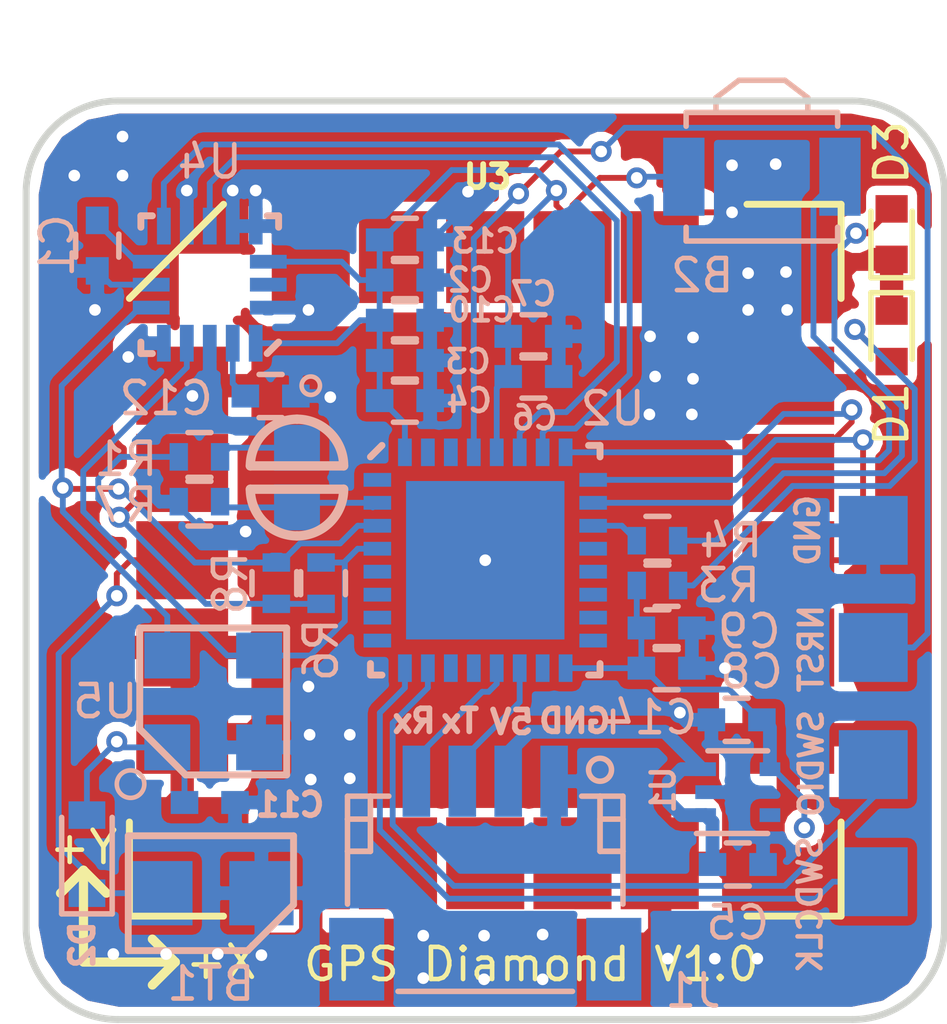
<source format=kicad_pcb>
(kicad_pcb (version 4) (host pcbnew 4.0.6)

  (general
    (links 92)
    (no_connects 2)
    (area 139.924999 89.122599 161.65002 112.2774)
    (thickness 1.6002)
    (drawings 25)
    (tracks 373)
    (zones 0)
    (modules 36)
    (nets 24)
  )

  (page A4)
  (layers
    (0 Top signal)
    (1 Ground power hide)
    (2 Power jumper hide)
    (31 Bottom signal)
    (34 B.Paste user)
    (35 F.Paste user)
    (36 B.SilkS user)
    (37 F.SilkS user)
    (38 B.Mask user)
    (39 F.Mask user)
    (44 Edge.Cuts user)
    (45 Margin user)
    (46 B.CrtYd user)
    (47 F.CrtYd user)
  )

  (setup
    (last_trace_width 0.127)
    (user_trace_width 0.127)
    (user_trace_width 0.3)
    (trace_clearance 0.1524)
    (zone_clearance 0.2)
    (zone_45_only yes)
    (trace_min 0.127)
    (segment_width 0.2)
    (edge_width 0.15)
    (via_size 0.4572)
    (via_drill 0.254)
    (via_min_size 0.4572)
    (via_min_drill 0.254)
    (user_via 0.4572 0.254)
    (user_via 1 0.5)
    (uvia_size 0.4572)
    (uvia_drill 0.254)
    (uvias_allowed no)
    (uvia_min_size 0)
    (uvia_min_drill 0)
    (pcb_text_width 0.3)
    (pcb_text_size 1.5 1.5)
    (mod_edge_width 0.15)
    (mod_text_size 0.5 0.5)
    (mod_text_width 0.125)
    (pad_size 3.45 3.45)
    (pad_drill 0)
    (pad_to_mask_clearance 0.2)
    (aux_axis_origin 0 0)
    (visible_elements 7FFECF7D)
    (pcbplotparams
      (layerselection 0x00030_80000001)
      (usegerberextensions false)
      (excludeedgelayer true)
      (linewidth 0.100000)
      (plotframeref false)
      (viasonmask false)
      (mode 1)
      (useauxorigin false)
      (hpglpennumber 1)
      (hpglpenspeed 20)
      (hpglpendiameter 15)
      (hpglpenoverlay 2)
      (psnegative false)
      (psa4output false)
      (plotreference true)
      (plotvalue true)
      (plotinvisibletext false)
      (padsonsilk false)
      (subtractmaskfromsilk false)
      (outputformat 1)
      (mirror false)
      (drillshape 1)
      (scaleselection 1)
      (outputdirectory ""))
  )

  (net 0 "")
  (net 1 +BATT)
  (net 2 GND)
  (net 3 +3V3)
  (net 4 +5V)
  (net 5 "Net-(D1-Pad2)")
  (net 6 "Net-(D3-Pad2)")
  (net 7 LED)
  (net 8 "Net-(B1-Pad1)")
  (net 9 "Net-(B1-Pad2)")
  (net 10 "Net-(C1-Pad1)")
  (net 11 "Net-(J2-Pad1)")
  (net 12 "Net-(J5-Pad1)")
  (net 13 "Net-(J6-Pad1)")
  (net 14 "Net-(B2-Pad1)")
  (net 15 USART2_TX)
  (net 16 USART2_RX)
  (net 17 I2C1_SCL)
  (net 18 I2C1_SDA)
  (net 19 "Net-(C12-Pad1)")
  (net 20 IMU_INT1)
  (net 21 IMU_INT2)
  (net 22 USART1_TX)
  (net 23 USART1_RX)

  (net_class Default "This is the default net class."
    (clearance 0.1524)
    (trace_width 0.127)
    (via_dia 0.4572)
    (via_drill 0.254)
    (uvia_dia 0.4572)
    (uvia_drill 0.254)
    (add_net I2C1_SCL)
    (add_net I2C1_SDA)
    (add_net IMU_INT1)
    (add_net IMU_INT2)
    (add_net LED)
    (add_net "Net-(B1-Pad1)")
    (add_net "Net-(B1-Pad2)")
    (add_net "Net-(B2-Pad1)")
    (add_net "Net-(C1-Pad1)")
    (add_net "Net-(C12-Pad1)")
    (add_net "Net-(D1-Pad2)")
    (add_net "Net-(D3-Pad2)")
    (add_net "Net-(J2-Pad1)")
    (add_net "Net-(J5-Pad1)")
    (add_net "Net-(J6-Pad1)")
    (add_net USART1_RX)
    (add_net USART1_TX)
    (add_net USART2_RX)
    (add_net USART2_TX)
  )

  (net_class Power ""
    (clearance 0.1524)
    (trace_width 0.3)
    (via_dia 1)
    (via_drill 0.5)
    (uvia_dia 0.4572)
    (uvia_drill 0.254)
    (add_net +3V3)
    (add_net +5V)
    (add_net +BATT)
    (add_net GND)
  )

  (module local:SAM-M8Q (layer Top) (tedit 58E6FB10) (tstamp 58E97867)
    (at 150 100)
    (path /58E76E9A/58E775B2)
    (fp_text reference U3 (at 0.05 -8.35) (layer F.SilkS)
      (effects (font (size 0.5 0.5) (thickness 0.125)))
    )
    (fp_text value SAM-M8Q (at 0 10.5) (layer F.Fab)
      (effects (font (size 0.5 0.5) (thickness 0.125)))
    )
    (fp_line (start -7.75 -5.7) (end -5.7 -7.75) (layer F.SilkS) (width 0.15))
    (fp_line (start 5.7 -7.75) (end 7.75 -7.75) (layer F.SilkS) (width 0.15))
    (fp_line (start 7.75 -7.75) (end 7.75 -5.7) (layer F.SilkS) (width 0.15))
    (fp_line (start -5.7 7.75) (end -7.75 7.75) (layer F.SilkS) (width 0.15))
    (fp_line (start -7.75 7.75) (end -7.75 5.7) (layer F.SilkS) (width 0.15))
    (fp_line (start 5.7 7.75) (end 7.75 7.75) (layer F.SilkS) (width 0.15))
    (fp_line (start 7.75 7.75) (end 7.75 5.7) (layer F.SilkS) (width 0.15))
    (fp_line (start -9.25 -9.25) (end 9.25 -9.25) (layer F.CrtYd) (width 0.15))
    (fp_line (start 9.25 -9.25) (end 9.25 9.25) (layer F.CrtYd) (width 0.15))
    (fp_line (start 9.25 9.25) (end -9.25 9.25) (layer F.CrtYd) (width 0.15))
    (fp_line (start -9.25 9.25) (end -9.25 -9.25) (layer F.CrtYd) (width 0.15))
    (pad 1 smd rect (at -6.6 -3.8 90) (size 1.7 2) (layers Top F.Paste F.Mask)
      (net 2 GND))
    (pad 2 smd rect (at -6.6 -1.9 90) (size 1.7 2) (layers Top F.Paste F.Mask)
      (net 3 +3V3))
    (pad 3 smd rect (at -6.6 0 90) (size 1.7 2) (layers Top F.Paste F.Mask)
      (net 1 +BATT))
    (pad 4 smd rect (at -6.6 1.9 90) (size 1.7 2) (layers Top F.Paste F.Mask)
      (net 2 GND))
    (pad 5 smd rect (at -6.6 3.8 90) (size 1.7 2) (layers Top F.Paste F.Mask)
      (net 2 GND))
    (pad 6 smd rect (at -3.8 6.6) (size 1.7 2) (layers Top F.Paste F.Mask)
      (net 2 GND))
    (pad 7 smd rect (at -1.9 6.6) (size 1.7 2) (layers Top F.Paste F.Mask))
    (pad 8 smd rect (at 0 6.6) (size 1.7 2) (layers Top F.Paste F.Mask))
    (pad 9 smd rect (at 1.9 6.6) (size 1.7 2) (layers Top F.Paste F.Mask))
    (pad 10 smd rect (at 3.8 6.6) (size 1.7 2) (layers Top F.Paste F.Mask)
      (net 2 GND))
    (pad 11 smd rect (at 6.6 3.8 90) (size 1.7 2) (layers Top F.Paste F.Mask)
      (net 2 GND))
    (pad 12 smd rect (at 6.6 1.9 90) (size 1.7 2) (layers Top F.Paste F.Mask))
    (pad 13 smd rect (at 6.6 0 90) (size 1.7 2) (layers Top F.Paste F.Mask)
      (net 16 USART2_RX))
    (pad 14 smd rect (at 6.6 -1.9 90) (size 1.7 2) (layers Top F.Paste F.Mask)
      (net 15 USART2_TX))
    (pad 15 smd rect (at 6.6 -3.8 90) (size 1.7 2) (layers Top F.Paste F.Mask)
      (net 2 GND))
    (pad 16 smd rect (at 3.8 -6.6) (size 1.7 2) (layers Top F.Paste F.Mask)
      (net 2 GND))
    (pad 17 smd rect (at 1.9 -6.6) (size 1.7 2) (layers Top F.Paste F.Mask)
      (net 3 +3V3))
    (pad 18 smd rect (at 0 -6.6) (size 1.7 2) (layers Top F.Paste F.Mask))
    (pad 19 smd rect (at -1.9 -6.6) (size 1.7 2) (layers Top F.Paste F.Mask))
    (pad 20 smd rect (at -3.8 -6.6) (size 1.7 2) (layers Top F.Paste F.Mask)
      (net 2 GND))
  )

  (module jumper:SOLDER-JUMPER_1-WAY (layer Bottom) (tedit 5904EBC5) (tstamp 5901448B)
    (at 145.9 98.2 270)
    (path /58E673AE)
    (fp_text reference B1 (at -0.05 1 270) (layer B.SilkS) hide
      (effects (font (size 0.5 0.5) (thickness 0.1)) (justify mirror))
    )
    (fp_text value SW_Push (at 0 0 270) (layer B.SilkS) hide
      (effects (font (size 0.762 0.762) (thickness 0.1524)) (justify mirror))
    )
    (fp_line (start 0.254 -1.016) (end 0.254 1.016) (layer B.SilkS) (width 0.2032))
    (fp_line (start -0.254 1.016) (end -0.254 -1.016) (layer B.SilkS) (width 0.2032))
    (fp_arc (start 0.254 0) (end 1.27 0) (angle -90) (layer B.SilkS) (width 0.2032))
    (fp_arc (start 0.254 0) (end 0.254 1.016) (angle -90) (layer B.SilkS) (width 0.2032))
    (fp_arc (start -0.254 0) (end -1.27 0) (angle -90) (layer B.SilkS) (width 0.2032))
    (fp_arc (start -0.254 0) (end -0.254 -1.016) (angle -90) (layer B.SilkS) (width 0.2032))
    (pad 1 smd rect (at -0.65 0 270) (size 1 1) (layers Bottom B.Paste B.Mask)
      (net 8 "Net-(B1-Pad1)"))
    (pad 2 smd rect (at 0.65 0 270) (size 1 1) (layers Bottom B.Paste B.Mask)
      (net 9 "Net-(B1-Pad2)"))
  )

  (module local:MS5637 (layer Bottom) (tedit 5902BB28) (tstamp 5902C733)
    (at 144.075 103.075)
    (path /58E76E9A/590444DD)
    (fp_text reference U5 (at -2.35 0) (layer B.SilkS)
      (effects (font (size 0.7 0.7) (thickness 0.1)) (justify mirror))
    )
    (fp_text value MS5637 (at 0 -2.3) (layer B.Fab)
      (effects (font (size 0.7 0.7) (thickness 0.1)) (justify mirror))
    )
    (fp_circle (center -1.8 1.8) (end -2.1 1.8) (layer B.SilkS) (width 0.1))
    (fp_line (start -0.6 1.6) (end -1.6 0.6) (layer B.SilkS) (width 0.15))
    (fp_line (start -1.6 0.6) (end -1.6 -1.6) (layer B.SilkS) (width 0.15))
    (fp_line (start -1.6 -1.6) (end 1.6 -1.6) (layer B.SilkS) (width 0.15))
    (fp_line (start 1.6 -1.6) (end 1.6 1.6) (layer B.SilkS) (width 0.15))
    (fp_line (start 1.6 1.6) (end -0.6 1.6) (layer B.SilkS) (width 0.15))
    (pad 1 smd rect (at -1 1) (size 1 1) (layers Bottom B.Paste B.Mask)
      (net 3 +3V3))
    (pad 2 smd rect (at -1 -1) (size 1 1) (layers Bottom B.Paste B.Mask)
      (net 18 I2C1_SDA))
    (pad 4 smd rect (at 1 1) (size 1 1) (layers Bottom B.Paste B.Mask)
      (net 2 GND))
    (pad 3 smd rect (at 1 -1) (size 1 1) (layers Bottom B.Paste B.Mask)
      (net 17 I2C1_SCL))
  )

  (module Capacitors_SMD:C_0402 (layer Bottom) (tedit 5904EC8F) (tstamp 590145FE)
    (at 151.05 96)
    (descr "Capacitor SMD 0402, reflow soldering, AVX (see smccp.pdf)")
    (tags "capacitor 0402")
    (path /58E66C8B)
    (attr smd)
    (fp_text reference C6 (at 0.025 0.9) (layer B.SilkS)
      (effects (font (size 0.5 0.5) (thickness 0.1)) (justify mirror))
    )
    (fp_text value 100nF (at 0 -1.27) (layer B.Fab)
      (effects (font (size 1 1) (thickness 0.15)) (justify mirror))
    )
    (fp_text user %R (at 0 1.27) (layer B.Fab)
      (effects (font (size 1 1) (thickness 0.15)) (justify mirror))
    )
    (fp_line (start -0.5 -0.25) (end -0.5 0.25) (layer B.Fab) (width 0.1))
    (fp_line (start 0.5 -0.25) (end -0.5 -0.25) (layer B.Fab) (width 0.1))
    (fp_line (start 0.5 0.25) (end 0.5 -0.25) (layer B.Fab) (width 0.1))
    (fp_line (start -0.5 0.25) (end 0.5 0.25) (layer B.Fab) (width 0.1))
    (fp_line (start 0.25 0.47) (end -0.25 0.47) (layer B.SilkS) (width 0.12))
    (fp_line (start -0.25 -0.47) (end 0.25 -0.47) (layer B.SilkS) (width 0.12))
    (fp_line (start -1 0.4) (end 1 0.4) (layer B.CrtYd) (width 0.05))
    (fp_line (start -1 0.4) (end -1 -0.4) (layer B.CrtYd) (width 0.05))
    (fp_line (start 1 -0.4) (end 1 0.4) (layer B.CrtYd) (width 0.05))
    (fp_line (start 1 -0.4) (end -1 -0.4) (layer B.CrtYd) (width 0.05))
    (pad 1 smd rect (at -0.55 0) (size 0.6 0.5) (layers Bottom B.Paste B.Mask)
      (net 3 +3V3))
    (pad 2 smd rect (at 0.55 0) (size 0.6 0.5) (layers Bottom B.Paste B.Mask)
      (net 2 GND))
    (model Capacitors_SMD.3dshapes/C_0402.wrl
      (at (xyz 0 0 0))
      (scale (xyz 1 1 1))
      (rotate (xyz 0 0 0))
    )
  )

  (module Measurement_Points:Measurement_Point_Square-SMD-Pad_Small (layer Bottom) (tedit 5904EF8B) (tstamp 59001E0E)
    (at 158.45 101.9)
    (descr "Mesurement Point, Square, SMD Pad,  1.5mm x 1.5mm,")
    (tags "Mesurement Point Square SMD Pad 1.5x1.5mm")
    (path /58E881E3)
    (attr virtual)
    (fp_text reference J2 (at -1.375 -0.525) (layer B.SilkS) hide
      (effects (font (size 0.7 0.7) (thickness 0.1)) (justify mirror))
    )
    (fp_text value TEST_1P (at 0 -2) (layer B.Fab)
      (effects (font (size 1 1) (thickness 0.15)) (justify mirror))
    )
    (fp_line (start -1 1) (end 1 1) (layer B.CrtYd) (width 0.05))
    (fp_line (start 1 1) (end 1 -1) (layer B.CrtYd) (width 0.05))
    (fp_line (start 1 -1) (end -1 -1) (layer B.CrtYd) (width 0.05))
    (fp_line (start -1 -1) (end -1 1) (layer B.CrtYd) (width 0.05))
    (pad 1 smd rect (at 0 0) (size 1.5 1.5) (layers Bottom B.Mask)
      (net 11 "Net-(J2-Pad1)"))
  )

  (module Capacitors_SMD:C_0402_NoSilk (layer Bottom) (tedit 58AA8408) (tstamp 58E6FF0F)
    (at 144 105.275)
    (descr "Capacitor SMD 0402, reflow soldering, AVX (see smccp.pdf)")
    (tags "capacitor 0402")
    (path /58E76E9A/58E7DD9D)
    (attr smd)
    (fp_text reference C11 (at 1.75 0.05 180) (layer B.SilkS)
      (effects (font (size 0.5 0.5) (thickness 0.125)) (justify mirror))
    )
    (fp_text value 100nF (at 0 -1.27) (layer B.Fab)
      (effects (font (size 0.5 0.5) (thickness 0.125)) (justify mirror))
    )
    (fp_text user %R (at -1.475 0.1 90) (layer B.Fab)
      (effects (font (size 0.5 0.5) (thickness 0.125)) (justify mirror))
    )
    (fp_line (start -0.5 -0.25) (end -0.5 0.25) (layer B.Fab) (width 0.1))
    (fp_line (start 0.5 -0.25) (end -0.5 -0.25) (layer B.Fab) (width 0.1))
    (fp_line (start 0.5 0.25) (end 0.5 -0.25) (layer B.Fab) (width 0.1))
    (fp_line (start -0.5 0.25) (end 0.5 0.25) (layer B.Fab) (width 0.1))
    (fp_line (start -1 0.4) (end 1 0.4) (layer B.CrtYd) (width 0.05))
    (fp_line (start -1 0.4) (end -1 -0.4) (layer B.CrtYd) (width 0.05))
    (fp_line (start 1 -0.4) (end 1 0.4) (layer B.CrtYd) (width 0.05))
    (fp_line (start 1 -0.4) (end -1 -0.4) (layer B.CrtYd) (width 0.05))
    (pad 1 smd rect (at -0.55 0) (size 0.6 0.5) (layers Bottom B.Paste B.Mask)
      (net 3 +3V3))
    (pad 2 smd rect (at 0.55 0) (size 0.6 0.5) (layers Bottom B.Paste B.Mask)
      (net 2 GND))
    (model Capacitors_SMD.3dshapes/C_0402.wrl
      (at (xyz 0 0 0))
      (scale (xyz 1 1 1))
      (rotate (xyz 0 0 0))
    )
  )

  (module Diodes_SMD:D_0603 (layer Bottom) (tedit 5863D73A) (tstamp 58E6FF28)
    (at 141.325 106.4 90)
    (descr "Diode SMD in 0603 package")
    (tags "smd diode")
    (path /58E6EA36)
    (attr smd)
    (fp_text reference D2 (at -1.975 -0.1 270) (layer B.SilkS)
      (effects (font (size 0.5 0.5) (thickness 0.125)) (justify mirror))
    )
    (fp_text value D (at 0 1.5 90) (layer B.Fab)
      (effects (font (size 0.5 0.5) (thickness 0.125)) (justify mirror))
    )
    (fp_line (start -1.3 0.55) (end -1.3 -0.55) (layer B.SilkS) (width 0.12))
    (fp_line (start 1.4 -0.65) (end 1.4 0.65) (layer B.CrtYd) (width 0.05))
    (fp_line (start -1.4 -0.65) (end 1.4 -0.65) (layer B.CrtYd) (width 0.05))
    (fp_line (start -1.4 0.65) (end -1.4 -0.65) (layer B.CrtYd) (width 0.05))
    (fp_line (start 1.4 0.65) (end -1.4 0.65) (layer B.CrtYd) (width 0.05))
    (fp_line (start 0.2 0) (end 0.4 0) (layer B.Fab) (width 0.1))
    (fp_line (start -0.1 0) (end -0.3 0) (layer B.Fab) (width 0.1))
    (fp_line (start -0.1 0.2) (end -0.1 -0.2) (layer B.Fab) (width 0.1))
    (fp_line (start 0.2 -0.2) (end 0.2 0.2) (layer B.Fab) (width 0.1))
    (fp_line (start -0.1 0) (end 0.2 -0.2) (layer B.Fab) (width 0.1))
    (fp_line (start 0.2 0.2) (end -0.1 0) (layer B.Fab) (width 0.1))
    (fp_line (start -0.8 -0.4) (end -0.8 0.4) (layer B.Fab) (width 0.1))
    (fp_line (start 0.8 -0.4) (end -0.8 -0.4) (layer B.Fab) (width 0.1))
    (fp_line (start 0.8 0.4) (end 0.8 -0.4) (layer B.Fab) (width 0.1))
    (fp_line (start -0.8 0.4) (end 0.8 0.4) (layer B.Fab) (width 0.1))
    (fp_line (start -1.3 -0.55) (end 0.8 -0.55) (layer B.SilkS) (width 0.12))
    (fp_line (start -1.3 0.55) (end 0.8 0.55) (layer B.SilkS) (width 0.12))
    (pad 1 smd rect (at -0.85 0 90) (size 0.6 0.8) (layers Bottom B.Paste B.Mask)
      (net 1 +BATT))
    (pad 2 smd rect (at 0.85 0 90) (size 0.6 0.8) (layers Bottom B.Paste B.Mask)
      (net 3 +3V3))
  )

  (module local:CPH3225A (layer Bottom) (tedit 5904F03E) (tstamp 58E96A76)
    (at 144.025 107.25 90)
    (descr http://www.sii.co.jp/en/me/files/2016/02/English_Micro-Battery-2016.pdf)
    (tags "battery super capacitor")
    (path /58E6E299)
    (fp_text reference BT1 (at -1.975 0 180) (layer B.SilkS)
      (effects (font (size 0.7 0.7) (thickness 0.1)) (justify mirror))
    )
    (fp_text value Battery_Cell (at 2.6 0 360) (layer B.Fab)
      (effects (font (size 0.5 0.5) (thickness 0.125)) (justify mirror))
    )
    (fp_line (start -1.5 -1.75) (end -1.5 1.75) (layer B.CrtYd) (width 0.1))
    (fp_line (start 1.5 -1.75) (end -1.5 -1.75) (layer B.CrtYd) (width 0.1))
    (fp_line (start 1.5 1.75) (end 1.5 -1.75) (layer B.CrtYd) (width 0.1))
    (fp_line (start -1.5 1.75) (end 1.5 1.75) (layer B.CrtYd) (width 0.1))
    (fp_line (start -0.25 1.8) (end -1.25 0.8) (layer B.SilkS) (width 0.15))
    (fp_line (start -1.25 0.8) (end -1.25 -1.8) (layer B.SilkS) (width 0.15))
    (fp_line (start -1.25 -1.8) (end 1.25 -1.8) (layer B.SilkS) (width 0.15))
    (fp_line (start 1.25 -1.8) (end 1.25 1.8) (layer B.SilkS) (width 0.15))
    (fp_line (start 1.25 1.8) (end -0.25 1.8) (layer B.SilkS) (width 0.15))
    (pad 2 smd rect (at 0 1.1 90) (size 1.4 1.4) (layers Bottom B.Paste B.Mask)
      (net 2 GND))
    (pad 1 smd rect (at 0 -1.1 90) (size 1.4 1.4) (layers Bottom B.Paste B.Mask)
      (net 1 +BATT))
  )

  (module LEDs:LED_0402 (layer Top) (tedit 5904F0A3) (tstamp 59001DB9)
    (at 158.85 95.125 270)
    (descr "LED 0402 smd package")
    (tags "LED led 0402 SMD smd SMT smt smdled SMDLED smtled SMTLED")
    (path /58EB3C82)
    (attr smd)
    (fp_text reference D1 (at 1.7 0 270) (layer F.SilkS)
      (effects (font (size 0.7 0.7) (thickness 0.1)))
    )
    (fp_text value LED (at 0 1.4 270) (layer F.Fab)
      (effects (font (size 1 1) (thickness 0.15)))
    )
    (fp_line (start -0.95 -0.45) (end -0.95 0.45) (layer F.SilkS) (width 0.12))
    (fp_line (start -0.15 -0.2) (end -0.15 0.2) (layer F.Fab) (width 0.1))
    (fp_line (start -0.15 0) (end 0.15 -0.2) (layer F.Fab) (width 0.1))
    (fp_line (start 0.15 0.2) (end -0.15 0) (layer F.Fab) (width 0.1))
    (fp_line (start 0.15 -0.2) (end 0.15 0.2) (layer F.Fab) (width 0.1))
    (fp_line (start 0.5 0.25) (end -0.5 0.25) (layer F.Fab) (width 0.1))
    (fp_line (start 0.5 -0.25) (end 0.5 0.25) (layer F.Fab) (width 0.1))
    (fp_line (start -0.5 -0.25) (end 0.5 -0.25) (layer F.Fab) (width 0.1))
    (fp_line (start -0.5 0.25) (end -0.5 -0.25) (layer F.Fab) (width 0.1))
    (fp_line (start -0.95 0.45) (end 0.5 0.45) (layer F.SilkS) (width 0.12))
    (fp_line (start -0.95 -0.45) (end 0.5 -0.45) (layer F.SilkS) (width 0.12))
    (fp_line (start 1 -0.5) (end 1 0.5) (layer F.CrtYd) (width 0.05))
    (fp_line (start 1 0.5) (end -1 0.5) (layer F.CrtYd) (width 0.05))
    (fp_line (start -1 0.5) (end -1 -0.5) (layer F.CrtYd) (width 0.05))
    (fp_line (start -1 -0.5) (end 1 -0.5) (layer F.CrtYd) (width 0.05))
    (pad 2 smd rect (at 0.55 0 90) (size 0.6 0.7) (layers Top F.Paste F.Mask)
      (net 5 "Net-(D1-Pad2)"))
    (pad 1 smd rect (at -0.55 0 90) (size 0.6 0.7) (layers Top F.Paste F.Mask)
      (net 2 GND))
    (model LEDs.3dshapes/LED_0402.wrl
      (at (xyz 0 0 0))
      (scale (xyz 1 1 1))
      (rotate (xyz 0 0 180))
    )
  )

  (module LEDs:LED_0402 (layer Top) (tedit 5904F0B8) (tstamp 59001DCE)
    (at 158.85 92.9 90)
    (descr "LED 0402 smd package")
    (tags "LED led 0402 SMD smd SMT smt smdled SMDLED smtled SMTLED")
    (path /58EB3EE7)
    (attr smd)
    (fp_text reference D3 (at 1.775 0 90) (layer F.SilkS)
      (effects (font (size 0.7 0.7) (thickness 0.1)))
    )
    (fp_text value LED (at 0 1.4 90) (layer F.Fab)
      (effects (font (size 1 1) (thickness 0.15)))
    )
    (fp_line (start -0.95 -0.45) (end -0.95 0.45) (layer F.SilkS) (width 0.12))
    (fp_line (start -0.15 -0.2) (end -0.15 0.2) (layer F.Fab) (width 0.1))
    (fp_line (start -0.15 0) (end 0.15 -0.2) (layer F.Fab) (width 0.1))
    (fp_line (start 0.15 0.2) (end -0.15 0) (layer F.Fab) (width 0.1))
    (fp_line (start 0.15 -0.2) (end 0.15 0.2) (layer F.Fab) (width 0.1))
    (fp_line (start 0.5 0.25) (end -0.5 0.25) (layer F.Fab) (width 0.1))
    (fp_line (start 0.5 -0.25) (end 0.5 0.25) (layer F.Fab) (width 0.1))
    (fp_line (start -0.5 -0.25) (end 0.5 -0.25) (layer F.Fab) (width 0.1))
    (fp_line (start -0.5 0.25) (end -0.5 -0.25) (layer F.Fab) (width 0.1))
    (fp_line (start -0.95 0.45) (end 0.5 0.45) (layer F.SilkS) (width 0.12))
    (fp_line (start -0.95 -0.45) (end 0.5 -0.45) (layer F.SilkS) (width 0.12))
    (fp_line (start 1 -0.5) (end 1 0.5) (layer F.CrtYd) (width 0.05))
    (fp_line (start 1 0.5) (end -1 0.5) (layer F.CrtYd) (width 0.05))
    (fp_line (start -1 0.5) (end -1 -0.5) (layer F.CrtYd) (width 0.05))
    (fp_line (start -1 -0.5) (end 1 -0.5) (layer F.CrtYd) (width 0.05))
    (pad 2 smd rect (at 0.55 0 270) (size 0.6 0.7) (layers Top F.Paste F.Mask)
      (net 6 "Net-(D3-Pad2)"))
    (pad 1 smd rect (at -0.55 0 270) (size 0.6 0.7) (layers Top F.Paste F.Mask)
      (net 2 GND))
    (model LEDs.3dshapes/LED_0402.wrl
      (at (xyz 0 0 0))
      (scale (xyz 1 1 1))
      (rotate (xyz 0 0 180))
    )
  )

  (module Connectors_JST:JST_SH_SM04B-SRSS-TB_04x1.00mm_Angled (layer Bottom) (tedit 5904D798) (tstamp 59001E05)
    (at 150 106.75 180)
    (descr http://www.jst-mfg.com/product/pdf/eng/eSH.pdf)
    (tags "connector jst sh")
    (path /58E755DC)
    (attr smd)
    (fp_text reference J1 (at -4.525 -2.625 180) (layer B.SilkS)
      (effects (font (size 0.7 0.7) (thickness 0.1)) (justify mirror))
    )
    (fp_text value CONN_01X04_MALE (at 0 -4.5 180) (layer B.Fab)
      (effects (font (size 1 1) (thickness 0.15)) (justify mirror))
    )
    (fp_circle (center -2.5 2.1875) (end -2.25 2.1875) (layer B.SilkS) (width 0.12))
    (fp_line (start -1.9 -2.6375) (end 1.9 -2.6375) (layer B.SilkS) (width 0.12))
    (fp_line (start -3 -0.7375) (end -3 1.6125) (layer B.SilkS) (width 0.12))
    (fp_line (start -3 1.6125) (end -2.1 1.6125) (layer B.SilkS) (width 0.12))
    (fp_line (start -2.5 1.6125) (end -2.5 0.4125) (layer B.SilkS) (width 0.12))
    (fp_line (start -2.5 0.4125) (end -2.5 0.4125) (layer B.SilkS) (width 0.12))
    (fp_line (start -2.5 0.4125) (end -2.5 1.6125) (layer B.SilkS) (width 0.12))
    (fp_line (start -2.5 1.6125) (end -2.5 1.6125) (layer B.SilkS) (width 0.12))
    (fp_line (start -2.5 1.1125) (end -2.5 1.1125) (layer B.SilkS) (width 0.12))
    (fp_line (start -2.5 1.1125) (end -3 1.1125) (layer B.SilkS) (width 0.12))
    (fp_line (start -3 1.1125) (end -3 1.1125) (layer B.SilkS) (width 0.12))
    (fp_line (start -3 1.1125) (end -2.5 1.1125) (layer B.SilkS) (width 0.12))
    (fp_line (start -2.5 0.4125) (end -2.5 0.4125) (layer B.SilkS) (width 0.12))
    (fp_line (start -2.5 0.4125) (end -3 0.4125) (layer B.SilkS) (width 0.12))
    (fp_line (start -3 0.4125) (end -3 0.4125) (layer B.SilkS) (width 0.12))
    (fp_line (start -3 0.4125) (end -2.5 0.4125) (layer B.SilkS) (width 0.12))
    (fp_line (start 3 -0.7375) (end 3 1.6125) (layer B.SilkS) (width 0.12))
    (fp_line (start 3 1.6125) (end 2.1 1.6125) (layer B.SilkS) (width 0.12))
    (fp_line (start 2.5 1.6125) (end 2.5 0.4125) (layer B.SilkS) (width 0.12))
    (fp_line (start 2.5 0.4125) (end 2.5 0.4125) (layer B.SilkS) (width 0.12))
    (fp_line (start 2.5 0.4125) (end 2.5 1.6125) (layer B.SilkS) (width 0.12))
    (fp_line (start 2.5 1.6125) (end 2.5 1.6125) (layer B.SilkS) (width 0.12))
    (fp_line (start 2.5 1.1125) (end 2.5 1.1125) (layer B.SilkS) (width 0.12))
    (fp_line (start 2.5 1.1125) (end 3 1.1125) (layer B.SilkS) (width 0.12))
    (fp_line (start 3 1.1125) (end 3 1.1125) (layer B.SilkS) (width 0.12))
    (fp_line (start 3 1.1125) (end 2.5 1.1125) (layer B.SilkS) (width 0.12))
    (fp_line (start 2.5 0.4125) (end 2.5 0.4125) (layer B.SilkS) (width 0.12))
    (fp_line (start 2.5 0.4125) (end 3 0.4125) (layer B.SilkS) (width 0.12))
    (fp_line (start 3 0.4125) (end 3 0.4125) (layer B.SilkS) (width 0.12))
    (fp_line (start 3 0.4125) (end 2.5 0.4125) (layer B.SilkS) (width 0.12))
    (fp_line (start -3.9 -3.35) (end -3.9 3.25) (layer B.CrtYd) (width 0.05))
    (fp_line (start -3.9 3.25) (end 3.9 3.25) (layer B.CrtYd) (width 0.05))
    (fp_line (start 3.9 3.25) (end 3.9 -3.35) (layer B.CrtYd) (width 0.05))
    (fp_line (start 3.9 -3.35) (end -3.9 -3.35) (layer B.CrtYd) (width 0.05))
    (pad 1 smd rect (at -1.5 1.9375 180) (size 0.6 1.55) (layers Bottom B.Paste B.Mask)
      (net 2 GND))
    (pad 2 smd rect (at -0.5 1.9375 180) (size 0.6 1.55) (layers Bottom B.Paste B.Mask)
      (net 4 +5V))
    (pad 3 smd rect (at 0.5 1.9375 180) (size 0.6 1.55) (layers Bottom B.Paste B.Mask)
      (net 22 USART1_TX))
    (pad 4 smd rect (at 1.5 1.9375 180) (size 0.6 1.55) (layers Bottom B.Paste B.Mask)
      (net 23 USART1_RX))
    (pad "" smd rect (at -2.8 -1.9375 180) (size 1.2 1.8) (layers Bottom B.Paste B.Mask))
    (pad "" smd rect (at 2.8 -1.9375 180) (size 1.2 1.8) (layers Bottom B.Paste B.Mask))
  )

  (module Measurement_Points:Measurement_Point_Square-SMD-Pad_Small (layer Bottom) (tedit 5904EF68) (tstamp 59001E17)
    (at 158.45 99.35)
    (descr "Mesurement Point, Square, SMD Pad,  1.5mm x 1.5mm,")
    (tags "Mesurement Point Square SMD Pad 1.5x1.5mm")
    (path /58EA636C)
    (attr virtual)
    (fp_text reference J3 (at -1.625 0.05) (layer B.SilkS) hide
      (effects (font (size 0.7 0.7) (thickness 0.1)) (justify mirror))
    )
    (fp_text value TEST_1P (at 0 -2) (layer B.Fab)
      (effects (font (size 1 1) (thickness 0.15)) (justify mirror))
    )
    (fp_line (start -1 1) (end 1 1) (layer B.CrtYd) (width 0.05))
    (fp_line (start 1 1) (end 1 -1) (layer B.CrtYd) (width 0.05))
    (fp_line (start 1 -1) (end -1 -1) (layer B.CrtYd) (width 0.05))
    (fp_line (start -1 -1) (end -1 1) (layer B.CrtYd) (width 0.05))
    (pad 1 smd rect (at 0 0) (size 1.5 1.5) (layers Bottom B.Mask)
      (net 2 GND))
  )

  (module Measurement_Points:Measurement_Point_Square-SMD-Pad_Small (layer Bottom) (tedit 5904EFD3) (tstamp 59001E4C)
    (at 158.45 104.45)
    (descr "Mesurement Point, Square, SMD Pad,  1.5mm x 1.5mm,")
    (tags "Mesurement Point Square SMD Pad 1.5x1.5mm")
    (path /58E8B583)
    (attr virtual)
    (fp_text reference J5 (at 1.375 0.425) (layer B.SilkS) hide
      (effects (font (size 0.7 0.7) (thickness 0.1)) (justify mirror))
    )
    (fp_text value TEST_1P (at 0 -2) (layer B.Fab)
      (effects (font (size 1 1) (thickness 0.15)) (justify mirror))
    )
    (fp_line (start -1 1) (end 1 1) (layer B.CrtYd) (width 0.05))
    (fp_line (start 1 1) (end 1 -1) (layer B.CrtYd) (width 0.05))
    (fp_line (start 1 -1) (end -1 -1) (layer B.CrtYd) (width 0.05))
    (fp_line (start -1 -1) (end -1 1) (layer B.CrtYd) (width 0.05))
    (pad 1 smd rect (at 0 0) (size 1.5 1.5) (layers Bottom B.Mask)
      (net 12 "Net-(J5-Pad1)"))
  )

  (module Measurement_Points:Measurement_Point_Square-SMD-Pad_Small (layer Bottom) (tedit 5904EFD8) (tstamp 59001E55)
    (at 158.45 107)
    (descr "Mesurement Point, Square, SMD Pad,  1.5mm x 1.5mm,")
    (tags "Mesurement Point Square SMD Pad 1.5x1.5mm")
    (path /58E8B469)
    (attr virtual)
    (fp_text reference J6 (at 0 2) (layer B.SilkS) hide
      (effects (font (size 0.7 0.7) (thickness 0.1)) (justify mirror))
    )
    (fp_text value TEST_1P (at 0 -2) (layer B.Fab)
      (effects (font (size 1 1) (thickness 0.15)) (justify mirror))
    )
    (fp_line (start -1 1) (end 1 1) (layer B.CrtYd) (width 0.05))
    (fp_line (start 1 1) (end 1 -1) (layer B.CrtYd) (width 0.05))
    (fp_line (start 1 -1) (end -1 -1) (layer B.CrtYd) (width 0.05))
    (fp_line (start -1 -1) (end -1 1) (layer B.CrtYd) (width 0.05))
    (pad 1 smd rect (at 0 0) (size 1.5 1.5) (layers Bottom B.Mask)
      (net 13 "Net-(J6-Pad1)"))
  )

  (module Capacitors_SMD:C_0402 (layer Bottom) (tedit 5904ECA0) (tstamp 59014603)
    (at 151.05 95.125)
    (descr "Capacitor SMD 0402, reflow soldering, AVX (see smccp.pdf)")
    (tags "capacitor 0402")
    (path /58E66D07)
    (attr smd)
    (fp_text reference C7 (at 0 -0.925) (layer B.SilkS)
      (effects (font (size 0.5 0.5) (thickness 0.1)) (justify mirror))
    )
    (fp_text value 4.7uF (at 0 -1.27) (layer B.Fab)
      (effects (font (size 1 1) (thickness 0.15)) (justify mirror))
    )
    (fp_text user %R (at 0 1.27) (layer B.Fab)
      (effects (font (size 1 1) (thickness 0.15)) (justify mirror))
    )
    (fp_line (start -0.5 -0.25) (end -0.5 0.25) (layer B.Fab) (width 0.1))
    (fp_line (start 0.5 -0.25) (end -0.5 -0.25) (layer B.Fab) (width 0.1))
    (fp_line (start 0.5 0.25) (end 0.5 -0.25) (layer B.Fab) (width 0.1))
    (fp_line (start -0.5 0.25) (end 0.5 0.25) (layer B.Fab) (width 0.1))
    (fp_line (start 0.25 0.47) (end -0.25 0.47) (layer B.SilkS) (width 0.12))
    (fp_line (start -0.25 -0.47) (end 0.25 -0.47) (layer B.SilkS) (width 0.12))
    (fp_line (start -1 0.4) (end 1 0.4) (layer B.CrtYd) (width 0.05))
    (fp_line (start -1 0.4) (end -1 -0.4) (layer B.CrtYd) (width 0.05))
    (fp_line (start 1 -0.4) (end 1 0.4) (layer B.CrtYd) (width 0.05))
    (fp_line (start 1 -0.4) (end -1 -0.4) (layer B.CrtYd) (width 0.05))
    (pad 1 smd rect (at -0.55 0) (size 0.6 0.5) (layers Bottom B.Paste B.Mask)
      (net 3 +3V3))
    (pad 2 smd rect (at 0.55 0) (size 0.6 0.5) (layers Bottom B.Paste B.Mask)
      (net 2 GND))
    (model Capacitors_SMD.3dshapes/C_0402.wrl
      (at (xyz 0 0 0))
      (scale (xyz 1 1 1))
      (rotate (xyz 0 0 0))
    )
  )

  (module Capacitors_SMD:C_0402 (layer Bottom) (tedit 5904D51B) (tstamp 5902B838)
    (at 141.55 93.15 270)
    (descr "Capacitor SMD 0402, reflow soldering, AVX (see smccp.pdf)")
    (tags "capacitor 0402")
    (path /58E76E9A/5904D72E)
    (attr smd)
    (fp_text reference C1 (at 0 0.875 270) (layer B.SilkS)
      (effects (font (size 0.7 0.7) (thickness 0.1)) (justify mirror))
    )
    (fp_text value 100nF (at 0 -1.27 270) (layer B.Fab)
      (effects (font (size 1 1) (thickness 0.15)) (justify mirror))
    )
    (fp_text user %R (at 0 1.27 270) (layer B.Fab)
      (effects (font (size 1 1) (thickness 0.15)) (justify mirror))
    )
    (fp_line (start -0.5 -0.25) (end -0.5 0.25) (layer B.Fab) (width 0.1))
    (fp_line (start 0.5 -0.25) (end -0.5 -0.25) (layer B.Fab) (width 0.1))
    (fp_line (start 0.5 0.25) (end 0.5 -0.25) (layer B.Fab) (width 0.1))
    (fp_line (start -0.5 0.25) (end 0.5 0.25) (layer B.Fab) (width 0.1))
    (fp_line (start 0.25 0.47) (end -0.25 0.47) (layer B.SilkS) (width 0.12))
    (fp_line (start -0.25 -0.47) (end 0.25 -0.47) (layer B.SilkS) (width 0.12))
    (fp_line (start -1 0.4) (end 1 0.4) (layer B.CrtYd) (width 0.05))
    (fp_line (start -1 0.4) (end -1 -0.4) (layer B.CrtYd) (width 0.05))
    (fp_line (start 1 -0.4) (end 1 0.4) (layer B.CrtYd) (width 0.05))
    (fp_line (start 1 -0.4) (end -1 -0.4) (layer B.CrtYd) (width 0.05))
    (pad 1 smd rect (at -0.55 0 270) (size 0.6 0.5) (layers Bottom B.Paste B.Mask)
      (net 10 "Net-(C1-Pad1)"))
    (pad 2 smd rect (at 0.55 0 270) (size 0.6 0.5) (layers Bottom B.Paste B.Mask)
      (net 2 GND))
    (model Capacitors_SMD.3dshapes/C_0402.wrl
      (at (xyz 0 0 0))
      (scale (xyz 1 1 1))
      (rotate (xyz 0 0 0))
    )
  )

  (module Capacitors_SMD:C_0402 (layer Bottom) (tedit 5904ED19) (tstamp 5902B83D)
    (at 148.25 93.9)
    (descr "Capacitor SMD 0402, reflow soldering, AVX (see smccp.pdf)")
    (tags "capacitor 0402")
    (path /58E76E9A/5904DA3C)
    (attr smd)
    (fp_text reference C2 (at 1.425 0) (layer B.SilkS)
      (effects (font (size 0.5 0.5) (thickness 0.1)) (justify mirror))
    )
    (fp_text value 4.7uF (at 0 -1.27) (layer B.Fab)
      (effects (font (size 1 1) (thickness 0.15)) (justify mirror))
    )
    (fp_text user %R (at 0 1.27) (layer B.Fab)
      (effects (font (size 1 1) (thickness 0.15)) (justify mirror))
    )
    (fp_line (start -0.5 -0.25) (end -0.5 0.25) (layer B.Fab) (width 0.1))
    (fp_line (start 0.5 -0.25) (end -0.5 -0.25) (layer B.Fab) (width 0.1))
    (fp_line (start 0.5 0.25) (end 0.5 -0.25) (layer B.Fab) (width 0.1))
    (fp_line (start -0.5 0.25) (end 0.5 0.25) (layer B.Fab) (width 0.1))
    (fp_line (start 0.25 0.47) (end -0.25 0.47) (layer B.SilkS) (width 0.12))
    (fp_line (start -0.25 -0.47) (end 0.25 -0.47) (layer B.SilkS) (width 0.12))
    (fp_line (start -1 0.4) (end 1 0.4) (layer B.CrtYd) (width 0.05))
    (fp_line (start -1 0.4) (end -1 -0.4) (layer B.CrtYd) (width 0.05))
    (fp_line (start 1 -0.4) (end 1 0.4) (layer B.CrtYd) (width 0.05))
    (fp_line (start 1 -0.4) (end -1 -0.4) (layer B.CrtYd) (width 0.05))
    (pad 1 smd rect (at -0.55 0) (size 0.6 0.5) (layers Bottom B.Paste B.Mask)
      (net 3 +3V3))
    (pad 2 smd rect (at 0.55 0) (size 0.6 0.5) (layers Bottom B.Paste B.Mask)
      (net 2 GND))
    (model Capacitors_SMD.3dshapes/C_0402.wrl
      (at (xyz 0 0 0))
      (scale (xyz 1 1 1))
      (rotate (xyz 0 0 0))
    )
  )

  (module Capacitors_SMD:C_0402 (layer Bottom) (tedit 5904EC59) (tstamp 5902B842)
    (at 148.25 95.65)
    (descr "Capacitor SMD 0402, reflow soldering, AVX (see smccp.pdf)")
    (tags "capacitor 0402")
    (path /58E66AC6)
    (attr smd)
    (fp_text reference C3 (at 1.375 0.025) (layer B.SilkS)
      (effects (font (size 0.5 0.5) (thickness 0.1)) (justify mirror))
    )
    (fp_text value 1uF (at 0 -1.27) (layer B.Fab)
      (effects (font (size 1 1) (thickness 0.15)) (justify mirror))
    )
    (fp_text user %R (at 0 1.27) (layer B.Fab)
      (effects (font (size 1 1) (thickness 0.15)) (justify mirror))
    )
    (fp_line (start -0.5 -0.25) (end -0.5 0.25) (layer B.Fab) (width 0.1))
    (fp_line (start 0.5 -0.25) (end -0.5 -0.25) (layer B.Fab) (width 0.1))
    (fp_line (start 0.5 0.25) (end 0.5 -0.25) (layer B.Fab) (width 0.1))
    (fp_line (start -0.5 0.25) (end 0.5 0.25) (layer B.Fab) (width 0.1))
    (fp_line (start 0.25 0.47) (end -0.25 0.47) (layer B.SilkS) (width 0.12))
    (fp_line (start -0.25 -0.47) (end 0.25 -0.47) (layer B.SilkS) (width 0.12))
    (fp_line (start -1 0.4) (end 1 0.4) (layer B.CrtYd) (width 0.05))
    (fp_line (start -1 0.4) (end -1 -0.4) (layer B.CrtYd) (width 0.05))
    (fp_line (start 1 -0.4) (end 1 0.4) (layer B.CrtYd) (width 0.05))
    (fp_line (start 1 -0.4) (end -1 -0.4) (layer B.CrtYd) (width 0.05))
    (pad 1 smd rect (at -0.55 0) (size 0.6 0.5) (layers Bottom B.Paste B.Mask)
      (net 3 +3V3))
    (pad 2 smd rect (at 0.55 0) (size 0.6 0.5) (layers Bottom B.Paste B.Mask)
      (net 2 GND))
    (model Capacitors_SMD.3dshapes/C_0402.wrl
      (at (xyz 0 0 0))
      (scale (xyz 1 1 1))
      (rotate (xyz 0 0 0))
    )
  )

  (module Capacitors_SMD:C_0402 (layer Bottom) (tedit 5904EC3C) (tstamp 5902B847)
    (at 148.25 96.525)
    (descr "Capacitor SMD 0402, reflow soldering, AVX (see smccp.pdf)")
    (tags "capacitor 0402")
    (path /58E66A64)
    (attr smd)
    (fp_text reference C4 (at 1.4 0) (layer B.SilkS)
      (effects (font (size 0.5 0.5) (thickness 0.1)) (justify mirror))
    )
    (fp_text value 10nF (at 0 -1.27) (layer B.Fab)
      (effects (font (size 1 1) (thickness 0.15)) (justify mirror))
    )
    (fp_text user %R (at 0 1.27) (layer B.Fab)
      (effects (font (size 1 1) (thickness 0.15)) (justify mirror))
    )
    (fp_line (start -0.5 -0.25) (end -0.5 0.25) (layer B.Fab) (width 0.1))
    (fp_line (start 0.5 -0.25) (end -0.5 -0.25) (layer B.Fab) (width 0.1))
    (fp_line (start 0.5 0.25) (end 0.5 -0.25) (layer B.Fab) (width 0.1))
    (fp_line (start -0.5 0.25) (end 0.5 0.25) (layer B.Fab) (width 0.1))
    (fp_line (start 0.25 0.47) (end -0.25 0.47) (layer B.SilkS) (width 0.12))
    (fp_line (start -0.25 -0.47) (end 0.25 -0.47) (layer B.SilkS) (width 0.12))
    (fp_line (start -1 0.4) (end 1 0.4) (layer B.CrtYd) (width 0.05))
    (fp_line (start -1 0.4) (end -1 -0.4) (layer B.CrtYd) (width 0.05))
    (fp_line (start 1 -0.4) (end 1 0.4) (layer B.CrtYd) (width 0.05))
    (fp_line (start 1 -0.4) (end -1 -0.4) (layer B.CrtYd) (width 0.05))
    (pad 1 smd rect (at -0.55 0) (size 0.6 0.5) (layers Bottom B.Paste B.Mask)
      (net 3 +3V3))
    (pad 2 smd rect (at 0.55 0) (size 0.6 0.5) (layers Bottom B.Paste B.Mask)
      (net 2 GND))
    (model Capacitors_SMD.3dshapes/C_0402.wrl
      (at (xyz 0 0 0))
      (scale (xyz 1 1 1))
      (rotate (xyz 0 0 0))
    )
  )

  (module Capacitors_SMD:C_0402 (layer Bottom) (tedit 5904D77A) (tstamp 5902B84C)
    (at 155.5 106.625)
    (descr "Capacitor SMD 0402, reflow soldering, AVX (see smccp.pdf)")
    (tags "capacitor 0402")
    (path /59032334)
    (attr smd)
    (fp_text reference C5 (at 0 1.27) (layer B.SilkS)
      (effects (font (size 0.7 0.7) (thickness 0.1)) (justify mirror))
    )
    (fp_text value 100nF (at 0 -1.27) (layer B.Fab)
      (effects (font (size 1 1) (thickness 0.15)) (justify mirror))
    )
    (fp_text user %R (at 0 1.27) (layer B.Fab)
      (effects (font (size 1 1) (thickness 0.15)) (justify mirror))
    )
    (fp_line (start -0.5 -0.25) (end -0.5 0.25) (layer B.Fab) (width 0.1))
    (fp_line (start 0.5 -0.25) (end -0.5 -0.25) (layer B.Fab) (width 0.1))
    (fp_line (start 0.5 0.25) (end 0.5 -0.25) (layer B.Fab) (width 0.1))
    (fp_line (start -0.5 0.25) (end 0.5 0.25) (layer B.Fab) (width 0.1))
    (fp_line (start 0.25 0.47) (end -0.25 0.47) (layer B.SilkS) (width 0.12))
    (fp_line (start -0.25 -0.47) (end 0.25 -0.47) (layer B.SilkS) (width 0.12))
    (fp_line (start -1 0.4) (end 1 0.4) (layer B.CrtYd) (width 0.05))
    (fp_line (start -1 0.4) (end -1 -0.4) (layer B.CrtYd) (width 0.05))
    (fp_line (start 1 -0.4) (end 1 0.4) (layer B.CrtYd) (width 0.05))
    (fp_line (start 1 -0.4) (end -1 -0.4) (layer B.CrtYd) (width 0.05))
    (pad 1 smd rect (at -0.55 0) (size 0.6 0.5) (layers Bottom B.Paste B.Mask)
      (net 4 +5V))
    (pad 2 smd rect (at 0.55 0) (size 0.6 0.5) (layers Bottom B.Paste B.Mask)
      (net 2 GND))
    (model Capacitors_SMD.3dshapes/C_0402.wrl
      (at (xyz 0 0 0))
      (scale (xyz 1 1 1))
      (rotate (xyz 0 0 0))
    )
  )

  (module Capacitors_SMD:C_0402 (layer Bottom) (tedit 5904ED77) (tstamp 5902B851)
    (at 153.95 102.35)
    (descr "Capacitor SMD 0402, reflow soldering, AVX (see smccp.pdf)")
    (tags "capacitor 0402")
    (path /58E66E80)
    (attr smd)
    (fp_text reference C8 (at 1.85 0.075) (layer B.SilkS)
      (effects (font (size 0.7 0.7) (thickness 0.1)) (justify mirror))
    )
    (fp_text value 100nF (at 0 -1.27) (layer B.Fab)
      (effects (font (size 1 1) (thickness 0.15)) (justify mirror))
    )
    (fp_text user %R (at 0 1.27) (layer B.Fab)
      (effects (font (size 1 1) (thickness 0.15)) (justify mirror))
    )
    (fp_line (start -0.5 -0.25) (end -0.5 0.25) (layer B.Fab) (width 0.1))
    (fp_line (start 0.5 -0.25) (end -0.5 -0.25) (layer B.Fab) (width 0.1))
    (fp_line (start 0.5 0.25) (end 0.5 -0.25) (layer B.Fab) (width 0.1))
    (fp_line (start -0.5 0.25) (end 0.5 0.25) (layer B.Fab) (width 0.1))
    (fp_line (start 0.25 0.47) (end -0.25 0.47) (layer B.SilkS) (width 0.12))
    (fp_line (start -0.25 -0.47) (end 0.25 -0.47) (layer B.SilkS) (width 0.12))
    (fp_line (start -1 0.4) (end 1 0.4) (layer B.CrtYd) (width 0.05))
    (fp_line (start -1 0.4) (end -1 -0.4) (layer B.CrtYd) (width 0.05))
    (fp_line (start 1 -0.4) (end 1 0.4) (layer B.CrtYd) (width 0.05))
    (fp_line (start 1 -0.4) (end -1 -0.4) (layer B.CrtYd) (width 0.05))
    (pad 1 smd rect (at -0.55 0) (size 0.6 0.5) (layers Bottom B.Paste B.Mask)
      (net 3 +3V3))
    (pad 2 smd rect (at 0.55 0) (size 0.6 0.5) (layers Bottom B.Paste B.Mask)
      (net 2 GND))
    (model Capacitors_SMD.3dshapes/C_0402.wrl
      (at (xyz 0 0 0))
      (scale (xyz 1 1 1))
      (rotate (xyz 0 0 0))
    )
  )

  (module Capacitors_SMD:C_0402 (layer Bottom) (tedit 5904ED6D) (tstamp 5902B856)
    (at 153.95 101.475)
    (descr "Capacitor SMD 0402, reflow soldering, AVX (see smccp.pdf)")
    (tags "capacitor 0402")
    (path /58E66EDB)
    (attr smd)
    (fp_text reference C9 (at 1.8 0.075) (layer B.SilkS)
      (effects (font (size 0.7 0.7) (thickness 0.1)) (justify mirror))
    )
    (fp_text value 4.7uF (at 0 -1.27) (layer B.Fab)
      (effects (font (size 1 1) (thickness 0.15)) (justify mirror))
    )
    (fp_text user %R (at 0 1.27) (layer B.Fab)
      (effects (font (size 1 1) (thickness 0.15)) (justify mirror))
    )
    (fp_line (start -0.5 -0.25) (end -0.5 0.25) (layer B.Fab) (width 0.1))
    (fp_line (start 0.5 -0.25) (end -0.5 -0.25) (layer B.Fab) (width 0.1))
    (fp_line (start 0.5 0.25) (end 0.5 -0.25) (layer B.Fab) (width 0.1))
    (fp_line (start -0.5 0.25) (end 0.5 0.25) (layer B.Fab) (width 0.1))
    (fp_line (start 0.25 0.47) (end -0.25 0.47) (layer B.SilkS) (width 0.12))
    (fp_line (start -0.25 -0.47) (end 0.25 -0.47) (layer B.SilkS) (width 0.12))
    (fp_line (start -1 0.4) (end 1 0.4) (layer B.CrtYd) (width 0.05))
    (fp_line (start -1 0.4) (end -1 -0.4) (layer B.CrtYd) (width 0.05))
    (fp_line (start 1 -0.4) (end 1 0.4) (layer B.CrtYd) (width 0.05))
    (fp_line (start 1 -0.4) (end -1 -0.4) (layer B.CrtYd) (width 0.05))
    (pad 1 smd rect (at -0.55 0) (size 0.6 0.5) (layers Bottom B.Paste B.Mask)
      (net 3 +3V3))
    (pad 2 smd rect (at 0.55 0) (size 0.6 0.5) (layers Bottom B.Paste B.Mask)
      (net 2 GND))
    (model Capacitors_SMD.3dshapes/C_0402.wrl
      (at (xyz 0 0 0))
      (scale (xyz 1 1 1))
      (rotate (xyz 0 0 0))
    )
  )

  (module Capacitors_SMD:C_0402 (layer Bottom) (tedit 5904EC68) (tstamp 5902B85B)
    (at 148.25 94.775)
    (descr "Capacitor SMD 0402, reflow soldering, AVX (see smccp.pdf)")
    (tags "capacitor 0402")
    (path /58E76E9A/58E7DE3F)
    (attr smd)
    (fp_text reference C10 (at 1.675 -0.225) (layer B.SilkS)
      (effects (font (size 0.5 0.5) (thickness 0.1)) (justify mirror))
    )
    (fp_text value 100nF (at 0 -1.27) (layer B.Fab)
      (effects (font (size 1 1) (thickness 0.15)) (justify mirror))
    )
    (fp_text user %R (at 0 1.27) (layer B.Fab)
      (effects (font (size 1 1) (thickness 0.15)) (justify mirror))
    )
    (fp_line (start -0.5 -0.25) (end -0.5 0.25) (layer B.Fab) (width 0.1))
    (fp_line (start 0.5 -0.25) (end -0.5 -0.25) (layer B.Fab) (width 0.1))
    (fp_line (start 0.5 0.25) (end 0.5 -0.25) (layer B.Fab) (width 0.1))
    (fp_line (start -0.5 0.25) (end 0.5 0.25) (layer B.Fab) (width 0.1))
    (fp_line (start 0.25 0.47) (end -0.25 0.47) (layer B.SilkS) (width 0.12))
    (fp_line (start -0.25 -0.47) (end 0.25 -0.47) (layer B.SilkS) (width 0.12))
    (fp_line (start -1 0.4) (end 1 0.4) (layer B.CrtYd) (width 0.05))
    (fp_line (start -1 0.4) (end -1 -0.4) (layer B.CrtYd) (width 0.05))
    (fp_line (start 1 -0.4) (end 1 0.4) (layer B.CrtYd) (width 0.05))
    (fp_line (start 1 -0.4) (end -1 -0.4) (layer B.CrtYd) (width 0.05))
    (pad 1 smd rect (at -0.55 0) (size 0.6 0.5) (layers Bottom B.Paste B.Mask)
      (net 3 +3V3))
    (pad 2 smd rect (at 0.55 0) (size 0.6 0.5) (layers Bottom B.Paste B.Mask)
      (net 2 GND))
    (model Capacitors_SMD.3dshapes/C_0402.wrl
      (at (xyz 0 0 0))
      (scale (xyz 1 1 1))
      (rotate (xyz 0 0 0))
    )
  )

  (module Capacitors_SMD:C_0402 (layer Bottom) (tedit 5904D583) (tstamp 5902B860)
    (at 145.325 96.425)
    (descr "Capacitor SMD 0402, reflow soldering, AVX (see smccp.pdf)")
    (tags "capacitor 0402")
    (path /58E76E9A/58E7DA51)
    (attr smd)
    (fp_text reference C12 (at -2.275 0.05) (layer B.SilkS)
      (effects (font (size 0.7 0.7) (thickness 0.1)) (justify mirror))
    )
    (fp_text value 100nF (at 0 -1.27) (layer B.Fab)
      (effects (font (size 1 1) (thickness 0.15)) (justify mirror))
    )
    (fp_text user %R (at 0 1.27) (layer B.Fab)
      (effects (font (size 1 1) (thickness 0.15)) (justify mirror))
    )
    (fp_line (start -0.5 -0.25) (end -0.5 0.25) (layer B.Fab) (width 0.1))
    (fp_line (start 0.5 -0.25) (end -0.5 -0.25) (layer B.Fab) (width 0.1))
    (fp_line (start 0.5 0.25) (end 0.5 -0.25) (layer B.Fab) (width 0.1))
    (fp_line (start -0.5 0.25) (end 0.5 0.25) (layer B.Fab) (width 0.1))
    (fp_line (start 0.25 0.47) (end -0.25 0.47) (layer B.SilkS) (width 0.12))
    (fp_line (start -0.25 -0.47) (end 0.25 -0.47) (layer B.SilkS) (width 0.12))
    (fp_line (start -1 0.4) (end 1 0.4) (layer B.CrtYd) (width 0.05))
    (fp_line (start -1 0.4) (end -1 -0.4) (layer B.CrtYd) (width 0.05))
    (fp_line (start 1 -0.4) (end 1 0.4) (layer B.CrtYd) (width 0.05))
    (fp_line (start 1 -0.4) (end -1 -0.4) (layer B.CrtYd) (width 0.05))
    (pad 1 smd rect (at -0.55 0) (size 0.6 0.5) (layers Bottom B.Paste B.Mask)
      (net 19 "Net-(C12-Pad1)"))
    (pad 2 smd rect (at 0.55 0) (size 0.6 0.5) (layers Bottom B.Paste B.Mask)
      (net 2 GND))
    (model Capacitors_SMD.3dshapes/C_0402.wrl
      (at (xyz 0 0 0))
      (scale (xyz 1 1 1))
      (rotate (xyz 0 0 0))
    )
  )

  (module Capacitors_SMD:C_0402 (layer Bottom) (tedit 5904D6F2) (tstamp 5902B86F)
    (at 155.475 103.475 180)
    (descr "Capacitor SMD 0402, reflow soldering, AVX (see smccp.pdf)")
    (tags "capacitor 0402")
    (path /590330FA)
    (attr smd)
    (fp_text reference C14 (at 1.875 0.05 180) (layer B.SilkS)
      (effects (font (size 0.7 0.7) (thickness 0.1)) (justify mirror))
    )
    (fp_text value 100nF (at 0 -1.27 180) (layer B.Fab)
      (effects (font (size 1 1) (thickness 0.15)) (justify mirror))
    )
    (fp_text user %R (at 0 1.27 180) (layer B.Fab)
      (effects (font (size 1 1) (thickness 0.15)) (justify mirror))
    )
    (fp_line (start -0.5 -0.25) (end -0.5 0.25) (layer B.Fab) (width 0.1))
    (fp_line (start 0.5 -0.25) (end -0.5 -0.25) (layer B.Fab) (width 0.1))
    (fp_line (start 0.5 0.25) (end 0.5 -0.25) (layer B.Fab) (width 0.1))
    (fp_line (start -0.5 0.25) (end 0.5 0.25) (layer B.Fab) (width 0.1))
    (fp_line (start 0.25 0.47) (end -0.25 0.47) (layer B.SilkS) (width 0.12))
    (fp_line (start -0.25 -0.47) (end 0.25 -0.47) (layer B.SilkS) (width 0.12))
    (fp_line (start -1 0.4) (end 1 0.4) (layer B.CrtYd) (width 0.05))
    (fp_line (start -1 0.4) (end -1 -0.4) (layer B.CrtYd) (width 0.05))
    (fp_line (start 1 -0.4) (end 1 0.4) (layer B.CrtYd) (width 0.05))
    (fp_line (start 1 -0.4) (end -1 -0.4) (layer B.CrtYd) (width 0.05))
    (pad 1 smd rect (at -0.55 0 180) (size 0.6 0.5) (layers Bottom B.Paste B.Mask)
      (net 3 +3V3))
    (pad 2 smd rect (at 0.55 0 180) (size 0.6 0.5) (layers Bottom B.Paste B.Mask)
      (net 2 GND))
    (model Capacitors_SMD.3dshapes/C_0402.wrl
      (at (xyz 0 0 0))
      (scale (xyz 1 1 1))
      (rotate (xyz 0 0 0))
    )
  )

  (module Resistors_SMD:R_0402 (layer Bottom) (tedit 5904D59A) (tstamp 5902B879)
    (at 143.775 97.75)
    (descr "Resistor SMD 0402, reflow soldering, Vishay (see dcrcw.pdf)")
    (tags "resistor 0402")
    (path /58E675F4)
    (attr smd)
    (fp_text reference R1 (at -1.6 0.05) (layer B.SilkS)
      (effects (font (size 0.7 0.7) (thickness 0.1)) (justify mirror))
    )
    (fp_text value 510R (at 0 -1.45) (layer B.Fab)
      (effects (font (size 1 1) (thickness 0.15)) (justify mirror))
    )
    (fp_text user %R (at 0 1.35) (layer B.Fab)
      (effects (font (size 1 1) (thickness 0.15)) (justify mirror))
    )
    (fp_line (start -0.5 -0.25) (end -0.5 0.25) (layer B.Fab) (width 0.1))
    (fp_line (start 0.5 -0.25) (end -0.5 -0.25) (layer B.Fab) (width 0.1))
    (fp_line (start 0.5 0.25) (end 0.5 -0.25) (layer B.Fab) (width 0.1))
    (fp_line (start -0.5 0.25) (end 0.5 0.25) (layer B.Fab) (width 0.1))
    (fp_line (start 0.25 0.53) (end -0.25 0.53) (layer B.SilkS) (width 0.12))
    (fp_line (start -0.25 -0.53) (end 0.25 -0.53) (layer B.SilkS) (width 0.12))
    (fp_line (start -0.8 0.45) (end 0.8 0.45) (layer B.CrtYd) (width 0.05))
    (fp_line (start -0.8 0.45) (end -0.8 -0.45) (layer B.CrtYd) (width 0.05))
    (fp_line (start 0.8 -0.45) (end 0.8 0.45) (layer B.CrtYd) (width 0.05))
    (fp_line (start 0.8 -0.45) (end -0.8 -0.45) (layer B.CrtYd) (width 0.05))
    (pad 1 smd rect (at -0.45 0) (size 0.4 0.6) (layers Bottom B.Paste B.Mask)
      (net 3 +3V3))
    (pad 2 smd rect (at 0.45 0) (size 0.4 0.6) (layers Bottom B.Paste B.Mask)
      (net 8 "Net-(B1-Pad1)"))
    (model ${KISYS3DMOD}/Resistors_SMD.3dshapes/R_0402.wrl
      (at (xyz 0 0 0))
      (scale (xyz 1 1 1))
      (rotate (xyz 0 0 0))
    )
  )

  (module Resistors_SMD:R_0402 (layer Bottom) (tedit 5904D6EA) (tstamp 5902B883)
    (at 153.75 100.55 180)
    (descr "Resistor SMD 0402, reflow soldering, Vishay (see dcrcw.pdf)")
    (tags "resistor 0402")
    (path /58EB6F31)
    (attr smd)
    (fp_text reference R3 (at -1.55 0 180) (layer B.SilkS)
      (effects (font (size 0.7 0.7) (thickness 0.1)) (justify mirror))
    )
    (fp_text value 100R (at 0 -1.45 180) (layer B.Fab)
      (effects (font (size 1 1) (thickness 0.15)) (justify mirror))
    )
    (fp_text user %R (at 0 1.35 180) (layer B.Fab)
      (effects (font (size 1 1) (thickness 0.15)) (justify mirror))
    )
    (fp_line (start -0.5 -0.25) (end -0.5 0.25) (layer B.Fab) (width 0.1))
    (fp_line (start 0.5 -0.25) (end -0.5 -0.25) (layer B.Fab) (width 0.1))
    (fp_line (start 0.5 0.25) (end 0.5 -0.25) (layer B.Fab) (width 0.1))
    (fp_line (start -0.5 0.25) (end 0.5 0.25) (layer B.Fab) (width 0.1))
    (fp_line (start 0.25 0.53) (end -0.25 0.53) (layer B.SilkS) (width 0.12))
    (fp_line (start -0.25 -0.53) (end 0.25 -0.53) (layer B.SilkS) (width 0.12))
    (fp_line (start -0.8 0.45) (end 0.8 0.45) (layer B.CrtYd) (width 0.05))
    (fp_line (start -0.8 0.45) (end -0.8 -0.45) (layer B.CrtYd) (width 0.05))
    (fp_line (start 0.8 -0.45) (end 0.8 0.45) (layer B.CrtYd) (width 0.05))
    (fp_line (start 0.8 -0.45) (end -0.8 -0.45) (layer B.CrtYd) (width 0.05))
    (pad 1 smd rect (at -0.45 0 180) (size 0.4 0.6) (layers Bottom B.Paste B.Mask)
      (net 5 "Net-(D1-Pad2)"))
    (pad 2 smd rect (at 0.45 0 180) (size 0.4 0.6) (layers Bottom B.Paste B.Mask)
      (net 3 +3V3))
    (model ${KISYS3DMOD}/Resistors_SMD.3dshapes/R_0402.wrl
      (at (xyz 0 0 0))
      (scale (xyz 1 1 1))
      (rotate (xyz 0 0 0))
    )
  )

  (module Resistors_SMD:R_0402 (layer Bottom) (tedit 5904D6DC) (tstamp 5902B888)
    (at 153.75 99.575 180)
    (descr "Resistor SMD 0402, reflow soldering, Vishay (see dcrcw.pdf)")
    (tags "resistor 0402")
    (path /58EB7A92)
    (attr smd)
    (fp_text reference R4 (at -1.6 0 180) (layer B.SilkS)
      (effects (font (size 0.7 0.7) (thickness 0.1)) (justify mirror))
    )
    (fp_text value 100R (at 0 -1.45 180) (layer B.Fab)
      (effects (font (size 1 1) (thickness 0.15)) (justify mirror))
    )
    (fp_text user %R (at 0 1.35 180) (layer B.Fab)
      (effects (font (size 1 1) (thickness 0.15)) (justify mirror))
    )
    (fp_line (start -0.5 -0.25) (end -0.5 0.25) (layer B.Fab) (width 0.1))
    (fp_line (start 0.5 -0.25) (end -0.5 -0.25) (layer B.Fab) (width 0.1))
    (fp_line (start 0.5 0.25) (end 0.5 -0.25) (layer B.Fab) (width 0.1))
    (fp_line (start -0.5 0.25) (end 0.5 0.25) (layer B.Fab) (width 0.1))
    (fp_line (start 0.25 0.53) (end -0.25 0.53) (layer B.SilkS) (width 0.12))
    (fp_line (start -0.25 -0.53) (end 0.25 -0.53) (layer B.SilkS) (width 0.12))
    (fp_line (start -0.8 0.45) (end 0.8 0.45) (layer B.CrtYd) (width 0.05))
    (fp_line (start -0.8 0.45) (end -0.8 -0.45) (layer B.CrtYd) (width 0.05))
    (fp_line (start 0.8 -0.45) (end 0.8 0.45) (layer B.CrtYd) (width 0.05))
    (fp_line (start 0.8 -0.45) (end -0.8 -0.45) (layer B.CrtYd) (width 0.05))
    (pad 1 smd rect (at -0.45 0 180) (size 0.4 0.6) (layers Bottom B.Paste B.Mask)
      (net 6 "Net-(D3-Pad2)"))
    (pad 2 smd rect (at 0.45 0 180) (size 0.4 0.6) (layers Bottom B.Paste B.Mask)
      (net 7 LED))
    (model ${KISYS3DMOD}/Resistors_SMD.3dshapes/R_0402.wrl
      (at (xyz 0 0 0))
      (scale (xyz 1 1 1))
      (rotate (xyz 0 0 0))
    )
  )

  (module Resistors_SMD:R_0402 (layer Bottom) (tedit 5904EC10) (tstamp 5902B893)
    (at 143.775 98.725 180)
    (descr "Resistor SMD 0402, reflow soldering, Vishay (see dcrcw.pdf)")
    (tags "resistor 0402")
    (path /58E92911)
    (attr smd)
    (fp_text reference R7 (at 1.6 -0.075 180) (layer B.SilkS)
      (effects (font (size 0.7 0.7) (thickness 0.1)) (justify mirror))
    )
    (fp_text value 10k (at 0 -1.45 180) (layer B.Fab)
      (effects (font (size 1 1) (thickness 0.15)) (justify mirror))
    )
    (fp_text user %R (at 0 1.35 180) (layer B.Fab)
      (effects (font (size 1 1) (thickness 0.15)) (justify mirror))
    )
    (fp_line (start -0.5 -0.25) (end -0.5 0.25) (layer B.Fab) (width 0.1))
    (fp_line (start 0.5 -0.25) (end -0.5 -0.25) (layer B.Fab) (width 0.1))
    (fp_line (start 0.5 0.25) (end 0.5 -0.25) (layer B.Fab) (width 0.1))
    (fp_line (start -0.5 0.25) (end 0.5 0.25) (layer B.Fab) (width 0.1))
    (fp_line (start 0.25 0.53) (end -0.25 0.53) (layer B.SilkS) (width 0.12))
    (fp_line (start -0.25 -0.53) (end 0.25 -0.53) (layer B.SilkS) (width 0.12))
    (fp_line (start -0.8 0.45) (end 0.8 0.45) (layer B.CrtYd) (width 0.05))
    (fp_line (start -0.8 0.45) (end -0.8 -0.45) (layer B.CrtYd) (width 0.05))
    (fp_line (start 0.8 -0.45) (end 0.8 0.45) (layer B.CrtYd) (width 0.05))
    (fp_line (start 0.8 -0.45) (end -0.8 -0.45) (layer B.CrtYd) (width 0.05))
    (pad 1 smd rect (at -0.45 0 180) (size 0.4 0.6) (layers Bottom B.Paste B.Mask)
      (net 9 "Net-(B1-Pad2)"))
    (pad 2 smd rect (at 0.45 0 180) (size 0.4 0.6) (layers Bottom B.Paste B.Mask)
      (net 2 GND))
    (model ${KISYS3DMOD}/Resistors_SMD.3dshapes/R_0402.wrl
      (at (xyz 0 0 0))
      (scale (xyz 1 1 1))
      (rotate (xyz 0 0 0))
    )
  )

  (module Resistors_SMD:R_0402 (layer Bottom) (tedit 5904D5DF) (tstamp 5902CB50)
    (at 146.425 100.5 270)
    (descr "Resistor SMD 0402, reflow soldering, Vishay (see dcrcw.pdf)")
    (tags "resistor 0402")
    (path /590453AF)
    (attr smd)
    (fp_text reference R6 (at 1.45 0 270) (layer B.SilkS)
      (effects (font (size 0.7 0.7) (thickness 0.1)) (justify mirror))
    )
    (fp_text value 10K (at 0 -1.45 270) (layer B.Fab)
      (effects (font (size 1 1) (thickness 0.15)) (justify mirror))
    )
    (fp_text user %R (at 0 1.35 270) (layer B.Fab)
      (effects (font (size 1 1) (thickness 0.15)) (justify mirror))
    )
    (fp_line (start -0.5 -0.25) (end -0.5 0.25) (layer B.Fab) (width 0.1))
    (fp_line (start 0.5 -0.25) (end -0.5 -0.25) (layer B.Fab) (width 0.1))
    (fp_line (start 0.5 0.25) (end 0.5 -0.25) (layer B.Fab) (width 0.1))
    (fp_line (start -0.5 0.25) (end 0.5 0.25) (layer B.Fab) (width 0.1))
    (fp_line (start 0.25 0.53) (end -0.25 0.53) (layer B.SilkS) (width 0.12))
    (fp_line (start -0.25 -0.53) (end 0.25 -0.53) (layer B.SilkS) (width 0.12))
    (fp_line (start -0.8 0.45) (end 0.8 0.45) (layer B.CrtYd) (width 0.05))
    (fp_line (start -0.8 0.45) (end -0.8 -0.45) (layer B.CrtYd) (width 0.05))
    (fp_line (start 0.8 -0.45) (end 0.8 0.45) (layer B.CrtYd) (width 0.05))
    (fp_line (start 0.8 -0.45) (end -0.8 -0.45) (layer B.CrtYd) (width 0.05))
    (pad 1 smd rect (at -0.45 0 270) (size 0.4 0.6) (layers Bottom B.Paste B.Mask)
      (net 17 I2C1_SCL))
    (pad 2 smd rect (at 0.45 0 270) (size 0.4 0.6) (layers Bottom B.Paste B.Mask)
      (net 3 +3V3))
    (model ${KISYS3DMOD}/Resistors_SMD.3dshapes/R_0402.wrl
      (at (xyz 0 0 0))
      (scale (xyz 1 1 1))
      (rotate (xyz 0 0 0))
    )
  )

  (module Resistors_SMD:R_0402 (layer Bottom) (tedit 5904D5F9) (tstamp 5902CB56)
    (at 145.45 100.5 270)
    (descr "Resistor SMD 0402, reflow soldering, Vishay (see dcrcw.pdf)")
    (tags "resistor 0402")
    (path /590452A5)
    (attr smd)
    (fp_text reference R8 (at 0 1 270) (layer B.SilkS)
      (effects (font (size 0.7 0.7) (thickness 0.1)) (justify mirror))
    )
    (fp_text value 10K (at 0 -1.45 270) (layer B.Fab)
      (effects (font (size 1 1) (thickness 0.15)) (justify mirror))
    )
    (fp_text user %R (at 0 1.35 270) (layer B.Fab)
      (effects (font (size 1 1) (thickness 0.15)) (justify mirror))
    )
    (fp_line (start -0.5 -0.25) (end -0.5 0.25) (layer B.Fab) (width 0.1))
    (fp_line (start 0.5 -0.25) (end -0.5 -0.25) (layer B.Fab) (width 0.1))
    (fp_line (start 0.5 0.25) (end 0.5 -0.25) (layer B.Fab) (width 0.1))
    (fp_line (start -0.5 0.25) (end 0.5 0.25) (layer B.Fab) (width 0.1))
    (fp_line (start 0.25 0.53) (end -0.25 0.53) (layer B.SilkS) (width 0.12))
    (fp_line (start -0.25 -0.53) (end 0.25 -0.53) (layer B.SilkS) (width 0.12))
    (fp_line (start -0.8 0.45) (end 0.8 0.45) (layer B.CrtYd) (width 0.05))
    (fp_line (start -0.8 0.45) (end -0.8 -0.45) (layer B.CrtYd) (width 0.05))
    (fp_line (start 0.8 -0.45) (end 0.8 0.45) (layer B.CrtYd) (width 0.05))
    (fp_line (start 0.8 -0.45) (end -0.8 -0.45) (layer B.CrtYd) (width 0.05))
    (pad 1 smd rect (at -0.45 0 270) (size 0.4 0.6) (layers Bottom B.Paste B.Mask)
      (net 18 I2C1_SDA))
    (pad 2 smd rect (at 0.45 0 270) (size 0.4 0.6) (layers Bottom B.Paste B.Mask)
      (net 3 +3V3))
    (model ${KISYS3DMOD}/Resistors_SMD.3dshapes/R_0402.wrl
      (at (xyz 0 0 0))
      (scale (xyz 1 1 1))
      (rotate (xyz 0 0 0))
    )
  )

  (module Capacitors_SMD:C_0402 (layer Bottom) (tedit 5904ED37) (tstamp 5903F888)
    (at 148.25 93.025)
    (descr "Capacitor SMD 0402, reflow soldering, AVX (see smccp.pdf)")
    (tags "capacitor 0402")
    (path /58E76E9A/5904DAAE)
    (attr smd)
    (fp_text reference C13 (at 1.75 0.025) (layer B.SilkS)
      (effects (font (size 0.5 0.5) (thickness 0.1)) (justify mirror))
    )
    (fp_text value 100nF (at 0 -1.27) (layer B.Fab)
      (effects (font (size 1 1) (thickness 0.15)) (justify mirror))
    )
    (fp_text user %R (at 0 1.27) (layer B.Fab)
      (effects (font (size 1 1) (thickness 0.15)) (justify mirror))
    )
    (fp_line (start -0.5 -0.25) (end -0.5 0.25) (layer B.Fab) (width 0.1))
    (fp_line (start 0.5 -0.25) (end -0.5 -0.25) (layer B.Fab) (width 0.1))
    (fp_line (start 0.5 0.25) (end 0.5 -0.25) (layer B.Fab) (width 0.1))
    (fp_line (start -0.5 0.25) (end 0.5 0.25) (layer B.Fab) (width 0.1))
    (fp_line (start 0.25 0.47) (end -0.25 0.47) (layer B.SilkS) (width 0.12))
    (fp_line (start -0.25 -0.47) (end 0.25 -0.47) (layer B.SilkS) (width 0.12))
    (fp_line (start -1 0.4) (end 1 0.4) (layer B.CrtYd) (width 0.05))
    (fp_line (start -1 0.4) (end -1 -0.4) (layer B.CrtYd) (width 0.05))
    (fp_line (start 1 -0.4) (end 1 0.4) (layer B.CrtYd) (width 0.05))
    (fp_line (start 1 -0.4) (end -1 -0.4) (layer B.CrtYd) (width 0.05))
    (pad 1 smd rect (at -0.55 0) (size 0.6 0.5) (layers Bottom B.Paste B.Mask)
      (net 3 +3V3))
    (pad 2 smd rect (at 0.55 0) (size 0.6 0.5) (layers Bottom B.Paste B.Mask)
      (net 2 GND))
    (model Capacitors_SMD.3dshapes/C_0402.wrl
      (at (xyz 0 0 0))
      (scale (xyz 1 1 1))
      (rotate (xyz 0 0 0))
    )
  )

  (module TO_SOT_Packages_SMD:SOT-553 (layer Bottom) (tedit 5904F01D) (tstamp 5903F889)
    (at 155.5 105.05)
    (descr SOT553)
    (tags SOT-553)
    (path /59049A29)
    (attr smd)
    (fp_text reference U1 (at -1.625 -0.05 90) (layer B.SilkS)
      (effects (font (size 0.5 0.5) (thickness 0.1)) (justify mirror))
    )
    (fp_text value TCR2LE33LM (at 0 -1.75) (layer B.Fab)
      (effects (font (size 1 1) (thickness 0.15)) (justify mirror))
    )
    (fp_text user %R (at 0 0) (layer B.Fab)
      (effects (font (size 0.5 0.5) (thickness 0.075)) (justify mirror))
    )
    (fp_line (start -0.65 0.5) (end -0.3 0.85) (layer B.Fab) (width 0.1))
    (fp_line (start 0.65 -0.9) (end -0.65 -0.9) (layer B.SilkS) (width 0.12))
    (fp_line (start -0.9 0.9) (end 0.65 0.9) (layer B.SilkS) (width 0.12))
    (fp_line (start -0.65 0.5) (end -0.65 -0.85) (layer B.Fab) (width 0.1))
    (fp_line (start -0.65 -0.85) (end 0.65 -0.85) (layer B.Fab) (width 0.1))
    (fp_line (start 0.65 -0.85) (end 0.65 0.85) (layer B.Fab) (width 0.1))
    (fp_line (start 0.65 0.85) (end -0.3 0.85) (layer B.Fab) (width 0.1))
    (fp_line (start -1.18 1.1) (end 1.18 1.1) (layer B.CrtYd) (width 0.05))
    (fp_line (start -1.18 1.1) (end -1.18 -1.1) (layer B.CrtYd) (width 0.05))
    (fp_line (start 1.18 -1.1) (end 1.18 1.1) (layer B.CrtYd) (width 0.05))
    (fp_line (start 1.18 -1.1) (end -1.18 -1.1) (layer B.CrtYd) (width 0.05))
    (pad 1 smd rect (at -0.7 0.5) (size 0.45 0.3) (layers Bottom B.Paste B.Mask)
      (net 4 +5V))
    (pad 3 smd rect (at -0.7 -0.5) (size 0.45 0.3) (layers Bottom B.Paste B.Mask)
      (net 4 +5V))
    (pad 5 smd rect (at 0.7 0.5) (size 0.45 0.3) (layers Bottom B.Paste B.Mask))
    (pad 2 smd rect (at -0.7 0) (size 0.45 0.3) (layers Bottom B.Paste B.Mask)
      (net 2 GND))
    (pad 4 smd rect (at 0.7 -0.5) (size 0.45 0.3) (layers Bottom B.Paste B.Mask)
      (net 3 +3V3))
    (model ${KISYS3DMOD}/TO_SOT_Packages_SMD.3dshapes/SOT-553.wrl
      (at (xyz 0 0 0))
      (scale (xyz 0.77 0.65 0.7))
      (rotate (xyz 0 0 90))
    )
  )

  (module local:FXOS8700CQ (layer Bottom) (tedit 5903F1C8) (tstamp 5903F891)
    (at 144 94 90)
    (path /58E76E9A/5904FEF7)
    (fp_text reference U4 (at 2.675 0 180) (layer B.SilkS)
      (effects (font (size 0.7 0.7) (thickness 0.1)) (justify mirror))
    )
    (fp_text value FXOS8700CQ (at 0 -2.875 90) (layer B.Fab)
      (effects (font (size 0.7 0.7) (thickness 0.1)) (justify mirror))
    )
    (fp_circle (center -2.2 2.2) (end -2.4 2.2) (layer B.SilkS) (width 0.1))
    (fp_line (start -1.5 1.25) (end -1.25 1.5) (layer B.SilkS) (width 0.15))
    (fp_line (start 1.25 1.5) (end 1.5 1.5) (layer B.SilkS) (width 0.15))
    (fp_line (start 1.5 1.5) (end 1.5 1.25) (layer B.SilkS) (width 0.15))
    (fp_line (start -1.25 -1.5) (end -1.5 -1.5) (layer B.SilkS) (width 0.15))
    (fp_line (start -1.5 -1.5) (end -1.5 -1.25) (layer B.SilkS) (width 0.15))
    (fp_line (start 1.25 -1.5) (end 1.5 -1.5) (layer B.SilkS) (width 0.15))
    (fp_line (start 1.5 -1.5) (end 1.5 -1.25) (layer B.SilkS) (width 0.15))
    (fp_line (start -1.9 1.9) (end 1.9 1.9) (layer B.CrtYd) (width 0.15))
    (fp_line (start 1.9 1.9) (end 1.9 -1.9) (layer B.CrtYd) (width 0.15))
    (fp_line (start 1.9 -1.9) (end -1.9 -1.9) (layer B.CrtYd) (width 0.15))
    (fp_line (start -1.9 -1.9) (end -1.9 1.9) (layer B.CrtYd) (width 0.15))
    (pad 1 smd rect (at -1.275 1) (size 0.3 0.8) (layers Bottom B.Paste B.Mask)
      (net 3 +3V3))
    (pad 2 smd rect (at -1.275 0.5) (size 0.3 0.8) (layers Bottom B.Paste B.Mask)
      (net 19 "Net-(C12-Pad1)"))
    (pad 3 smd rect (at -1.275 0) (size 0.3 0.8) (layers Bottom B.Paste B.Mask)
      (net 2 GND))
    (pad 4 smd rect (at -1.275 -0.5) (size 0.3 0.8) (layers Bottom B.Paste B.Mask)
      (net 17 I2C1_SCL))
    (pad 5 smd rect (at -1.275 -1) (size 0.3 0.8) (layers Bottom B.Paste B.Mask)
      (net 2 GND))
    (pad 6 smd rect (at -0.5 -1.275 90) (size 0.3 0.8) (layers Bottom B.Paste B.Mask)
      (net 18 I2C1_SDA))
    (pad 7 smd rect (at 0 -1.275 90) (size 0.3 0.8) (layers Bottom B.Paste B.Mask)
      (net 2 GND))
    (pad 8 smd rect (at 0.5 -1.275 90) (size 0.3 0.8) (layers Bottom B.Paste B.Mask)
      (net 10 "Net-(C1-Pad1)"))
    (pad 9 smd rect (at 1.275 -1) (size 0.3 0.8) (layers Bottom B.Paste B.Mask)
      (net 21 IMU_INT2))
    (pad 10 smd rect (at 1.275 -0.5) (size 0.3 0.8) (layers Bottom B.Paste B.Mask)
      (net 2 GND))
    (pad 11 smd rect (at 1.275 0) (size 0.3 0.8) (layers Bottom B.Paste B.Mask)
      (net 20 IMU_INT1))
    (pad 12 smd rect (at 1.275 0.5) (size 0.3 0.8) (layers Bottom B.Paste B.Mask)
      (net 2 GND))
    (pad 13 smd rect (at 1.275 1) (size 0.3 0.8) (layers Bottom B.Paste B.Mask)
      (net 2 GND))
    (pad 14 smd rect (at 0.5 1.275 90) (size 0.3 0.8) (layers Bottom B.Paste B.Mask)
      (net 3 +3V3))
    (pad 15 smd rect (at 0 1.275 90) (size 0.3 0.8) (layers Bottom B.Paste B.Mask))
    (pad 16 smd rect (at -0.5 1.275 90) (size 0.3 0.8) (layers Bottom B.Paste B.Mask)
      (net 2 GND))
  )

  (module local:UFQFPN32 (layer Bottom) (tedit 590403A1) (tstamp 5904C07E)
    (at 150 100 270)
    (path /5902AC9E)
    (fp_text reference U2 (at -3.3 -2.775 360) (layer B.SilkS)
      (effects (font (size 0.7 0.7) (thickness 0.1)) (justify mirror))
    )
    (fp_text value STM32F042K6Ux (at 0 -3.5 270) (layer B.Fab)
      (effects (font (size 0.7 0.7) (thickness 0.1)) (justify mirror))
    )
    (fp_line (start -2.5 2.25) (end -2.25 2.5) (layer B.SilkS) (width 0.15))
    (fp_line (start 2.25 2.5) (end 2.5 2.5) (layer B.SilkS) (width 0.15))
    (fp_line (start 2.5 2.5) (end 2.5 2.25) (layer B.SilkS) (width 0.15))
    (fp_line (start -2.25 -2.5) (end -2.5 -2.5) (layer B.SilkS) (width 0.15))
    (fp_line (start -2.5 -2.5) (end -2.5 -2.25) (layer B.SilkS) (width 0.15))
    (fp_line (start 2.25 -2.5) (end 2.5 -2.5) (layer B.SilkS) (width 0.15))
    (fp_line (start 2.5 -2.5) (end 2.5 -2.25) (layer B.SilkS) (width 0.15))
    (fp_line (start -2.8 2.8) (end 2.8 2.8) (layer B.CrtYd) (width 0.15))
    (fp_line (start 2.8 2.8) (end 2.8 -2.8) (layer B.CrtYd) (width 0.15))
    (fp_line (start 2.8 -2.8) (end -2.8 -2.8) (layer B.CrtYd) (width 0.15))
    (fp_line (start -2.8 -2.8) (end -2.8 2.8) (layer B.CrtYd) (width 0.15))
    (pad 1 smd rect (at -2.35 1.75 180) (size 0.3 0.6) (layers Bottom B.Paste B.Mask)
      (net 3 +3V3))
    (pad 2 smd rect (at -2.35 1.25 180) (size 0.3 0.6) (layers Bottom B.Paste B.Mask))
    (pad 3 smd rect (at -2.35 0.75 180) (size 0.3 0.6) (layers Bottom B.Paste B.Mask))
    (pad 4 smd rect (at -2.35 0.25 180) (size 0.3 0.6) (layers Bottom B.Paste B.Mask)
      (net 11 "Net-(J2-Pad1)"))
    (pad 5 smd rect (at -2.35 -0.25 180) (size 0.3 0.6) (layers Bottom B.Paste B.Mask)
      (net 3 +3V3))
    (pad 6 smd rect (at -2.35 -0.75 180) (size 0.3 0.6) (layers Bottom B.Paste B.Mask)
      (net 20 IMU_INT1))
    (pad 7 smd rect (at -2.35 -1.25 180) (size 0.3 0.6) (layers Bottom B.Paste B.Mask)
      (net 21 IMU_INT2))
    (pad 8 smd rect (at -2.35 -1.75 180) (size 0.3 0.6) (layers Bottom B.Paste B.Mask)
      (net 15 USART2_TX))
    (pad 9 smd rect (at -1.75 -2.35 270) (size 0.3 0.6) (layers Bottom B.Paste B.Mask)
      (net 16 USART2_RX))
    (pad 10 smd rect (at -1.25 -2.35 270) (size 0.3 0.6) (layers Bottom B.Paste B.Mask)
      (net 14 "Net-(B2-Pad1)"))
    (pad 11 smd rect (at -0.75 -2.35 270) (size 0.3 0.6) (layers Bottom B.Paste B.Mask)
      (net 7 LED))
    (pad 12 smd rect (at -0.25 -2.35 270) (size 0.3 0.6) (layers Bottom B.Paste B.Mask))
    (pad 13 smd rect (at 0.25 -2.35 270) (size 0.3 0.6) (layers Bottom B.Paste B.Mask))
    (pad 14 smd rect (at 0.75 -2.35 270) (size 0.3 0.6) (layers Bottom B.Paste B.Mask))
    (pad 15 smd rect (at 1.25 -2.35 270) (size 0.3 0.6) (layers Bottom B.Paste B.Mask))
    (pad 16 smd rect (at 1.75 -2.35 270) (size 0.3 0.6) (layers Bottom B.Paste B.Mask))
    (pad 17 smd rect (at 2.35 -1.75 180) (size 0.3 0.6) (layers Bottom B.Paste B.Mask)
      (net 3 +3V3))
    (pad 18 smd rect (at 2.35 -1.25 180) (size 0.3 0.6) (layers Bottom B.Paste B.Mask))
    (pad 19 smd rect (at 2.35 -0.75 180) (size 0.3 0.6) (layers Bottom B.Paste B.Mask)
      (net 22 USART1_TX))
    (pad 20 smd rect (at 2.35 -0.25 180) (size 0.3 0.6) (layers Bottom B.Paste B.Mask)
      (net 23 USART1_RX))
    (pad 21 smd rect (at 2.35 0.25 180) (size 0.3 0.6) (layers Bottom B.Paste B.Mask))
    (pad 22 smd rect (at 2.35 0.75 180) (size 0.3 0.6) (layers Bottom B.Paste B.Mask))
    (pad 23 smd rect (at 2.35 1.25 180) (size 0.3 0.6) (layers Bottom B.Paste B.Mask)
      (net 12 "Net-(J5-Pad1)"))
    (pad 24 smd rect (at 2.35 1.75 180) (size 0.3 0.6) (layers Bottom B.Paste B.Mask)
      (net 13 "Net-(J6-Pad1)"))
    (pad 25 smd rect (at 1.75 2.35 270) (size 0.3 0.6) (layers Bottom B.Paste B.Mask))
    (pad 26 smd rect (at 1.25 2.35 270) (size 0.3 0.6) (layers Bottom B.Paste B.Mask))
    (pad 27 smd rect (at 0.75 2.35 270) (size 0.3 0.6) (layers Bottom B.Paste B.Mask))
    (pad 28 smd rect (at 0.25 2.35 270) (size 0.3 0.6) (layers Bottom B.Paste B.Mask))
    (pad 29 smd rect (at -0.25 2.35 270) (size 0.3 0.6) (layers Bottom B.Paste B.Mask)
      (net 17 I2C1_SCL))
    (pad 30 smd rect (at -0.75 2.35 270) (size 0.3 0.6) (layers Bottom B.Paste B.Mask)
      (net 18 I2C1_SDA))
    (pad 31 smd rect (at -1.25 2.35 270) (size 0.3 0.6) (layers Bottom B.Paste B.Mask)
      (net 9 "Net-(B1-Pad2)"))
    (pad 32 smd rect (at -1.75 2.35 270) (size 0.3 0.6) (layers Bottom B.Paste B.Mask))
    (pad 33 smd rect (at 0 0 270) (size 3.45 3.45) (layers Bottom B.Paste B.Mask)
      (net 2 GND))
  )

  (module Buttons_Switches_SMD:SW_SPST_B3U-3000P (layer Bottom) (tedit 5904D714) (tstamp 5904C0DA)
    (at 156.025 91.65 180)
    (descr "Ultra-small-sized Tactile Switch with High Contact Reliability, Side-actuated Model, without Ground Terminal, without Boss")
    (tags "Tactile Switch")
    (path /5903D436)
    (attr smd)
    (fp_text reference B2 (at 1.3 -2.15 180) (layer B.SilkS)
      (effects (font (size 0.7 0.7) (thickness 0.1)) (justify mirror))
    )
    (fp_text value SW_Push (at 0 -2.5 180) (layer B.Fab)
      (effects (font (size 1 1) (thickness 0.15)) (justify mirror))
    )
    (fp_text user %R (at 0 3 180) (layer B.Fab)
      (effects (font (size 1 1) (thickness 0.15)) (justify mirror))
    )
    (fp_line (start -1.25 1.65) (end -1.25 2.35) (layer B.CrtYd) (width 0.05))
    (fp_line (start -1.25 2.35) (end 1.25 2.35) (layer B.CrtYd) (width 0.05))
    (fp_line (start 1.25 2.35) (end 1.25 1.65) (layer B.CrtYd) (width 0.05))
    (fp_line (start 1.25 1.65) (end 2.4 1.65) (layer B.CrtYd) (width 0.05))
    (fp_line (start -0.5 2.1) (end -1 1.72) (layer B.SilkS) (width 0.12))
    (fp_line (start -1 1.72) (end -1 1.4) (layer B.SilkS) (width 0.12))
    (fp_line (start -0.5 2.1) (end 0.5 2.1) (layer B.SilkS) (width 0.12))
    (fp_line (start 0.5 2.1) (end 1 1.72) (layer B.SilkS) (width 0.12))
    (fp_line (start 1 1.72) (end 1 1.4) (layer B.SilkS) (width 0.12))
    (fp_line (start -0.85 1.25) (end -0.85 1.65) (layer B.Fab) (width 0.1))
    (fp_line (start -0.85 1.65) (end -0.45 1.95) (layer B.Fab) (width 0.1))
    (fp_line (start -0.45 1.95) (end 0.45 1.95) (layer B.Fab) (width 0.1))
    (fp_line (start 0.45 1.95) (end 0.85 1.65) (layer B.Fab) (width 0.1))
    (fp_line (start 0.85 1.65) (end 0.85 1.25) (layer B.Fab) (width 0.1))
    (fp_line (start -1.65 -1.4) (end 1.65 -1.4) (layer B.SilkS) (width 0.12))
    (fp_line (start -2.4 -1.65) (end 2.4 -1.65) (layer B.CrtYd) (width 0.05))
    (fp_line (start 2.4 -1.65) (end 2.4 1.65) (layer B.CrtYd) (width 0.05))
    (fp_line (start -1.25 1.65) (end -2.4 1.65) (layer B.CrtYd) (width 0.05))
    (fp_line (start -2.4 1.65) (end -2.4 -1.65) (layer B.CrtYd) (width 0.05))
    (fp_line (start -1.65 -1.1) (end -1.65 -1.4) (layer B.SilkS) (width 0.12))
    (fp_line (start 1.65 -1.4) (end 1.65 -1.1) (layer B.SilkS) (width 0.12))
    (fp_line (start -1.65 1.1) (end -1.65 1.4) (layer B.SilkS) (width 0.12))
    (fp_line (start -1.65 1.4) (end 1.65 1.4) (layer B.SilkS) (width 0.12))
    (fp_line (start 1.65 1.4) (end 1.65 1.1) (layer B.SilkS) (width 0.12))
    (fp_line (start -1.5 1.25) (end 1.5 1.25) (layer B.Fab) (width 0.1))
    (fp_line (start 1.5 1.25) (end 1.5 -1.25) (layer B.Fab) (width 0.1))
    (fp_line (start 1.5 -1.25) (end -1.5 -1.25) (layer B.Fab) (width 0.1))
    (fp_line (start -1.5 -1.25) (end -1.5 1.25) (layer B.Fab) (width 0.1))
    (pad 1 smd rect (at -1.7 0 180) (size 0.9 1.7) (layers Bottom B.Paste B.Mask)
      (net 14 "Net-(B2-Pad1)"))
    (pad 2 smd rect (at 1.7 0 180) (size 0.9 1.7) (layers Bottom B.Paste B.Mask)
      (net 3 +3V3))
  )

  (gr_text SWDCLK (at 157.075 107.5 90) (layer B.SilkS) (tstamp 5904EFE5)
    (effects (font (size 0.5 0.5) (thickness 0.1)) (justify mirror))
  )
  (gr_text SWDIO (at 157.1 104.425 90) (layer B.SilkS) (tstamp 5904EFA1)
    (effects (font (size 0.5 0.5) (thickness 0.1)) (justify mirror))
  )
  (gr_text NRST (at 157.1 101.925 90) (layer B.SilkS) (tstamp 5904EF95)
    (effects (font (size 0.5 0.5) (thickness 0.1)) (justify mirror))
  )
  (gr_text GND (at 157.025 99.35 90) (layer B.SilkS)
    (effects (font (size 0.5 0.5) (thickness 0.1)) (justify mirror))
  )
  (gr_line (start 141.25 106.75) (end 141.75 107.25) (layer F.SilkS) (width 0.2))
  (gr_line (start 141.25 106.75) (end 140.75 107.25) (layer F.SilkS) (width 0.2))
  (gr_line (start 143.25 108.75) (end 142.75 108.25) (layer F.SilkS) (width 0.2))
  (gr_line (start 143.25 108.75) (end 142.75 109.25) (layer F.SilkS) (width 0.2))
  (gr_text +Y (at 141.25 106.25) (layer F.SilkS)
    (effects (font (size 0.7 0.7) (thickness 0.1)))
  )
  (gr_text +X (at 144.25 108.75) (layer F.SilkS)
    (effects (font (size 0.7 0.7) (thickness 0.1)))
  )
  (gr_line (start 141.25 108.75) (end 141.25 106.75) (layer F.SilkS) (width 0.2))
  (gr_line (start 141.25 108.75) (end 143.25 108.75) (layer F.SilkS) (width 0.2))
  (gr_text GND (at 151.95 103.5) (layer B.SilkS)
    (effects (font (size 0.5 0.5) (thickness 0.125)) (justify mirror))
  )
  (gr_text 5V (at 150.575 103.525) (layer B.SilkS)
    (effects (font (size 0.5 0.5) (thickness 0.125)) (justify mirror))
  )
  (gr_text Tx (at 149.45 103.5) (layer B.SilkS)
    (effects (font (size 0.5 0.5) (thickness 0.125)) (justify mirror))
  )
  (gr_text Rx (at 148.45 103.5) (layer B.SilkS)
    (effects (font (size 0.5 0.5) (thickness 0.125)) (justify mirror))
  )
  (gr_text "GPS Diamond V1.0" (at 151 108.8) (layer F.SilkS)
    (effects (font (size 0.7 0.7) (thickness 0.1)))
  )
  (gr_line (start 158 110) (end 142 110) (layer Edge.Cuts) (width 0.15))
  (gr_line (start 160 92) (end 160 108) (layer Edge.Cuts) (width 0.15))
  (gr_arc (start 142 108) (end 142 110) (angle 90) (layer Edge.Cuts) (width 0.15))
  (gr_arc (start 158 108) (end 160 108) (angle 90) (layer Edge.Cuts) (width 0.15))
  (gr_arc (start 158 92) (end 158 90) (angle 90) (layer Edge.Cuts) (width 0.15))
  (gr_arc (start 142 92) (end 140 92) (angle 90) (layer Edge.Cuts) (width 0.15))
  (gr_line (start 142 90) (end 158 90) (layer Edge.Cuts) (width 0.15))
  (gr_line (start 140 108) (end 140 92) (layer Edge.Cuts) (width 0.15))

  (segment (start 140.709099 102.040901) (end 141.975 100.775) (width 0.127) (layer Bottom) (net 1))
  (segment (start 140.709099 106.207099) (end 140.709099 102.040901) (width 0.127) (layer Bottom) (net 1))
  (segment (start 141.325 107.25) (end 141.325 106.823) (width 0.127) (layer Bottom) (net 1) (status 10))
  (segment (start 141.975 100.298) (end 141.975 100.775) (width 0.127) (layer Top) (net 1))
  (segment (start 142.273 100) (end 141.975 100.298) (width 0.127) (layer Top) (net 1))
  (segment (start 143.4 100) (end 142.273 100) (width 0.127) (layer Top) (net 1) (status 10))
  (segment (start 141.325 106.823) (end 140.709099 106.207099) (width 0.127) (layer Bottom) (net 1))
  (via (at 141.975 100.775) (size 0.4572) (drill 0.254) (layers Top Bottom) (net 1))
  (segment (start 142.925 107.25) (end 141.325 107.25) (width 0.127) (layer Bottom) (net 1) (status 30))
  (segment (start 155.375 91.4) (end 156.3 91.4) (width 0.127) (layer Top) (net 2))
  (segment (start 156.3 91.4) (end 156.325 91.375) (width 0.127) (layer Top) (net 2))
  (via (at 156.325 91.375) (size 0.4572) (drill 0.254) (layers Top Bottom) (net 2))
  (segment (start 155.375 92.425) (end 155.375 91.4) (width 0.127) (layer Bottom) (net 2))
  (via (at 155.375 91.4) (size 0.4572) (drill 0.254) (layers Top Bottom) (net 2))
  (segment (start 153.8 93.4) (end 153.8 93.25) (width 0.127) (layer Top) (net 2) (status 30))
  (segment (start 153.8 93.25) (end 154.625 92.425) (width 0.127) (layer Top) (net 2) (status 30))
  (segment (start 154.625 92.425) (end 155.375 92.425) (width 0.127) (layer Top) (net 2) (status 10))
  (via (at 155.375 92.425) (size 0.4572) (drill 0.254) (layers Top Bottom) (net 2))
  (segment (start 148.8 93.025) (end 148.85 93.025) (width 0.127) (layer Bottom) (net 2) (status 30))
  (segment (start 148.85 93.025) (end 149.625 92.25) (width 0.127) (layer Bottom) (net 2) (status 10))
  (segment (start 149.625 92.25) (end 149.625 91.975) (width 0.127) (layer Bottom) (net 2))
  (via (at 149.625 91.975) (size 0.4572) (drill 0.254) (layers Top Bottom) (net 2))
  (segment (start 142.1 91.625) (end 142.1 90.775) (width 0.127) (layer Bottom) (net 2))
  (via (at 142.1 90.775) (size 0.4572) (drill 0.254) (layers Top Bottom) (net 2))
  (segment (start 141.05 91.625) (end 142.1 91.625) (width 0.127) (layer Top) (net 2))
  (via (at 142.1 91.625) (size 0.4572) (drill 0.254) (layers Top Bottom) (net 2))
  (segment (start 141.5 94.55) (end 141.05 94.1) (width 0.127) (layer Bottom) (net 2))
  (segment (start 141.05 94.1) (end 141.05 91.625) (width 0.127) (layer Bottom) (net 2))
  (via (at 141.05 91.625) (size 0.4572) (drill 0.254) (layers Top Bottom) (net 2))
  (segment (start 141.55 93.7) (end 141.55 94.5) (width 0.127) (layer Bottom) (net 2) (status 10))
  (segment (start 141.55 94.5) (end 141.5 94.55) (width 0.127) (layer Bottom) (net 2))
  (via (at 141.5 94.55) (size 0.4572) (drill 0.254) (layers Top Bottom) (net 2))
  (segment (start 155.725 94.549994) (end 155.725006 94.55) (width 0.127) (layer Top) (net 2))
  (segment (start 155.725 93.75) (end 155.725 94.549994) (width 0.127) (layer Top) (net 2))
  (segment (start 155.7 94.55) (end 155.725006 94.55) (width 0.127) (layer Bottom) (net 2))
  (segment (start 155.675 94.525) (end 155.7 94.55) (width 0.127) (layer Bottom) (net 2))
  (segment (start 156.575 94.55) (end 155.725006 94.55) (width 0.127) (layer Bottom) (net 2))
  (via (at 155.725006 94.55) (size 0.4572) (drill 0.254) (layers Top Bottom) (net 2))
  (via (at 155.725 93.75) (size 0.4572) (drill 0.254) (layers Top Bottom) (net 2))
  (segment (start 153.75 96.05) (end 153.7 96) (width 0.127) (layer Top) (net 2))
  (segment (start 154.525 96.05) (end 153.75 96.05) (width 0.127) (layer Top) (net 2))
  (segment (start 153.575 96.125) (end 153.7 96) (width 0.127) (layer Bottom) (net 2))
  (segment (start 153.575 96.825) (end 153.575 96.125) (width 0.127) (layer Bottom) (net 2))
  (via (at 153.7 96) (size 0.4572) (drill 0.254) (layers Top Bottom) (net 2))
  (via (at 141.9 108.575) (size 0.4572) (drill 0.254) (layers Top Bottom) (net 2))
  (segment (start 143.05 108.575) (end 141.9 108.575) (width 0.127) (layer Top) (net 2))
  (segment (start 144.175 108.575) (end 143.05 108.575) (width 0.127) (layer Bottom) (net 2))
  (via (at 143.05 108.575) (size 0.4572) (drill 0.254) (layers Top Bottom) (net 2))
  (segment (start 145.125 108.6) (end 144.2 108.6) (width 0.127) (layer Top) (net 2))
  (segment (start 144.2 108.6) (end 144.175 108.575) (width 0.127) (layer Top) (net 2))
  (via (at 144.175 108.575) (size 0.4572) (drill 0.254) (layers Top Bottom) (net 2))
  (segment (start 145.125 107.25) (end 145.125 108.6) (width 0.127) (layer Bottom) (net 2) (status 10))
  (via (at 145.125 108.6) (size 0.4572) (drill 0.254) (layers Top Bottom) (net 2))
  (segment (start 149.975 109.125) (end 148.675 109.125) (width 0.127) (layer Top) (net 2))
  (segment (start 148.675 109.125) (end 148.65 109.1) (width 0.127) (layer Top) (net 2))
  (via (at 148.65 109.1) (size 0.4572) (drill 0.254) (layers Top Bottom) (net 2))
  (segment (start 151.25 109.125) (end 149.975 109.125) (width 0.127) (layer Bottom) (net 2))
  (via (at 149.975 109.125) (size 0.4572) (drill 0.254) (layers Top Bottom) (net 2))
  (segment (start 151.25 108.15) (end 151.25 109.125) (width 0.127) (layer Top) (net 2))
  (via (at 151.25 109.125) (size 0.4572) (drill 0.254) (layers Top Bottom) (net 2))
  (segment (start 149.975 108.175) (end 151.225 108.175) (width 0.127) (layer Bottom) (net 2))
  (segment (start 151.225 108.175) (end 151.25 108.15) (width 0.127) (layer Bottom) (net 2))
  (via (at 151.25 108.15) (size 0.4572) (drill 0.254) (layers Top Bottom) (net 2))
  (segment (start 148.65 108.175) (end 149.975 108.175) (width 0.127) (layer Top) (net 2))
  (via (at 149.975 108.175) (size 0.4572) (drill 0.254) (layers Top Bottom) (net 2))
  (segment (start 145.125 107.25) (end 147.651122 107.25) (width 0.127) (layer Bottom) (net 2) (status 10))
  (segment (start 147.651122 107.25) (end 148.576122 108.175) (width 0.127) (layer Bottom) (net 2))
  (segment (start 148.576122 108.175) (end 148.65 108.175) (width 0.127) (layer Bottom) (net 2))
  (via (at 148.65 108.175) (size 0.4572) (drill 0.254) (layers Top Bottom) (net 2))
  (segment (start 147.05 103.8) (end 147.05 104.75) (width 0.127) (layer Top) (net 2))
  (via (at 147.05 104.75) (size 0.4572) (drill 0.254) (layers Top Bottom) (net 2))
  (segment (start 146.15 102.75) (end 147.05 103.65) (width 0.127) (layer Bottom) (net 2))
  (segment (start 147.05 103.65) (end 147.05 103.8) (width 0.127) (layer Bottom) (net 2))
  (via (at 147.05 103.8) (size 0.4572) (drill 0.254) (layers Top Bottom) (net 2))
  (segment (start 146.175 103.8) (end 146.175 102.775) (width 0.127) (layer Top) (net 2))
  (segment (start 146.175 102.775) (end 146.15 102.75) (width 0.127) (layer Top) (net 2))
  (via (at 146.15 102.75) (size 0.4572) (drill 0.254) (layers Top Bottom) (net 2))
  (segment (start 146.2 104.775) (end 146.2 103.825) (width 0.127) (layer Bottom) (net 2))
  (segment (start 146.2 103.825) (end 146.175 103.8) (width 0.127) (layer Bottom) (net 2))
  (via (at 146.175 103.8) (size 0.4572) (drill 0.254) (layers Top Bottom) (net 2))
  (segment (start 146.2 106.6) (end 146.2 104.775) (width 0.127) (layer Top) (net 2) (status 10))
  (via (at 146.2 104.775) (size 0.4572) (drill 0.254) (layers Top Bottom) (net 2))
  (segment (start 153.575 96.825) (end 154.5 96.825) (width 0.127) (layer Top) (net 2))
  (via (at 154.5 96.825) (size 0.4572) (drill 0.254) (layers Top Bottom) (net 2))
  (via (at 153.575 96.825) (size 0.4572) (drill 0.254) (layers Top Bottom) (net 2))
  (via (at 154.525 96.05) (size 0.4572) (drill 0.254) (layers Top Bottom) (net 2))
  (segment (start 154.525 95.15) (end 154.525 96.05) (width 0.127) (layer Top) (net 2))
  (segment (start 153.913102 95.125) (end 154.5 95.125) (width 0.127) (layer Bottom) (net 2))
  (segment (start 154.5 95.125) (end 154.525 95.15) (width 0.127) (layer Bottom) (net 2))
  (via (at 154.525 95.15) (size 0.4572) (drill 0.254) (layers Top Bottom) (net 2))
  (segment (start 153.589812 95.125001) (end 153.913102 95.125) (width 0.127) (layer Bottom) (net 2))
  (segment (start 153.8 93.4) (end 153.8 94.527) (width 0.127) (layer Top) (net 2) (status 10))
  (segment (start 153.8 94.527) (end 153.589812 94.737188) (width 0.127) (layer Top) (net 2))
  (segment (start 153.589812 94.737188) (end 153.589812 95.125001) (width 0.127) (layer Top) (net 2))
  (via (at 153.589812 95.125001) (size 0.4572) (drill 0.254) (layers Top Bottom) (net 2))
  (segment (start 156.575 94.55) (end 156.575 93.75) (width 0.127) (layer Bottom) (net 2))
  (segment (start 156.575 93.75) (end 156.55 93.725) (width 0.127) (layer Bottom) (net 2))
  (via (at 156.55 93.725) (size 0.4572) (drill 0.254) (layers Top Bottom) (net 2))
  (segment (start 156.6 96.2) (end 156.6 94.575) (width 0.127) (layer Top) (net 2) (status 10))
  (segment (start 156.6 94.575) (end 156.575 94.55) (width 0.127) (layer Top) (net 2))
  (via (at 156.575 94.55) (size 0.4572) (drill 0.254) (layers Top Bottom) (net 2))
  (via (at 155.925 108.675) (size 0.4572) (drill 0.254) (layers Top Bottom) (net 2))
  (segment (start 155 108.675) (end 155.925 108.675) (width 0.127) (layer Top) (net 2))
  (segment (start 153.975 108.675) (end 155 108.675) (width 0.127) (layer Bottom) (net 2))
  (via (at 155 108.675) (size 0.4572) (drill 0.254) (layers Top Bottom) (net 2))
  (segment (start 153.8 106.6) (end 153.8 108.5) (width 0.127) (layer Top) (net 2) (status 10))
  (segment (start 153.8 108.5) (end 153.975 108.675) (width 0.127) (layer Top) (net 2))
  (via (at 153.975 108.675) (size 0.4572) (drill 0.254) (layers Top Bottom) (net 2))
  (segment (start 154.925 103.475) (end 154.39586 103.475) (width 0.127) (layer Bottom) (net 2) (status 10))
  (segment (start 154.39586 103.475) (end 154.239397 103.318537) (width 0.127) (layer Bottom) (net 2))
  (via (at 154.239397 103.318537) (size 0.4572) (drill 0.254) (layers Top Bottom) (net 2))
  (segment (start 154.5 102.35) (end 155.218998 102.35) (width 0.127) (layer Bottom) (net 2) (status 10))
  (via (at 155.218998 102.35) (size 0.4572) (drill 0.254) (layers Top Bottom) (net 2))
  (segment (start 143.325 98.725) (end 143.325 98.825) (width 0.127) (layer Bottom) (net 2) (status 30))
  (segment (start 143.325 98.825) (end 143.875 99.375) (width 0.127) (layer Bottom) (net 2) (status 10))
  (via (at 144.781002 99.375) (size 0.4572) (drill 0.254) (layers Top Bottom) (net 2))
  (segment (start 143.875 99.375) (end 144.781002 99.375) (width 0.127) (layer Bottom) (net 2))
  (segment (start 145.875 96.425) (end 146.6 96.425) (width 0.127) (layer Bottom) (net 2) (status 10))
  (segment (start 146.6 96.425) (end 146.625 96.45) (width 0.127) (layer Bottom) (net 2))
  (via (at 146.625 96.45) (size 0.4572) (drill 0.254) (layers Top Bottom) (net 2))
  (via (at 150 100) (size 0.4572) (drill 0.254) (layers Top Bottom) (net 2) (status 30))
  (segment (start 145.275 94.5) (end 146.1 94.5) (width 0.127) (layer Bottom) (net 2) (status 10))
  (segment (start 146.1 94.5) (end 146.15 94.55) (width 0.127) (layer Bottom) (net 2))
  (via (at 146.15 94.55) (size 0.4572) (drill 0.254) (layers Top Bottom) (net 2))
  (segment (start 142.725 94) (end 141.85 94) (width 0.127) (layer Bottom) (net 2) (status 10))
  (segment (start 141.85 94) (end 141.55 93.7) (width 0.127) (layer Bottom) (net 2) (status 20))
  (segment (start 143 95.275) (end 142.525 95.275) (width 0.127) (layer Bottom) (net 2) (status 10))
  (segment (start 142.525 95.275) (end 142.225 95.575) (width 0.127) (layer Bottom) (net 2))
  (via (at 142.225 95.575) (size 0.4572) (drill 0.254) (layers Top Bottom) (net 2))
  (segment (start 144 95.275) (end 144 96.045756) (width 0.127) (layer Bottom) (net 2) (status 10))
  (segment (start 144 96.045756) (end 143.622878 96.422878) (width 0.127) (layer Bottom) (net 2))
  (via (at 143.622878 96.422878) (size 0.4572) (drill 0.254) (layers Top Bottom) (net 2) (status 30))
  (segment (start 145 92.725) (end 145 91.95) (width 0.127) (layer Bottom) (net 2) (status 10))
  (via (at 145 91.95) (size 0.4572) (drill 0.254) (layers Top Bottom) (net 2))
  (segment (start 144.5 92.725) (end 144.5 91.95) (width 0.127) (layer Bottom) (net 2) (status 10))
  (via (at 144.5 91.95) (size 0.4572) (drill 0.254) (layers Top Bottom) (net 2))
  (segment (start 143.5 92.725) (end 143.5 91.95) (width 0.127) (layer Bottom) (net 2) (status 10))
  (via (at 143.5 91.95) (size 0.4572) (drill 0.254) (layers Top Bottom) (net 2))
  (segment (start 143.4 96.2) (end 143.793011 96.2) (width 0.127) (layer Top) (net 2) (status 30))
  (segment (start 156.95 105.225) (end 156.95 105.825) (width 0.127) (layer Bottom) (net 3))
  (segment (start 156.275 104.55) (end 156.95 105.225) (width 0.127) (layer Bottom) (net 3) (status 10))
  (via (at 156.95 105.825) (size 0.4572) (drill 0.254) (layers Top Bottom) (net 3))
  (segment (start 149.269501 91.505499) (end 151.105499 91.505499) (width 0.127) (layer Bottom) (net 3))
  (segment (start 147.7 93.025) (end 147.75 93.025) (width 0.127) (layer Bottom) (net 3) (status 30))
  (segment (start 151.105499 91.505499) (end 151.55 91.95) (width 0.127) (layer Bottom) (net 3))
  (segment (start 147.75 93.025) (end 149.269501 91.505499) (width 0.127) (layer Bottom) (net 3) (status 10))
  (segment (start 153.3 91.675) (end 152.498 91.675) (width 0.127) (layer Top) (net 3))
  (segment (start 152.498 91.675) (end 151.9 92.273) (width 0.127) (layer Top) (net 3))
  (segment (start 151.9 92.273) (end 151.9 93.4) (width 0.127) (layer Top) (net 3) (status 20))
  (segment (start 154.325 91.65) (end 153.325 91.65) (width 0.127) (layer Bottom) (net 3) (status 10))
  (segment (start 153.325 91.65) (end 153.3 91.675) (width 0.127) (layer Bottom) (net 3))
  (via (at 153.3 91.675) (size 0.4572) (drill 0.254) (layers Top Bottom) (net 3))
  (segment (start 153.3 100.55) (end 153.3 101.375) (width 0.127) (layer Bottom) (net 3) (status 30))
  (segment (start 153.3 101.375) (end 153.4 101.475) (width 0.127) (layer Bottom) (net 3) (status 30))
  (segment (start 143.325 97.75) (end 142.05659 97.75) (width 0.127) (layer Bottom) (net 3) (status 10))
  (segment (start 142.05659 97.75) (end 141.572224 98.234366) (width 0.127) (layer Bottom) (net 3))
  (segment (start 141.572224 98.234366) (end 141.572224 98.661088) (width 0.127) (layer Bottom) (net 3))
  (segment (start 141.572224 98.661088) (end 141.975462 99.064326) (width 0.127) (layer Bottom) (net 3))
  (segment (start 141.975462 99.064326) (end 142.028745 99.064326) (width 0.127) (layer Bottom) (net 3))
  (segment (start 142.028745 99.064326) (end 142.993071 98.1) (width 0.127) (layer Top) (net 3) (status 20))
  (segment (start 142.993071 98.1) (end 143.4 98.1) (width 0.127) (layer Top) (net 3) (status 30))
  (segment (start 143.914419 100.95) (end 142.028745 99.064326) (width 0.127) (layer Bottom) (net 3))
  (segment (start 145.45 100.95) (end 143.914419 100.95) (width 0.127) (layer Bottom) (net 3) (status 10))
  (via (at 142.028745 99.064326) (size 0.4572) (drill 0.254) (layers Top Bottom) (net 3))
  (segment (start 143.075 104.075) (end 142.1 104.075) (width 0.127) (layer Bottom) (net 3) (status 10))
  (segment (start 142.1 104.075) (end 141.975 103.95) (width 0.127) (layer Bottom) (net 3))
  (segment (start 143.45 105.275) (end 143.45 104.45) (width 0.127) (layer Bottom) (net 3) (status 30))
  (segment (start 143.45 104.45) (end 143.075 104.075) (width 0.127) (layer Bottom) (net 3) (status 30))
  (segment (start 146.425 100.95) (end 145.45 100.95) (width 0.127) (layer Bottom) (net 3) (status 30))
  (segment (start 143.45 104.325) (end 143.075 103.95) (width 0.127) (layer Bottom) (net 3) (status 30))
  (segment (start 141.325 104.6) (end 141.975 103.95) (width 0.127) (layer Bottom) (net 3))
  (segment (start 141.325 105.55) (end 141.325 104.6) (width 0.127) (layer Bottom) (net 3) (status 10))
  (via (at 141.975 103.95) (size 0.4572) (drill 0.254) (layers Top Bottom) (net 3))
  (segment (start 156.2 104.55) (end 156.275 104.55) (width 0.3) (layer Bottom) (net 3) (status 30))
  (segment (start 156.025 103.475) (end 155.975 103.475) (width 0.127) (layer Bottom) (net 3) (status 30))
  (segment (start 155.975 103.475) (end 155.315901 102.815901) (width 0.127) (layer Bottom) (net 3) (status 10))
  (segment (start 155.315901 102.815901) (end 153.915901 102.815901) (width 0.127) (layer Bottom) (net 3))
  (segment (start 153.915901 102.815901) (end 153.45 102.35) (width 0.127) (layer Bottom) (net 3) (status 20))
  (segment (start 153.45 102.35) (end 153.4 102.35) (width 0.127) (layer Bottom) (net 3) (status 30))
  (segment (start 156.2 104.55) (end 156.2 103.65) (width 0.3) (layer Bottom) (net 3) (status 30))
  (segment (start 156.2 103.65) (end 156.025 103.475) (width 0.3) (layer Bottom) (net 3) (status 30))
  (segment (start 150.5 95.125) (end 150.5 93) (width 0.127) (layer Bottom) (net 3) (status 10))
  (segment (start 150.5 93) (end 151.55 91.95) (width 0.127) (layer Bottom) (net 3))
  (segment (start 153.4 101.475) (end 153.4 102.35) (width 0.127) (layer Bottom) (net 3) (status 30))
  (segment (start 153.4 102.35) (end 151.75 102.35) (width 0.127) (layer Bottom) (net 3) (status 30))
  (segment (start 150.5 96) (end 150.5 95.125) (width 0.127) (layer Bottom) (net 3) (status 30))
  (segment (start 150.25 97.65) (end 150.25 96.25) (width 0.127) (layer Bottom) (net 3) (status 30))
  (segment (start 150.25 96.25) (end 150.5 96) (width 0.127) (layer Bottom) (net 3) (status 30))
  (segment (start 147.7 93.9) (end 147.273 93.9) (width 0.127) (layer Bottom) (net 3) (status 10))
  (segment (start 147.273 93.9) (end 146.873 93.5) (width 0.127) (layer Bottom) (net 3))
  (segment (start 146.873 93.5) (end 145.275 93.5) (width 0.127) (layer Bottom) (net 3) (status 20))
  (segment (start 147.7 93.9) (end 147.7 93.025) (width 0.127) (layer Bottom) (net 3) (status 30))
  (segment (start 147.7 94.775) (end 147.7 93.9) (width 0.127) (layer Bottom) (net 3) (status 30))
  (segment (start 147.7 95.65) (end 147.7 94.775) (width 0.127) (layer Bottom) (net 3) (status 30))
  (segment (start 147.7 94.775) (end 147.273 94.775) (width 0.127) (layer Bottom) (net 3) (status 10))
  (segment (start 147.273 94.775) (end 146.773 95.275) (width 0.127) (layer Bottom) (net 3))
  (segment (start 146.773 95.275) (end 145 95.275) (width 0.127) (layer Bottom) (net 3) (status 20))
  (segment (start 147.7 96.525) (end 147.7 95.65) (width 0.127) (layer Bottom) (net 3) (status 30))
  (segment (start 148.25 97.65) (end 148.25 97.025) (width 0.127) (layer Bottom) (net 3) (status 10))
  (segment (start 148.25 97.025) (end 147.75 96.525) (width 0.127) (layer Bottom) (net 3) (status 20))
  (segment (start 147.75 96.525) (end 147.7 96.525) (width 0.127) (layer Bottom) (net 3) (status 30))
  (segment (start 151.55 91.95) (end 151.55 92.273289) (width 0.127) (layer Top) (net 3))
  (segment (start 151.55 92.273289) (end 151.9 92.623289) (width 0.127) (layer Top) (net 3) (status 20))
  (segment (start 151.9 92.623289) (end 151.9 93.4) (width 0.127) (layer Top) (net 3) (status 30))
  (via (at 151.55 91.95) (size 0.4572) (drill 0.254) (layers Top Bottom) (net 3))
  (segment (start 143.45 104.1) (end 143 103.65) (width 0.127) (layer Bottom) (net 3) (status 30))
  (segment (start 145.3 93.525) (end 145.275 93.5) (width 0.127) (layer Bottom) (net 3) (status 30))
  (segment (start 154 105.275) (end 154 104.825) (width 0.3) (layer Bottom) (net 4))
  (segment (start 154 104.825) (end 154.275 104.55) (width 0.3) (layer Bottom) (net 4))
  (segment (start 154.275 104.55) (end 154.8 104.55) (width 0.3) (layer Bottom) (net 4) (status 20))
  (segment (start 154.8 105.55) (end 154.275 105.55) (width 0.3) (layer Bottom) (net 4) (status 10))
  (segment (start 154.275 105.55) (end 154 105.275) (width 0.3) (layer Bottom) (net 4))
  (segment (start 150.5 104.8125) (end 150.5 104.193178) (width 0.3) (layer Bottom) (net 4) (status 30))
  (segment (start 153.910099 103.735099) (end 154.725 104.55) (width 0.3) (layer Bottom) (net 4) (status 20))
  (segment (start 150.5 104.193178) (end 150.958079 103.735099) (width 0.3) (layer Bottom) (net 4) (status 10))
  (segment (start 150.958079 103.735099) (end 153.910099 103.735099) (width 0.3) (layer Bottom) (net 4))
  (segment (start 154.725 104.55) (end 154.8 104.55) (width 0.3) (layer Bottom) (net 4) (status 30))
  (segment (start 154.95 106.625) (end 154.95 105.7) (width 0.3) (layer Bottom) (net 4) (status 30))
  (segment (start 154.95 105.7) (end 154.8 105.55) (width 0.3) (layer Bottom) (net 4) (status 30))
  (segment (start 156.692903 98.384097) (end 158.806194 98.384097) (width 0.127) (layer Bottom) (net 5))
  (segment (start 158.806194 98.384097) (end 159.35441 97.835881) (width 0.127) (layer Bottom) (net 5))
  (segment (start 159.35441 97.835881) (end 159.35441 96.27941) (width 0.127) (layer Bottom) (net 5))
  (segment (start 159.35441 96.27941) (end 158.05 94.975) (width 0.127) (layer Bottom) (net 5))
  (segment (start 154.2 100.55) (end 154.527 100.55) (width 0.127) (layer Bottom) (net 5) (status 10))
  (segment (start 154.527 100.55) (end 156.692903 98.384097) (width 0.127) (layer Bottom) (net 5))
  (segment (start 158.85 95.675) (end 158.75 95.675) (width 0.127) (layer Top) (net 5) (status 30))
  (segment (start 158.75 95.675) (end 158.05 94.975) (width 0.127) (layer Top) (net 5) (status 10))
  (via (at 158.05 94.975) (size 0.4572) (drill 0.254) (layers Top Bottom) (net 5))
  (segment (start 154.2 100.55) (end 154.25 100.55) (width 0.127) (layer Bottom) (net 5) (status 30))
  (segment (start 159.075 97.720146) (end 159.075 96.657862) (width 0.127) (layer Bottom) (net 6))
  (segment (start 159.075 96.657862) (end 157.605499 95.188361) (width 0.127) (layer Bottom) (net 6))
  (segment (start 157.605499 93.350503) (end 158.075 92.881002) (width 0.127) (layer Bottom) (net 6))
  (segment (start 157.605499 95.188361) (end 157.605499 93.350503) (width 0.127) (layer Bottom) (net 6))
  (segment (start 156.495315 98.104685) (end 158.690461 98.104685) (width 0.127) (layer Bottom) (net 6))
  (segment (start 154.2 99.575) (end 155.025 99.575) (width 0.127) (layer Bottom) (net 6) (status 10))
  (segment (start 155.025 99.575) (end 156.495315 98.104685) (width 0.127) (layer Bottom) (net 6))
  (segment (start 158.690461 98.104685) (end 159.075 97.720146) (width 0.127) (layer Bottom) (net 6))
  (segment (start 158.075 92.881002) (end 158.318998 92.881002) (width 0.127) (layer Top) (net 6))
  (segment (start 158.318998 92.881002) (end 158.85 92.35) (width 0.127) (layer Top) (net 6) (status 20))
  (via (at 158.075 92.881002) (size 0.4572) (drill 0.254) (layers Top Bottom) (net 6))
  (segment (start 152.35 99.25) (end 152.975 99.25) (width 0.127) (layer Bottom) (net 7) (status 10))
  (segment (start 152.975 99.25) (end 153.3 99.575) (width 0.127) (layer Bottom) (net 7) (status 20))
  (segment (start 145.9 97.55) (end 144.425 97.55) (width 0.127) (layer Bottom) (net 8) (status 30))
  (segment (start 144.425 97.55) (end 144.225 97.75) (width 0.127) (layer Bottom) (net 8) (status 30))
  (segment (start 147.65 98.75) (end 146 98.75) (width 0.127) (layer Bottom) (net 9) (status 30))
  (segment (start 146 98.75) (end 145.9 98.85) (width 0.127) (layer Bottom) (net 9) (status 30))
  (segment (start 145.9 98.85) (end 144.35 98.85) (width 0.127) (layer Bottom) (net 9) (status 30))
  (segment (start 144.35 98.85) (end 144.225 98.725) (width 0.127) (layer Bottom) (net 9) (status 30))
  (segment (start 144.125 98.725) (end 144.125 98.74745) (width 0.127) (layer Bottom) (net 9) (status 30))
  (segment (start 147.55 98.85) (end 147.65 98.75) (width 0.127) (layer Bottom) (net 9) (status 30))
  (segment (start 141.55 92.6) (end 141.55 92.65) (width 0.127) (layer Bottom) (net 10) (status 30))
  (segment (start 141.55 92.65) (end 142.4 93.5) (width 0.127) (layer Bottom) (net 10) (status 30))
  (segment (start 142.4 93.5) (end 142.725 93.5) (width 0.127) (layer Bottom) (net 10) (status 30))
  (segment (start 152.524998 91.1) (end 153.040899 90.584099) (width 0.127) (layer Bottom) (net 11))
  (segment (start 153.040899 90.584099) (end 158.347721 90.584099) (width 0.127) (layer Bottom) (net 11))
  (segment (start 158.347721 90.584099) (end 159.633821 91.870199) (width 0.127) (layer Bottom) (net 11))
  (segment (start 159.633821 91.870199) (end 159.633821 101.593179) (width 0.127) (layer Bottom) (net 11))
  (segment (start 159.633821 101.593179) (end 159.327 101.9) (width 0.127) (layer Bottom) (net 11))
  (segment (start 159.327 101.9) (end 158.45 101.9) (width 0.127) (layer Bottom) (net 11) (status 20))
  (segment (start 150.725 92.018984) (end 151.643984 91.1) (width 0.127) (layer Top) (net 11))
  (segment (start 151.643984 91.1) (end 152.524998 91.1) (width 0.127) (layer Top) (net 11))
  (via (at 152.524998 91.1) (size 0.4572) (drill 0.254) (layers Top Bottom) (net 11))
  (segment (start 149.75 92.993984) (end 150.725 92.018984) (width 0.127) (layer Bottom) (net 11))
  (segment (start 149.75 97.65) (end 149.75 92.993984) (width 0.127) (layer Bottom) (net 11) (status 10))
  (via (at 150.725 92.018984) (size 0.4572) (drill 0.254) (layers Top Bottom) (net 11))
  (segment (start 157.836378 102.525) (end 157.981002 102.525) (width 0.127) (layer Bottom) (net 11) (status 30))
  (segment (start 159.075 101.25) (end 158.45 101.25) (width 0.127) (layer Bottom) (net 11) (status 30))
  (segment (start 148.75 102.35) (end 148.75 102.777) (width 0.127) (layer Bottom) (net 12) (status 10))
  (segment (start 148.75 102.777) (end 147.984099 103.542901) (width 0.127) (layer Bottom) (net 12))
  (segment (start 147.984099 103.542901) (end 147.984099 105.760221) (width 0.127) (layer Bottom) (net 12))
  (segment (start 147.984099 105.760221) (end 149.314779 107.090901) (width 0.127) (layer Bottom) (net 12))
  (segment (start 149.314779 107.090901) (end 156.522721 107.090901) (width 0.127) (layer Bottom) (net 12))
  (segment (start 156.522721 107.090901) (end 158.45 105.163622) (width 0.127) (layer Bottom) (net 12) (status 20))
  (segment (start 158.45 105.163622) (end 158.45 104.45) (width 0.127) (layer Bottom) (net 12) (status 30))
  (segment (start 148.25 102.35) (end 148.25 102.777) (width 0.127) (layer Bottom) (net 13) (status 10))
  (segment (start 148.25 102.777) (end 147.704689 103.322311) (width 0.127) (layer Bottom) (net 13))
  (segment (start 149.199044 107.370311) (end 157.202689 107.370311) (width 0.127) (layer Bottom) (net 13))
  (segment (start 147.704689 103.322311) (end 147.704689 105.875955) (width 0.127) (layer Bottom) (net 13))
  (segment (start 147.704689 105.875955) (end 149.199044 107.370311) (width 0.127) (layer Bottom) (net 13))
  (segment (start 157.202689 107.370311) (end 157.573 107) (width 0.127) (layer Bottom) (net 13))
  (segment (start 157.573 107) (end 158.45 107) (width 0.127) (layer Bottom) (net 13) (status 20))
  (segment (start 148.25 102.35) (end 148.25 102.5) (width 0.127) (layer Bottom) (net 13) (status 30))
  (segment (start 158.574725 97.825275) (end 158.79559 97.60441) (width 0.127) (layer Bottom) (net 14))
  (segment (start 157.148 95.126007) (end 157.148 92.227) (width 0.127) (layer Bottom) (net 14))
  (segment (start 158.79559 97.60441) (end 158.79559 96.773597) (width 0.127) (layer Bottom) (net 14))
  (segment (start 158.79559 96.773597) (end 157.148 95.126007) (width 0.127) (layer Bottom) (net 14))
  (segment (start 157.148 92.227) (end 157.725 91.65) (width 0.127) (layer Bottom) (net 14) (status 20))
  (segment (start 157.725 92.05) (end 157.725 91.65) (width 0.127) (layer Bottom) (net 14) (status 30))
  (segment (start 152.35 98.75) (end 155.351998 98.75) (width 0.127) (layer Bottom) (net 14) (status 10))
  (segment (start 156.276723 97.825275) (end 158.574725 97.825275) (width 0.127) (layer Bottom) (net 14))
  (segment (start 155.351998 98.75) (end 156.276723 97.825275) (width 0.127) (layer Bottom) (net 14))
  (segment (start 156.871399 98.1) (end 156.6 98.1) (width 0.127) (layer Top) (net 15) (status 30))
  (segment (start 157.981002 96.990397) (end 156.871399 98.1) (width 0.127) (layer Top) (net 15) (status 20))
  (segment (start 157.981002 96.725) (end 157.981002 96.990397) (width 0.127) (layer Top) (net 15))
  (segment (start 156.496321 96.815387) (end 157.890615 96.815387) (width 0.127) (layer Bottom) (net 15))
  (segment (start 157.890615 96.815387) (end 157.981002 96.725) (width 0.127) (layer Bottom) (net 15))
  (via (at 157.981002 96.725) (size 0.4572) (drill 0.254) (layers Top Bottom) (net 15))
  (segment (start 155.661708 97.65) (end 156.496321 96.815387) (width 0.127) (layer Bottom) (net 15))
  (segment (start 151.75 97.65) (end 155.661708 97.65) (width 0.127) (layer Bottom) (net 15) (status 10))
  (segment (start 156.6 98.1) (end 156.860559 98.1) (width 0.127) (layer Top) (net 15) (status 30))
  (segment (start 157.0445 98.768998) (end 157.0445 98.5445) (width 0.127) (layer Top) (net 15) (status 30))
  (segment (start 157.0445 98.5445) (end 156.6 98.1) (width 0.127) (layer Top) (net 15) (status 30))
  (segment (start 158.228716 99.498284) (end 158.228716 97.380763) (width 0.127) (layer Top) (net 16))
  (segment (start 156.326091 97.380763) (end 158.228716 97.380763) (width 0.127) (layer Bottom) (net 16))
  (segment (start 152.35 98.25) (end 155.456854 98.25) (width 0.127) (layer Bottom) (net 16) (status 10))
  (segment (start 157.727 100) (end 158.228716 99.498284) (width 0.127) (layer Top) (net 16))
  (segment (start 156.6 100) (end 157.727 100) (width 0.127) (layer Top) (net 16) (status 10))
  (segment (start 155.456854 98.25) (end 156.326091 97.380763) (width 0.127) (layer Bottom) (net 16))
  (via (at 158.228716 97.380763) (size 0.4572) (drill 0.254) (layers Top Bottom) (net 16))
  (segment (start 152.35 98.25) (end 152.5 98.25) (width 0.127) (layer Bottom) (net 16) (status 30))
  (segment (start 141.244501 98.057499) (end 143.5 95.802) (width 0.127) (layer Bottom) (net 17))
  (segment (start 141.244501 98.937944) (end 141.244501 98.057499) (width 0.127) (layer Bottom) (net 17))
  (segment (start 144.381557 102.075) (end 141.244501 98.937944) (width 0.127) (layer Bottom) (net 17))
  (segment (start 143.5 95.802) (end 143.5 95.275) (width 0.127) (layer Bottom) (net 17) (status 20))
  (segment (start 145.075 102.075) (end 144.381557 102.075) (width 0.127) (layer Bottom) (net 17) (status 10))
  (segment (start 145.075 102.075) (end 146.188622 102.075) (width 0.127) (layer Bottom) (net 17) (status 10))
  (segment (start 146.188622 102.075) (end 146.940901 101.322721) (width 0.127) (layer Bottom) (net 17))
  (segment (start 146.940901 101.322721) (end 146.940901 100.067901) (width 0.127) (layer Bottom) (net 17))
  (segment (start 146.940901 100.067901) (end 146.923 100.05) (width 0.127) (layer Bottom) (net 17))
  (segment (start 147.65 99.75) (end 147.223 99.75) (width 0.127) (layer Bottom) (net 17) (status 10))
  (segment (start 146.923 100.05) (end 146.425 100.05) (width 0.127) (layer Bottom) (net 17) (status 20))
  (segment (start 147.223 99.75) (end 146.923 100.05) (width 0.127) (layer Bottom) (net 17))
  (segment (start 143.5 95.525) (end 143.5 95.275) (width 0.127) (layer Bottom) (net 17) (status 30))
  (segment (start 142.725 94.5) (end 142.475 94.5) (width 0.127) (layer Bottom) (net 18) (status 30))
  (segment (start 142.475 94.5) (end 140.775 96.2) (width 0.127) (layer Bottom) (net 18) (status 10))
  (segment (start 140.775 98.4) (end 140.8 98.425) (width 0.127) (layer Bottom) (net 18))
  (segment (start 140.775 96.2) (end 140.775 98.4) (width 0.127) (layer Bottom) (net 18))
  (segment (start 143.075 101.217138) (end 140.8 98.942138) (width 0.127) (layer Bottom) (net 18))
  (segment (start 143.075 102.075) (end 143.075 101.217138) (width 0.127) (layer Bottom) (net 18) (status 10))
  (segment (start 140.822727 98.447727) (end 140.8 98.425) (width 0.127) (layer Top) (net 18))
  (segment (start 142.016725 98.447727) (end 140.822727 98.447727) (width 0.127) (layer Top) (net 18))
  (via (at 140.8 98.425) (size 0.4572) (drill 0.254) (layers Top Bottom) (net 18))
  (segment (start 140.8 98.942138) (end 140.8 98.425) (width 0.127) (layer Bottom) (net 18))
  (segment (start 145.45 100.05) (end 143.672281 100.05) (width 0.127) (layer Bottom) (net 18) (status 10))
  (segment (start 143.672281 100.05) (end 142.070008 98.447727) (width 0.127) (layer Bottom) (net 18))
  (segment (start 142.070008 98.447727) (end 142.016725 98.447727) (width 0.127) (layer Bottom) (net 18))
  (via (at 142.016725 98.447727) (size 0.4572) (drill 0.254) (layers Top Bottom) (net 18))
  (segment (start 147.65 99.25) (end 147.223 99.25) (width 0.127) (layer Bottom) (net 18) (status 10))
  (segment (start 147.223 99.25) (end 146.838901 99.634099) (width 0.127) (layer Bottom) (net 18))
  (segment (start 146.838901 99.634099) (end 145.965901 99.634099) (width 0.127) (layer Bottom) (net 18))
  (segment (start 145.965901 99.634099) (end 145.55 100.05) (width 0.127) (layer Bottom) (net 18) (status 20))
  (segment (start 145.55 100.05) (end 145.45 100.05) (width 0.127) (layer Bottom) (net 18) (status 30))
  (segment (start 145.45 99.9) (end 145.35 99.9) (width 0.127) (layer Bottom) (net 18) (status 30))
  (segment (start 143.3 101.95) (end 143.075 101.95) (width 0.127) (layer Bottom) (net 18) (status 30))
  (segment (start 145.55 99.9) (end 145.45 99.9) (width 0.127) (layer Bottom) (net 18) (status 30))
  (segment (start 144.775 96.425) (end 144.5 96.15) (width 0.127) (layer Bottom) (net 19) (status 10))
  (segment (start 144.5 96.15) (end 144.5 95.275) (width 0.127) (layer Bottom) (net 19) (status 20))
  (segment (start 152.865901 95.672721) (end 151.763622 96.775) (width 0.127) (layer Bottom) (net 20))
  (segment (start 151.763622 96.775) (end 151.198 96.775) (width 0.127) (layer Bottom) (net 20))
  (segment (start 151.48395 91.226088) (end 152.865901 92.608039) (width 0.127) (layer Bottom) (net 20))
  (segment (start 144 92.725) (end 144 91.792138) (width 0.127) (layer Bottom) (net 20) (status 10))
  (segment (start 144 91.792138) (end 144.56605 91.226088) (width 0.127) (layer Bottom) (net 20))
  (segment (start 144.56605 91.226088) (end 151.48395 91.226088) (width 0.127) (layer Bottom) (net 20))
  (segment (start 152.865901 92.608039) (end 152.865901 95.672721) (width 0.127) (layer Bottom) (net 20))
  (segment (start 151.198 96.775) (end 150.75 97.223) (width 0.127) (layer Bottom) (net 20))
  (segment (start 150.75 97.223) (end 150.75 97.65) (width 0.127) (layer Bottom) (net 20) (status 20))
  (segment (start 151.965901 97.134099) (end 151.338901 97.134099) (width 0.127) (layer Bottom) (net 21))
  (segment (start 151.25 97.223) (end 151.25 97.65) (width 0.127) (layer Bottom) (net 21) (status 20))
  (segment (start 153.145311 95.954689) (end 151.965901 97.134099) (width 0.127) (layer Bottom) (net 21))
  (segment (start 153.145312 92.492304) (end 153.145311 95.954689) (width 0.127) (layer Bottom) (net 21))
  (segment (start 151.338901 97.134099) (end 151.25 97.223) (width 0.127) (layer Bottom) (net 21))
  (segment (start 151.599686 90.946678) (end 153.145312 92.492304) (width 0.127) (layer Bottom) (net 21))
  (segment (start 143 91.792138) (end 143.84546 90.946678) (width 0.127) (layer Bottom) (net 21))
  (segment (start 143 92.725) (end 143 91.792138) (width 0.127) (layer Bottom) (net 21) (status 10))
  (segment (start 143.84546 90.946678) (end 151.599686 90.946678) (width 0.127) (layer Bottom) (net 21))
  (segment (start 149.5 104.8125) (end 149.5 104.3375) (width 0.127) (layer Bottom) (net 22) (status 30))
  (segment (start 150.75 103.0875) (end 150.75 102.35) (width 0.127) (layer Bottom) (net 22) (status 20))
  (segment (start 149.5 104.3375) (end 150.75 103.0875) (width 0.127) (layer Bottom) (net 22) (status 10))
  (segment (start 150.25 102.35) (end 150.25 102.688622) (width 0.127) (layer Bottom) (net 23) (status 10))
  (segment (start 150.25 102.688622) (end 150.072721 102.865901) (width 0.127) (layer Bottom) (net 23))
  (segment (start 148.5 104.3) (end 148.5 104.8125) (width 0.127) (layer Bottom) (net 23) (status 30))
  (segment (start 150.072721 102.865901) (end 149.934099 102.865901) (width 0.127) (layer Bottom) (net 23))
  (segment (start 149.934099 102.865901) (end 148.5 104.3) (width 0.127) (layer Bottom) (net 23) (status 20))

  (zone (net 2) (net_name GND) (layer Top) (tstamp 0) (hatch edge 0.508)
    (connect_pads (clearance 0.2))
    (min_thickness 0.2)
    (fill yes (arc_segments 16) (thermal_gap 0.508) (thermal_bridge_width 0.508))
    (polygon
      (pts
        (xy 140 90) (xy 160 90) (xy 160 110) (xy 140 110)
      )
    )
    (filled_polygon
      (pts
        (xy 158.619048 90.505483) (xy 159.143854 90.856146) (xy 159.494517 91.38095) (xy 159.625 92.036936) (xy 159.625 92.715158)
        (xy 159.544404 92.634562) (xy 159.505877 92.618604) (xy 159.505877 92.05) (xy 159.484958 91.938827) (xy 159.419255 91.836721)
        (xy 159.319003 91.768222) (xy 159.2 91.744123) (xy 158.5 91.744123) (xy 158.388827 91.765042) (xy 158.286721 91.830745)
        (xy 158.218222 91.930997) (xy 158.194123 92.05) (xy 158.194123 92.358107) (xy 158.180606 92.352494) (xy 157.970316 92.35231)
        (xy 157.775963 92.432615) (xy 157.627136 92.581183) (xy 157.546492 92.775396) (xy 157.546308 92.985686) (xy 157.626613 93.180039)
        (xy 157.775181 93.328866) (xy 157.969394 93.40951) (xy 158.179684 93.409694) (xy 158.374037 93.329389) (xy 158.403477 93.3)
        (xy 158.696 93.3) (xy 158.696 93.276) (xy 159.004 93.276) (xy 159.004 93.3) (xy 159.024 93.3)
        (xy 159.024 93.6) (xy 159.004 93.6) (xy 159.004 94.425) (xy 159.024 94.425) (xy 159.024 94.725)
        (xy 159.004 94.725) (xy 159.004 94.749) (xy 158.696 94.749) (xy 158.696 94.725) (xy 158.676 94.725)
        (xy 158.676 94.425) (xy 158.696 94.425) (xy 158.696 93.6) (xy 158.044 93.6) (xy 157.892 93.752)
        (xy 157.892 93.870939) (xy 157.950637 94.0125) (xy 157.892 94.154061) (xy 157.892 94.273) (xy 158.039998 94.420998)
        (xy 157.892 94.420998) (xy 157.892 94.468338) (xy 157.750963 94.526613) (xy 157.602136 94.675181) (xy 157.57439 94.742)
        (xy 156.906 94.742) (xy 156.754 94.894) (xy 156.754 96.046) (xy 158.056 96.046) (xy 158.194123 95.907877)
        (xy 158.194123 95.975) (xy 158.215042 96.086173) (xy 158.280745 96.188279) (xy 158.380997 96.256778) (xy 158.5 96.280877)
        (xy 159.2 96.280877) (xy 159.311173 96.259958) (xy 159.413279 96.194255) (xy 159.481778 96.094003) (xy 159.505877 95.975)
        (xy 159.505877 95.406396) (xy 159.544404 95.390438) (xy 159.625 95.309842) (xy 159.625 107.963064) (xy 159.494517 108.61905)
        (xy 159.143854 109.143854) (xy 158.619048 109.494517) (xy 157.963068 109.625) (xy 142.036936 109.625) (xy 141.38095 109.494517)
        (xy 140.856146 109.143854) (xy 140.505483 108.619048) (xy 140.375 107.963068) (xy 140.375 106.906) (xy 144.742 106.906)
        (xy 144.742 107.720938) (xy 144.834562 107.944404) (xy 145.005595 108.115437) (xy 145.229061 108.208) (xy 145.894 108.208)
        (xy 146.046 108.056) (xy 146.046 106.754) (xy 144.894 106.754) (xy 144.742 106.906) (xy 140.375 106.906)
        (xy 140.375 105.479062) (xy 144.742 105.479062) (xy 144.742 106.294) (xy 144.894 106.446) (xy 146.046 106.446)
        (xy 146.046 105.144) (xy 146.354 105.144) (xy 146.354 106.446) (xy 146.374 106.446) (xy 146.374 106.754)
        (xy 146.354 106.754) (xy 146.354 108.056) (xy 146.506 108.208) (xy 147.170939 108.208) (xy 147.394405 108.115437)
        (xy 147.565438 107.944404) (xy 147.581396 107.905877) (xy 148.95 107.905877) (xy 149.053671 107.88637) (xy 149.15 107.905877)
        (xy 150.85 107.905877) (xy 150.953671 107.88637) (xy 151.05 107.905877) (xy 152.418604 107.905877) (xy 152.434562 107.944404)
        (xy 152.605595 108.115437) (xy 152.829061 108.208) (xy 153.494 108.208) (xy 153.646 108.056) (xy 153.646 106.754)
        (xy 153.954 106.754) (xy 153.954 108.056) (xy 154.106 108.208) (xy 154.770939 108.208) (xy 154.994405 108.115437)
        (xy 155.165438 107.944404) (xy 155.258 107.720938) (xy 155.258 106.906) (xy 155.106 106.754) (xy 153.954 106.754)
        (xy 153.646 106.754) (xy 153.626 106.754) (xy 153.626 106.446) (xy 153.646 106.446) (xy 153.646 105.144)
        (xy 153.954 105.144) (xy 153.954 106.446) (xy 155.106 106.446) (xy 155.258 106.294) (xy 155.258 105.929684)
        (xy 156.421308 105.929684) (xy 156.501613 106.124037) (xy 156.650181 106.272864) (xy 156.844394 106.353508) (xy 157.054684 106.353692)
        (xy 157.249037 106.273387) (xy 157.397864 106.124819) (xy 157.478508 105.930606) (xy 157.478692 105.720316) (xy 157.398387 105.525963)
        (xy 157.249819 105.377136) (xy 157.055606 105.296492) (xy 156.845316 105.296308) (xy 156.650963 105.376613) (xy 156.502136 105.525181)
        (xy 156.421492 105.719394) (xy 156.421308 105.929684) (xy 155.258 105.929684) (xy 155.258 105.479062) (xy 155.165438 105.255596)
        (xy 154.994405 105.084563) (xy 154.770939 104.992) (xy 154.106 104.992) (xy 153.954 105.144) (xy 153.646 105.144)
        (xy 153.494 104.992) (xy 152.829061 104.992) (xy 152.605595 105.084563) (xy 152.434562 105.255596) (xy 152.418604 105.294123)
        (xy 151.05 105.294123) (xy 150.946329 105.31363) (xy 150.85 105.294123) (xy 149.15 105.294123) (xy 149.046329 105.31363)
        (xy 148.95 105.294123) (xy 147.581396 105.294123) (xy 147.565438 105.255596) (xy 147.394405 105.084563) (xy 147.170939 104.992)
        (xy 146.506 104.992) (xy 146.354 105.144) (xy 146.046 105.144) (xy 145.894 104.992) (xy 145.229061 104.992)
        (xy 145.005595 105.084563) (xy 144.834562 105.255596) (xy 144.742 105.479062) (xy 140.375 105.479062) (xy 140.375 104.054684)
        (xy 141.446308 104.054684) (xy 141.526613 104.249037) (xy 141.675181 104.397864) (xy 141.792 104.446371) (xy 141.792 104.770939)
        (xy 141.884563 104.994405) (xy 142.055596 105.165438) (xy 142.279062 105.258) (xy 143.094 105.258) (xy 143.246 105.106)
        (xy 143.246 103.954) (xy 143.554 103.954) (xy 143.554 105.106) (xy 143.706 105.258) (xy 144.520938 105.258)
        (xy 144.744404 105.165438) (xy 144.915437 104.994405) (xy 145.008 104.770939) (xy 145.008 104.106) (xy 154.992 104.106)
        (xy 154.992 104.770939) (xy 155.084563 104.994405) (xy 155.255596 105.165438) (xy 155.479062 105.258) (xy 156.294 105.258)
        (xy 156.446 105.106) (xy 156.446 103.954) (xy 156.754 103.954) (xy 156.754 105.106) (xy 156.906 105.258)
        (xy 157.720938 105.258) (xy 157.944404 105.165438) (xy 158.115437 104.994405) (xy 158.208 104.770939) (xy 158.208 104.106)
        (xy 158.056 103.954) (xy 156.754 103.954) (xy 156.446 103.954) (xy 155.144 103.954) (xy 154.992 104.106)
        (xy 145.008 104.106) (xy 144.856 103.954) (xy 143.554 103.954) (xy 143.246 103.954) (xy 143.226 103.954)
        (xy 143.226 103.646) (xy 143.246 103.646) (xy 143.246 102.054) (xy 143.554 102.054) (xy 143.554 103.646)
        (xy 144.856 103.646) (xy 145.008 103.494) (xy 145.008 102.206) (xy 144.856 102.054) (xy 143.554 102.054)
        (xy 143.246 102.054) (xy 141.944 102.054) (xy 141.792 102.206) (xy 141.792 103.453668) (xy 141.675963 103.501613)
        (xy 141.527136 103.650181) (xy 141.446492 103.844394) (xy 141.446308 104.054684) (xy 140.375 104.054684) (xy 140.375 98.747465)
        (xy 140.500181 98.872864) (xy 140.694394 98.953508) (xy 140.904684 98.953692) (xy 141.099037 98.873387) (xy 141.161305 98.811227)
        (xy 141.561481 98.811227) (xy 141.500237 98.95872) (xy 141.500053 99.16901) (xy 141.580358 99.363363) (xy 141.728926 99.51219)
        (xy 141.923139 99.592834) (xy 142.094123 99.592984) (xy 142.094123 99.690744) (xy 142.015967 99.742966) (xy 141.717967 100.040967)
        (xy 141.63917 100.158894) (xy 141.63917 100.158895) (xy 141.6115 100.298) (xy 141.6115 100.390964) (xy 141.527136 100.475181)
        (xy 141.446492 100.669394) (xy 141.446308 100.879684) (xy 141.526613 101.074037) (xy 141.675181 101.222864) (xy 141.792 101.271371)
        (xy 141.792 101.594) (xy 141.944 101.746) (xy 143.246 101.746) (xy 143.246 101.726) (xy 143.554 101.726)
        (xy 143.554 101.746) (xy 144.856 101.746) (xy 145.008 101.594) (xy 145.008 100.929061) (xy 144.915437 100.705595)
        (xy 144.744404 100.534562) (xy 144.705877 100.518604) (xy 144.705877 99.15) (xy 144.68637 99.046329) (xy 144.705877 98.95)
        (xy 144.705877 97.581396) (xy 144.744404 97.565438) (xy 144.915437 97.394405) (xy 145.008 97.170939) (xy 145.008 96.506)
        (xy 154.992 96.506) (xy 154.992 97.170939) (xy 155.084563 97.394405) (xy 155.255596 97.565438) (xy 155.294123 97.581396)
        (xy 155.294123 98.95) (xy 155.31363 99.053671) (xy 155.294123 99.15) (xy 155.294123 100.85) (xy 155.31363 100.953671)
        (xy 155.294123 101.05) (xy 155.294123 102.418604) (xy 155.255596 102.434562) (xy 155.084563 102.605595) (xy 154.992 102.829061)
        (xy 154.992 103.494) (xy 155.144 103.646) (xy 156.446 103.646) (xy 156.446 103.626) (xy 156.754 103.626)
        (xy 156.754 103.646) (xy 158.056 103.646) (xy 158.208 103.494) (xy 158.208 102.829061) (xy 158.115437 102.605595)
        (xy 157.944404 102.434562) (xy 157.905877 102.418604) (xy 157.905877 101.05) (xy 157.88637 100.946329) (xy 157.905877 100.85)
        (xy 157.905877 100.309256) (xy 157.984033 100.257033) (xy 158.48575 99.755317) (xy 158.564546 99.637389) (xy 158.592216 99.498284)
        (xy 158.592216 97.764799) (xy 158.67658 97.680582) (xy 158.757224 97.486369) (xy 158.757408 97.276079) (xy 158.677103 97.081726)
        (xy 158.528535 96.932899) (xy 158.476079 96.911117) (xy 158.50951 96.830606) (xy 158.509694 96.620316) (xy 158.429389 96.425963)
        (xy 158.280821 96.277136) (xy 158.086608 96.196492) (xy 157.876318 96.196308) (xy 157.681965 96.276613) (xy 157.604443 96.354)
        (xy 156.754 96.354) (xy 156.754 96.374) (xy 156.446 96.374) (xy 156.446 96.354) (xy 155.144 96.354)
        (xy 154.992 96.506) (xy 145.008 96.506) (xy 144.856 96.354) (xy 143.554 96.354) (xy 143.554 96.374)
        (xy 143.246 96.374) (xy 143.246 96.354) (xy 141.944 96.354) (xy 141.792 96.506) (xy 141.792 97.170939)
        (xy 141.884563 97.394405) (xy 142.055596 97.565438) (xy 142.094123 97.581396) (xy 142.094123 97.919194) (xy 141.912041 97.919035)
        (xy 141.717688 97.99934) (xy 141.632653 98.084227) (xy 141.206724 98.084227) (xy 141.099819 97.977136) (xy 140.905606 97.896492)
        (xy 140.695316 97.896308) (xy 140.500963 97.976613) (xy 140.375 98.102357) (xy 140.375 95.229061) (xy 141.792 95.229061)
        (xy 141.792 95.894) (xy 141.944 96.046) (xy 143.246 96.046) (xy 143.246 96.026) (xy 143.554 96.026)
        (xy 143.554 96.046) (xy 144.856 96.046) (xy 145.008 95.894) (xy 145.008 95.229061) (xy 154.992 95.229061)
        (xy 154.992 95.894) (xy 155.144 96.046) (xy 156.446 96.046) (xy 156.446 94.894) (xy 156.294 94.742)
        (xy 155.479062 94.742) (xy 155.255596 94.834562) (xy 155.084563 95.005595) (xy 154.992 95.229061) (xy 145.008 95.229061)
        (xy 144.915437 95.005595) (xy 144.744404 94.834562) (xy 144.600608 94.775) (xy 144.675 94.775) (xy 144.711346 94.768161)
        (xy 144.744727 94.746681) (xy 144.767121 94.713906) (xy 144.775 94.675) (xy 144.775 94.600608) (xy 144.834562 94.744404)
        (xy 145.005595 94.915437) (xy 145.229061 95.008) (xy 145.894 95.008) (xy 146.046 94.856) (xy 146.046 93.554)
        (xy 146.026 93.554) (xy 146.026 93.246) (xy 146.046 93.246) (xy 146.046 91.944) (xy 146.354 91.944)
        (xy 146.354 93.246) (xy 146.374 93.246) (xy 146.374 93.554) (xy 146.354 93.554) (xy 146.354 94.856)
        (xy 146.506 95.008) (xy 147.170939 95.008) (xy 147.394405 94.915437) (xy 147.565438 94.744404) (xy 147.581396 94.705877)
        (xy 148.95 94.705877) (xy 149.053671 94.68637) (xy 149.15 94.705877) (xy 150.85 94.705877) (xy 150.953671 94.68637)
        (xy 151.05 94.705877) (xy 152.418604 94.705877) (xy 152.434562 94.744404) (xy 152.605595 94.915437) (xy 152.829061 95.008)
        (xy 153.494 95.008) (xy 153.646 94.856) (xy 153.646 93.554) (xy 153.954 93.554) (xy 153.954 94.856)
        (xy 154.106 95.008) (xy 154.770939 95.008) (xy 154.994405 94.915437) (xy 155.165438 94.744404) (xy 155.258 94.520938)
        (xy 155.258 93.706) (xy 155.106 93.554) (xy 153.954 93.554) (xy 153.646 93.554) (xy 153.626 93.554)
        (xy 153.626 93.246) (xy 153.646 93.246) (xy 153.646 93.226) (xy 153.954 93.226) (xy 153.954 93.246)
        (xy 155.106 93.246) (xy 155.258 93.094) (xy 155.258 92.279062) (xy 155.165438 92.055596) (xy 154.994405 91.884563)
        (xy 154.770939 91.792) (xy 154.106 91.792) (xy 153.954002 91.943998) (xy 153.954002 91.792) (xy 153.823777 91.792)
        (xy 153.828508 91.780606) (xy 153.828692 91.570316) (xy 153.748387 91.375963) (xy 153.599819 91.227136) (xy 153.405606 91.146492)
        (xy 153.195316 91.146308) (xy 153.053507 91.204902) (xy 153.05369 90.995316) (xy 152.973385 90.800963) (xy 152.824817 90.652136)
        (xy 152.630604 90.571492) (xy 152.420314 90.571308) (xy 152.225961 90.651613) (xy 152.140926 90.7365) (xy 151.643984 90.7365)
        (xy 151.504879 90.76417) (xy 151.386951 90.842966) (xy 150.739521 91.490396) (xy 150.620316 91.490292) (xy 150.425963 91.570597)
        (xy 150.277136 91.719165) (xy 150.196492 91.913378) (xy 150.196334 92.094123) (xy 149.15 92.094123) (xy 149.046329 92.11363)
        (xy 148.95 92.094123) (xy 147.581396 92.094123) (xy 147.565438 92.055596) (xy 147.394405 91.884563) (xy 147.170939 91.792)
        (xy 146.506 91.792) (xy 146.354 91.944) (xy 146.046 91.944) (xy 145.894 91.792) (xy 145.229061 91.792)
        (xy 145.005595 91.884563) (xy 144.834562 92.055596) (xy 144.742 92.279062) (xy 144.742 93.094) (xy 144.893998 93.245998)
        (xy 144.742 93.245998) (xy 144.742 93.252075) (xy 144.713906 93.232879) (xy 144.675 93.225) (xy 143.325 93.225)
        (xy 143.288654 93.231839) (xy 143.255273 93.253319) (xy 143.232879 93.286094) (xy 143.225 93.325) (xy 143.225 94.675)
        (xy 143.231839 94.711346) (xy 143.251564 94.742) (xy 143.245998 94.742) (xy 143.245998 94.893998) (xy 143.094 94.742)
        (xy 142.279062 94.742) (xy 142.055596 94.834562) (xy 141.884563 95.005595) (xy 141.792 95.229061) (xy 140.375 95.229061)
        (xy 140.375 92.036932) (xy 140.505483 91.380952) (xy 140.856146 90.856146) (xy 141.38095 90.505483) (xy 142.036936 90.375)
        (xy 157.963068 90.375)
      )
    )
  )
  (zone (net 2) (net_name GND) (layer Ground) (tstamp 0) (hatch edge 0.508)
    (connect_pads (clearance 0.2))
    (min_thickness 0.2)
    (fill yes (arc_segments 16) (thermal_gap 0.508) (thermal_bridge_width 0.508))
    (polygon
      (pts
        (xy 140 90) (xy 160 90) (xy 160 110) (xy 140 110)
      )
    )
    (filled_polygon
      (pts
        (xy 158.619048 90.505483) (xy 159.143854 90.856146) (xy 159.494517 91.38095) (xy 159.625 92.036936) (xy 159.625 107.963064)
        (xy 159.494517 108.61905) (xy 159.143854 109.143854) (xy 158.619048 109.494517) (xy 157.963068 109.625) (xy 142.036936 109.625)
        (xy 141.38095 109.494517) (xy 140.856146 109.143854) (xy 140.505483 108.619048) (xy 140.375 107.963068) (xy 140.375 105.929684)
        (xy 156.421308 105.929684) (xy 156.501613 106.124037) (xy 156.650181 106.272864) (xy 156.844394 106.353508) (xy 157.054684 106.353692)
        (xy 157.249037 106.273387) (xy 157.397864 106.124819) (xy 157.478508 105.930606) (xy 157.478692 105.720316) (xy 157.398387 105.525963)
        (xy 157.249819 105.377136) (xy 157.055606 105.296492) (xy 156.845316 105.296308) (xy 156.650963 105.376613) (xy 156.502136 105.525181)
        (xy 156.421492 105.719394) (xy 156.421308 105.929684) (xy 140.375 105.929684) (xy 140.375 104.054684) (xy 141.446308 104.054684)
        (xy 141.526613 104.249037) (xy 141.675181 104.397864) (xy 141.869394 104.478508) (xy 142.079684 104.478692) (xy 142.274037 104.398387)
        (xy 142.422864 104.249819) (xy 142.503508 104.055606) (xy 142.503692 103.845316) (xy 142.423387 103.650963) (xy 142.274819 103.502136)
        (xy 142.080606 103.421492) (xy 141.870316 103.421308) (xy 141.675963 103.501613) (xy 141.527136 103.650181) (xy 141.446492 103.844394)
        (xy 141.446308 104.054684) (xy 140.375 104.054684) (xy 140.375 100.879684) (xy 141.446308 100.879684) (xy 141.526613 101.074037)
        (xy 141.675181 101.222864) (xy 141.869394 101.303508) (xy 142.079684 101.303692) (xy 142.274037 101.223387) (xy 142.422864 101.074819)
        (xy 142.503508 100.880606) (xy 142.503692 100.670316) (xy 142.423387 100.475963) (xy 142.274819 100.327136) (xy 142.080606 100.246492)
        (xy 141.870316 100.246308) (xy 141.675963 100.326613) (xy 141.527136 100.475181) (xy 141.446492 100.669394) (xy 141.446308 100.879684)
        (xy 140.375 100.879684) (xy 140.375 98.747465) (xy 140.500181 98.872864) (xy 140.694394 98.953508) (xy 140.904684 98.953692)
        (xy 141.099037 98.873387) (xy 141.247864 98.724819) (xy 141.319453 98.552411) (xy 141.488033 98.552411) (xy 141.568338 98.746764)
        (xy 141.58347 98.761922) (xy 141.580881 98.764507) (xy 141.500237 98.95872) (xy 141.500053 99.16901) (xy 141.580358 99.363363)
        (xy 141.728926 99.51219) (xy 141.923139 99.592834) (xy 142.133429 99.593018) (xy 142.327782 99.512713) (xy 142.476609 99.364145)
        (xy 142.557253 99.169932) (xy 142.557437 98.959642) (xy 142.477132 98.765289) (xy 142.462 98.750131) (xy 142.464589 98.747546)
        (xy 142.545233 98.553333) (xy 142.545417 98.343043) (xy 142.465112 98.14869) (xy 142.316544 97.999863) (xy 142.122331 97.919219)
        (xy 141.912041 97.919035) (xy 141.717688 97.99934) (xy 141.568861 98.147908) (xy 141.488217 98.342121) (xy 141.488033 98.552411)
        (xy 141.319453 98.552411) (xy 141.328508 98.530606) (xy 141.328692 98.320316) (xy 141.248387 98.125963) (xy 141.099819 97.977136)
        (xy 140.905606 97.896492) (xy 140.695316 97.896308) (xy 140.500963 97.976613) (xy 140.375 98.102357) (xy 140.375 96.829684)
        (xy 157.45231 96.829684) (xy 157.532615 97.024037) (xy 157.681183 97.172864) (xy 157.733639 97.194646) (xy 157.700208 97.275157)
        (xy 157.700024 97.485447) (xy 157.780329 97.6798) (xy 157.928897 97.828627) (xy 158.12311 97.909271) (xy 158.3334 97.909455)
        (xy 158.527753 97.82915) (xy 158.67658 97.680582) (xy 158.757224 97.486369) (xy 158.757408 97.276079) (xy 158.677103 97.081726)
        (xy 158.528535 96.932899) (xy 158.476079 96.911117) (xy 158.50951 96.830606) (xy 158.509694 96.620316) (xy 158.429389 96.425963)
        (xy 158.280821 96.277136) (xy 158.086608 96.196492) (xy 157.876318 96.196308) (xy 157.681965 96.276613) (xy 157.533138 96.425181)
        (xy 157.452494 96.619394) (xy 157.45231 96.829684) (xy 140.375 96.829684) (xy 140.375 95.079684) (xy 157.521308 95.079684)
        (xy 157.601613 95.274037) (xy 157.750181 95.422864) (xy 157.944394 95.503508) (xy 158.154684 95.503692) (xy 158.349037 95.423387)
        (xy 158.497864 95.274819) (xy 158.578508 95.080606) (xy 158.578692 94.870316) (xy 158.498387 94.675963) (xy 158.349819 94.527136)
        (xy 158.155606 94.446492) (xy 157.945316 94.446308) (xy 157.750963 94.526613) (xy 157.602136 94.675181) (xy 157.521492 94.869394)
        (xy 157.521308 95.079684) (xy 140.375 95.079684) (xy 140.375 93.325) (xy 143.225 93.325) (xy 143.225 94.675)
        (xy 143.231839 94.711346) (xy 143.253319 94.744727) (xy 143.286094 94.767121) (xy 143.325 94.775) (xy 144.675 94.775)
        (xy 144.711346 94.768161) (xy 144.744727 94.746681) (xy 144.767121 94.713906) (xy 144.775 94.675) (xy 144.775 93.325)
        (xy 144.768161 93.288654) (xy 144.746681 93.255273) (xy 144.713906 93.232879) (xy 144.675 93.225) (xy 143.325 93.225)
        (xy 143.288654 93.231839) (xy 143.255273 93.253319) (xy 143.232879 93.286094) (xy 143.225 93.325) (xy 140.375 93.325)
        (xy 140.375 92.985686) (xy 157.546308 92.985686) (xy 157.626613 93.180039) (xy 157.775181 93.328866) (xy 157.969394 93.40951)
        (xy 158.179684 93.409694) (xy 158.374037 93.329389) (xy 158.522864 93.180821) (xy 158.603508 92.986608) (xy 158.603692 92.776318)
        (xy 158.523387 92.581965) (xy 158.374819 92.433138) (xy 158.180606 92.352494) (xy 157.970316 92.35231) (xy 157.775963 92.432615)
        (xy 157.627136 92.581183) (xy 157.546492 92.775396) (xy 157.546308 92.985686) (xy 140.375 92.985686) (xy 140.375 92.123668)
        (xy 150.196308 92.123668) (xy 150.276613 92.318021) (xy 150.425181 92.466848) (xy 150.619394 92.547492) (xy 150.829684 92.547676)
        (xy 151.024037 92.467371) (xy 151.172059 92.319606) (xy 151.250181 92.397864) (xy 151.444394 92.478508) (xy 151.654684 92.478692)
        (xy 151.849037 92.398387) (xy 151.997864 92.249819) (xy 152.078508 92.055606) (xy 152.078692 91.845316) (xy 151.998387 91.650963)
        (xy 151.849819 91.502136) (xy 151.655606 91.421492) (xy 151.445316 91.421308) (xy 151.250963 91.501613) (xy 151.102941 91.649378)
        (xy 151.024819 91.57112) (xy 150.830606 91.490476) (xy 150.620316 91.490292) (xy 150.425963 91.570597) (xy 150.277136 91.719165)
        (xy 150.196492 91.913378) (xy 150.196308 92.123668) (xy 140.375 92.123668) (xy 140.375 92.036932) (xy 140.505483 91.380952)
        (xy 140.623261 91.204684) (xy 151.996306 91.204684) (xy 152.076611 91.399037) (xy 152.225179 91.547864) (xy 152.419392 91.628508)
        (xy 152.629682 91.628692) (xy 152.771491 91.570098) (xy 152.771308 91.779684) (xy 152.851613 91.974037) (xy 153.000181 92.122864)
        (xy 153.194394 92.203508) (xy 153.404684 92.203692) (xy 153.599037 92.123387) (xy 153.747864 91.974819) (xy 153.828508 91.780606)
        (xy 153.828692 91.570316) (xy 153.748387 91.375963) (xy 153.599819 91.227136) (xy 153.405606 91.146492) (xy 153.195316 91.146308)
        (xy 153.053507 91.204902) (xy 153.05369 90.995316) (xy 152.973385 90.800963) (xy 152.824817 90.652136) (xy 152.630604 90.571492)
        (xy 152.420314 90.571308) (xy 152.225961 90.651613) (xy 152.077134 90.800181) (xy 151.99649 90.994394) (xy 151.996306 91.204684)
        (xy 140.623261 91.204684) (xy 140.856146 90.856146) (xy 141.38095 90.505483) (xy 142.036936 90.375) (xy 157.963068 90.375)
      )
    )
  )
  (zone (net 3) (net_name +3V3) (layer Power) (tstamp 0) (hatch edge 0.508)
    (connect_pads (clearance 0.2))
    (min_thickness 0.2)
    (fill yes (arc_segments 16) (thermal_gap 0.508) (thermal_bridge_width 0.508))
    (polygon
      (pts
        (xy 140 90) (xy 160 90) (xy 160 110) (xy 140 110)
      )
    )
    (filled_polygon
      (pts
        (xy 158.619048 90.505483) (xy 159.143854 90.856146) (xy 159.494517 91.38095) (xy 159.625 92.036936) (xy 159.625 107.963064)
        (xy 159.494517 108.61905) (xy 159.143854 109.143854) (xy 158.619048 109.494517) (xy 157.963068 109.625) (xy 151.424124 109.625)
        (xy 151.549037 109.573387) (xy 151.697864 109.424819) (xy 151.778508 109.230606) (xy 151.778692 109.020316) (xy 151.698387 108.825963)
        (xy 151.652189 108.779684) (xy 153.446308 108.779684) (xy 153.526613 108.974037) (xy 153.675181 109.122864) (xy 153.869394 109.203508)
        (xy 154.079684 109.203692) (xy 154.274037 109.123387) (xy 154.422864 108.974819) (xy 154.487559 108.819015) (xy 154.551613 108.974037)
        (xy 154.700181 109.122864) (xy 154.894394 109.203508) (xy 155.104684 109.203692) (xy 155.299037 109.123387) (xy 155.447864 108.974819)
        (xy 155.462436 108.939726) (xy 155.476613 108.974037) (xy 155.625181 109.122864) (xy 155.819394 109.203508) (xy 156.029684 109.203692)
        (xy 156.224037 109.123387) (xy 156.372864 108.974819) (xy 156.453508 108.780606) (xy 156.453692 108.570316) (xy 156.373387 108.375963)
        (xy 156.224819 108.227136) (xy 156.030606 108.146492) (xy 155.820316 108.146308) (xy 155.625963 108.226613) (xy 155.477136 108.375181)
        (xy 155.462564 108.410274) (xy 155.448387 108.375963) (xy 155.299819 108.227136) (xy 155.105606 108.146492) (xy 154.895316 108.146308)
        (xy 154.700963 108.226613) (xy 154.552136 108.375181) (xy 154.487441 108.530985) (xy 154.423387 108.375963) (xy 154.274819 108.227136)
        (xy 154.080606 108.146492) (xy 153.870316 108.146308) (xy 153.675963 108.226613) (xy 153.527136 108.375181) (xy 153.446492 108.569394)
        (xy 153.446308 108.779684) (xy 151.652189 108.779684) (xy 151.549819 108.677136) (xy 151.45437 108.637502) (xy 151.549037 108.598387)
        (xy 151.697864 108.449819) (xy 151.778508 108.255606) (xy 151.778692 108.045316) (xy 151.698387 107.850963) (xy 151.549819 107.702136)
        (xy 151.355606 107.621492) (xy 151.145316 107.621308) (xy 150.950963 107.701613) (xy 150.802136 107.850181) (xy 150.721492 108.044394)
        (xy 150.721308 108.254684) (xy 150.801613 108.449037) (xy 150.950181 108.597864) (xy 151.04563 108.637498) (xy 150.950963 108.676613)
        (xy 150.802136 108.825181) (xy 150.721492 109.019394) (xy 150.721308 109.229684) (xy 150.801613 109.424037) (xy 150.950181 109.572864)
        (xy 151.075739 109.625) (xy 150.149124 109.625) (xy 150.274037 109.573387) (xy 150.422864 109.424819) (xy 150.503508 109.230606)
        (xy 150.503692 109.020316) (xy 150.423387 108.825963) (xy 150.274819 108.677136) (xy 150.209548 108.650033) (xy 150.274037 108.623387)
        (xy 150.422864 108.474819) (xy 150.503508 108.280606) (xy 150.503692 108.070316) (xy 150.423387 107.875963) (xy 150.274819 107.727136)
        (xy 150.080606 107.646492) (xy 149.870316 107.646308) (xy 149.675963 107.726613) (xy 149.527136 107.875181) (xy 149.446492 108.069394)
        (xy 149.446308 108.279684) (xy 149.526613 108.474037) (xy 149.675181 108.622864) (xy 149.740452 108.649967) (xy 149.675963 108.676613)
        (xy 149.527136 108.825181) (xy 149.446492 109.019394) (xy 149.446308 109.229684) (xy 149.526613 109.424037) (xy 149.675181 109.572864)
        (xy 149.800739 109.625) (xy 148.763619 109.625) (xy 148.949037 109.548387) (xy 149.097864 109.399819) (xy 149.178508 109.205606)
        (xy 149.178692 108.995316) (xy 149.098387 108.800963) (xy 148.949819 108.652136) (xy 148.914726 108.637564) (xy 148.949037 108.623387)
        (xy 149.097864 108.474819) (xy 149.178508 108.280606) (xy 149.178692 108.070316) (xy 149.098387 107.875963) (xy 148.949819 107.727136)
        (xy 148.755606 107.646492) (xy 148.545316 107.646308) (xy 148.350963 107.726613) (xy 148.202136 107.875181) (xy 148.121492 108.069394)
        (xy 148.121308 108.279684) (xy 148.201613 108.474037) (xy 148.350181 108.622864) (xy 148.385274 108.637436) (xy 148.350963 108.651613)
        (xy 148.202136 108.800181) (xy 148.121492 108.994394) (xy 148.121308 109.204684) (xy 148.201613 109.399037) (xy 148.350181 109.547864)
        (xy 148.535946 109.625) (xy 142.036936 109.625) (xy 141.38095 109.494517) (xy 140.856146 109.143854) (xy 140.545999 108.679684)
        (xy 141.371308 108.679684) (xy 141.451613 108.874037) (xy 141.600181 109.022864) (xy 141.794394 109.103508) (xy 142.004684 109.103692)
        (xy 142.199037 109.023387) (xy 142.347864 108.874819) (xy 142.428508 108.680606) (xy 142.428508 108.679684) (xy 142.521308 108.679684)
        (xy 142.601613 108.874037) (xy 142.750181 109.022864) (xy 142.944394 109.103508) (xy 143.154684 109.103692) (xy 143.349037 109.023387)
        (xy 143.497864 108.874819) (xy 143.578508 108.680606) (xy 143.578508 108.679684) (xy 143.646308 108.679684) (xy 143.726613 108.874037)
        (xy 143.875181 109.022864) (xy 144.069394 109.103508) (xy 144.279684 109.103692) (xy 144.474037 109.023387) (xy 144.622864 108.874819)
        (xy 144.644789 108.822017) (xy 144.676613 108.899037) (xy 144.825181 109.047864) (xy 145.019394 109.128508) (xy 145.229684 109.128692)
        (xy 145.424037 109.048387) (xy 145.572864 108.899819) (xy 145.653508 108.705606) (xy 145.653692 108.495316) (xy 145.573387 108.300963)
        (xy 145.424819 108.152136) (xy 145.230606 108.071492) (xy 145.020316 108.071308) (xy 144.825963 108.151613) (xy 144.677136 108.300181)
        (xy 144.655211 108.352983) (xy 144.623387 108.275963) (xy 144.474819 108.127136) (xy 144.280606 108.046492) (xy 144.070316 108.046308)
        (xy 143.875963 108.126613) (xy 143.727136 108.275181) (xy 143.646492 108.469394) (xy 143.646308 108.679684) (xy 143.578508 108.679684)
        (xy 143.578692 108.470316) (xy 143.498387 108.275963) (xy 143.349819 108.127136) (xy 143.155606 108.046492) (xy 142.945316 108.046308)
        (xy 142.750963 108.126613) (xy 142.602136 108.275181) (xy 142.521492 108.469394) (xy 142.521308 108.679684) (xy 142.428508 108.679684)
        (xy 142.428692 108.470316) (xy 142.348387 108.275963) (xy 142.199819 108.127136) (xy 142.005606 108.046492) (xy 141.795316 108.046308)
        (xy 141.600963 108.126613) (xy 141.452136 108.275181) (xy 141.371492 108.469394) (xy 141.371308 108.679684) (xy 140.545999 108.679684)
        (xy 140.505483 108.619048) (xy 140.375 107.963068) (xy 140.375 102.854684) (xy 145.621308 102.854684) (xy 145.701613 103.049037)
        (xy 145.850181 103.197864) (xy 146.044394 103.278508) (xy 146.052873 103.278515) (xy 145.875963 103.351613) (xy 145.727136 103.500181)
        (xy 145.646492 103.694394) (xy 145.646308 103.904684) (xy 145.726613 104.099037) (xy 145.875181 104.247864) (xy 145.983099 104.292675)
        (xy 145.900963 104.326613) (xy 145.752136 104.475181) (xy 145.671492 104.669394) (xy 145.671308 104.879684) (xy 145.751613 105.074037)
        (xy 145.900181 105.222864) (xy 146.094394 105.303508) (xy 146.304684 105.303692) (xy 146.499037 105.223387) (xy 146.637589 105.085076)
        (xy 146.750181 105.197864) (xy 146.944394 105.278508) (xy 147.154684 105.278692) (xy 147.349037 105.198387) (xy 147.497864 105.049819)
        (xy 147.578508 104.855606) (xy 147.578692 104.645316) (xy 147.498387 104.450963) (xy 147.349819 104.302136) (xy 147.284548 104.275033)
        (xy 147.349037 104.248387) (xy 147.497864 104.099819) (xy 147.578508 103.905606) (xy 147.578692 103.695316) (xy 147.498387 103.500963)
        (xy 147.420781 103.423221) (xy 153.710705 103.423221) (xy 153.79101 103.617574) (xy 153.939578 103.766401) (xy 154.133791 103.847045)
        (xy 154.344081 103.847229) (xy 154.538434 103.766924) (xy 154.687261 103.618356) (xy 154.767905 103.424143) (xy 154.768089 103.213853)
        (xy 154.687784 103.0195) (xy 154.539216 102.870673) (xy 154.345003 102.790029) (xy 154.134713 102.789845) (xy 153.94036 102.87015)
        (xy 153.791533 103.018718) (xy 153.710889 103.212931) (xy 153.710705 103.423221) (xy 147.420781 103.423221) (xy 147.349819 103.352136)
        (xy 147.155606 103.271492) (xy 146.945316 103.271308) (xy 146.750963 103.351613) (xy 146.612389 103.489946) (xy 146.474819 103.352136)
        (xy 146.280606 103.271492) (xy 146.272127 103.271485) (xy 146.449037 103.198387) (xy 146.597864 103.049819) (xy 146.678508 102.855606)
        (xy 146.678692 102.645316) (xy 146.599925 102.454684) (xy 154.690306 102.454684) (xy 154.770611 102.649037) (xy 154.919179 102.797864)
        (xy 155.113392 102.878508) (xy 155.323682 102.878692) (xy 155.518035 102.798387) (xy 155.666862 102.649819) (xy 155.747506 102.455606)
        (xy 155.74769 102.245316) (xy 155.667385 102.050963) (xy 155.518817 101.902136) (xy 155.324604 101.821492) (xy 155.114314 101.821308)
        (xy 154.919961 101.901613) (xy 154.771134 102.050181) (xy 154.69049 102.244394) (xy 154.690306 102.454684) (xy 146.599925 102.454684)
        (xy 146.598387 102.450963) (xy 146.449819 102.302136) (xy 146.255606 102.221492) (xy 146.045316 102.221308) (xy 145.850963 102.301613)
        (xy 145.702136 102.450181) (xy 145.621492 102.644394) (xy 145.621308 102.854684) (xy 140.375 102.854684) (xy 140.375 100.879684)
        (xy 141.446308 100.879684) (xy 141.526613 101.074037) (xy 141.675181 101.222864) (xy 141.869394 101.303508) (xy 142.079684 101.303692)
        (xy 142.274037 101.223387) (xy 142.422864 101.074819) (xy 142.503508 100.880606) (xy 142.503692 100.670316) (xy 142.423387 100.475963)
        (xy 142.274819 100.327136) (xy 142.080606 100.246492) (xy 141.870316 100.246308) (xy 141.675963 100.326613) (xy 141.527136 100.475181)
        (xy 141.446492 100.669394) (xy 141.446308 100.879684) (xy 140.375 100.879684) (xy 140.375 100.104684) (xy 149.471308 100.104684)
        (xy 149.551613 100.299037) (xy 149.700181 100.447864) (xy 149.894394 100.528508) (xy 150.104684 100.528692) (xy 150.299037 100.448387)
        (xy 150.447864 100.299819) (xy 150.528508 100.105606) (xy 150.528692 99.895316) (xy 150.448387 99.700963) (xy 150.299819 99.552136)
        (xy 150.105606 99.471492) (xy 149.895316 99.471308) (xy 149.700963 99.551613) (xy 149.552136 99.700181) (xy 149.471492 99.894394)
        (xy 149.471308 100.104684) (xy 140.375 100.104684) (xy 140.375 99.479684) (xy 144.25231 99.479684) (xy 144.332615 99.674037)
        (xy 144.481183 99.822864) (xy 144.675396 99.903508) (xy 144.885686 99.903692) (xy 145.080039 99.823387) (xy 145.228866 99.674819)
        (xy 145.30951 99.480606) (xy 145.309694 99.270316) (xy 145.229389 99.075963) (xy 145.080821 98.927136) (xy 144.886608 98.846492)
        (xy 144.676318 98.846308) (xy 144.481965 98.926613) (xy 144.333138 99.075181) (xy 144.252494 99.269394) (xy 144.25231 99.479684)
        (xy 140.375 99.479684) (xy 140.375 98.747465) (xy 140.500181 98.872864) (xy 140.694394 98.953508) (xy 140.904684 98.953692)
        (xy 141.099037 98.873387) (xy 141.247864 98.724819) (xy 141.319453 98.552411) (xy 141.488033 98.552411) (xy 141.568338 98.746764)
        (xy 141.716906 98.895591) (xy 141.911119 98.976235) (xy 142.121409 98.976419) (xy 142.315762 98.896114) (xy 142.464589 98.747546)
        (xy 142.545233 98.553333) (xy 142.545417 98.343043) (xy 142.465112 98.14869) (xy 142.316544 97.999863) (xy 142.122331 97.919219)
        (xy 141.912041 97.919035) (xy 141.717688 97.99934) (xy 141.568861 98.147908) (xy 141.488217 98.342121) (xy 141.488033 98.552411)
        (xy 141.319453 98.552411) (xy 141.328508 98.530606) (xy 141.328692 98.320316) (xy 141.248387 98.125963) (xy 141.099819 97.977136)
        (xy 140.905606 97.896492) (xy 140.695316 97.896308) (xy 140.500963 97.976613) (xy 140.375 98.102357) (xy 140.375 96.527562)
        (xy 143.094186 96.527562) (xy 143.174491 96.721915) (xy 143.323059 96.870742) (xy 143.517272 96.951386) (xy 143.727562 96.95157)
        (xy 143.921915 96.871265) (xy 144.070742 96.722697) (xy 144.140506 96.554684) (xy 146.096308 96.554684) (xy 146.176613 96.749037)
        (xy 146.325181 96.897864) (xy 146.519394 96.978508) (xy 146.729684 96.978692) (xy 146.848292 96.929684) (xy 153.046308 96.929684)
        (xy 153.126613 97.124037) (xy 153.275181 97.272864) (xy 153.469394 97.353508) (xy 153.679684 97.353692) (xy 153.874037 97.273387)
        (xy 154.022864 97.124819) (xy 154.037436 97.089726) (xy 154.051613 97.124037) (xy 154.200181 97.272864) (xy 154.394394 97.353508)
        (xy 154.604684 97.353692) (xy 154.799037 97.273387) (xy 154.947864 97.124819) (xy 155.028508 96.930606) (xy 155.028596 96.829684)
        (xy 157.45231 96.829684) (xy 157.532615 97.024037) (xy 157.681183 97.172864) (xy 157.733639 97.194646) (xy 157.700208 97.275157)
        (xy 157.700024 97.485447) (xy 157.780329 97.6798) (xy 157.928897 97.828627) (xy 158.12311 97.909271) (xy 158.3334 97.909455)
        (xy 158.527753 97.82915) (xy 158.67658 97.680582) (xy 158.757224 97.486369) (xy 158.757408 97.276079) (xy 158.677103 97.081726)
        (xy 158.528535 96.932899) (xy 158.476079 96.911117) (xy 158.50951 96.830606) (xy 158.509694 96.620316) (xy 158.429389 96.425963)
        (xy 158.280821 96.277136) (xy 158.086608 96.196492) (xy 157.876318 96.196308) (xy 157.681965 96.276613) (xy 157.533138 96.425181)
        (xy 157.452494 96.619394) (xy 157.45231 96.829684) (xy 155.028596 96.829684) (xy 155.028692 96.720316) (xy 154.948387 96.525963)
        (xy 154.872532 96.449976) (xy 154.972864 96.349819) (xy 155.053508 96.155606) (xy 155.053692 95.945316) (xy 154.973387 95.750963)
        (xy 154.824819 95.602136) (xy 154.819904 95.600095) (xy 154.824037 95.598387) (xy 154.972864 95.449819) (xy 155.053508 95.255606)
        (xy 155.053661 95.079684) (xy 157.521308 95.079684) (xy 157.601613 95.274037) (xy 157.750181 95.422864) (xy 157.944394 95.503508)
        (xy 158.154684 95.503692) (xy 158.349037 95.423387) (xy 158.497864 95.274819) (xy 158.578508 95.080606) (xy 158.578692 94.870316)
        (xy 158.498387 94.675963) (xy 158.349819 94.527136) (xy 158.155606 94.446492) (xy 157.945316 94.446308) (xy 157.750963 94.526613)
        (xy 157.602136 94.675181) (xy 157.521492 94.869394) (xy 157.521308 95.079684) (xy 155.053661 95.079684) (xy 155.053692 95.045316)
        (xy 154.973387 94.850963) (xy 154.824819 94.702136) (xy 154.630606 94.621492) (xy 154.420316 94.621308) (xy 154.225963 94.701613)
        (xy 154.077136 94.850181) (xy 154.062635 94.885104) (xy 154.038199 94.825964) (xy 153.889631 94.677137) (xy 153.695418 94.596493)
        (xy 153.485128 94.596309) (xy 153.290775 94.676614) (xy 153.141948 94.825182) (xy 153.061304 95.019395) (xy 153.06112 95.229685)
        (xy 153.141425 95.424038) (xy 153.289993 95.572865) (xy 153.353329 95.599164) (xy 153.252136 95.700181) (xy 153.171492 95.894394)
        (xy 153.171308 96.104684) (xy 153.251613 96.299037) (xy 153.31355 96.361082) (xy 153.275963 96.376613) (xy 153.127136 96.525181)
        (xy 153.046492 96.719394) (xy 153.046308 96.929684) (xy 146.848292 96.929684) (xy 146.924037 96.898387) (xy 147.072864 96.749819)
        (xy 147.153508 96.555606) (xy 147.153692 96.345316) (xy 147.073387 96.150963) (xy 146.924819 96.002136) (xy 146.730606 95.921492)
        (xy 146.520316 95.921308) (xy 146.325963 96.001613) (xy 146.177136 96.150181) (xy 146.096492 96.344394) (xy 146.096308 96.554684)
        (xy 144.140506 96.554684) (xy 144.151386 96.528484) (xy 144.15157 96.318194) (xy 144.071265 96.123841) (xy 143.922697 95.975014)
        (xy 143.728484 95.89437) (xy 143.518194 95.894186) (xy 143.323841 95.974491) (xy 143.175014 96.123059) (xy 143.09437 96.317272)
        (xy 143.094186 96.527562) (xy 140.375 96.527562) (xy 140.375 95.679684) (xy 141.696308 95.679684) (xy 141.776613 95.874037)
        (xy 141.925181 96.022864) (xy 142.119394 96.103508) (xy 142.329684 96.103692) (xy 142.524037 96.023387) (xy 142.672864 95.874819)
        (xy 142.753508 95.680606) (xy 142.753692 95.470316) (xy 142.673387 95.275963) (xy 142.524819 95.127136) (xy 142.330606 95.046492)
        (xy 142.120316 95.046308) (xy 141.925963 95.126613) (xy 141.777136 95.275181) (xy 141.696492 95.469394) (xy 141.696308 95.679684)
        (xy 140.375 95.679684) (xy 140.375 94.654684) (xy 140.971308 94.654684) (xy 141.051613 94.849037) (xy 141.200181 94.997864)
        (xy 141.394394 95.078508) (xy 141.604684 95.078692) (xy 141.799037 94.998387) (xy 141.947864 94.849819) (xy 142.028508 94.655606)
        (xy 142.028692 94.445316) (xy 141.948387 94.250963) (xy 141.799819 94.102136) (xy 141.605606 94.021492) (xy 141.395316 94.021308)
        (xy 141.200963 94.101613) (xy 141.052136 94.250181) (xy 140.971492 94.444394) (xy 140.971308 94.654684) (xy 140.375 94.654684)
        (xy 140.375 93.325) (xy 143.225 93.325) (xy 143.225 94.675) (xy 143.231839 94.711346) (xy 143.253319 94.744727)
        (xy 143.286094 94.767121) (xy 143.325 94.775) (xy 144.675 94.775) (xy 144.711346 94.768161) (xy 144.744727 94.746681)
        (xy 144.767121 94.713906) (xy 144.775 94.675) (xy 144.775 94.654684) (xy 145.621308 94.654684) (xy 145.701613 94.849037)
        (xy 145.850181 94.997864) (xy 146.044394 95.078508) (xy 146.254684 95.078692) (xy 146.449037 94.998387) (xy 146.597864 94.849819)
        (xy 146.678508 94.655606) (xy 146.678692 94.445316) (xy 146.598387 94.250963) (xy 146.449819 94.102136) (xy 146.255606 94.021492)
        (xy 146.045316 94.021308) (xy 145.850963 94.101613) (xy 145.702136 94.250181) (xy 145.621492 94.444394) (xy 145.621308 94.654684)
        (xy 144.775 94.654684) (xy 144.775 93.854684) (xy 155.196308 93.854684) (xy 155.276613 94.049037) (xy 155.377449 94.150049)
        (xy 155.277142 94.250181) (xy 155.196498 94.444394) (xy 155.196314 94.654684) (xy 155.276619 94.849037) (xy 155.425187 94.997864)
        (xy 155.6194 95.078508) (xy 155.82969 95.078692) (xy 156.024043 94.998387) (xy 156.150092 94.872557) (xy 156.275181 94.997864)
        (xy 156.469394 95.078508) (xy 156.679684 95.078692) (xy 156.874037 94.998387) (xy 157.022864 94.849819) (xy 157.103508 94.655606)
        (xy 157.103692 94.445316) (xy 157.023387 94.250963) (xy 156.897576 94.124933) (xy 156.997864 94.024819) (xy 157.078508 93.830606)
        (xy 157.078692 93.620316) (xy 156.998387 93.425963) (xy 156.849819 93.277136) (xy 156.655606 93.196492) (xy 156.445316 93.196308)
        (xy 156.250963 93.276613) (xy 156.124933 93.402424) (xy 156.024819 93.302136) (xy 155.830606 93.221492) (xy 155.620316 93.221308)
        (xy 155.425963 93.301613) (xy 155.277136 93.450181) (xy 155.196492 93.644394) (xy 155.196308 93.854684) (xy 144.775 93.854684)
        (xy 144.775 93.325) (xy 144.768161 93.288654) (xy 144.746681 93.255273) (xy 144.713906 93.232879) (xy 144.675 93.225)
        (xy 143.325 93.225) (xy 143.288654 93.231839) (xy 143.255273 93.253319) (xy 143.232879 93.286094) (xy 143.225 93.325)
        (xy 140.375 93.325) (xy 140.375 92.985686) (xy 157.546308 92.985686) (xy 157.626613 93.180039) (xy 157.775181 93.328866)
        (xy 157.969394 93.40951) (xy 158.179684 93.409694) (xy 158.374037 93.329389) (xy 158.522864 93.180821) (xy 158.603508 92.986608)
        (xy 158.603692 92.776318) (xy 158.523387 92.581965) (xy 158.374819 92.433138) (xy 158.180606 92.352494) (xy 157.970316 92.35231)
        (xy 157.775963 92.432615) (xy 157.627136 92.581183) (xy 157.546492 92.775396) (xy 157.546308 92.985686) (xy 140.375 92.985686)
        (xy 140.375 92.036932) (xy 140.505483 91.380952) (xy 140.856146 90.856146) (xy 141.38095 90.505483) (xy 141.68171 90.445658)
        (xy 141.652136 90.475181) (xy 141.571492 90.669394) (xy 141.571308 90.879684) (xy 141.651613 91.074037) (xy 141.777446 91.200089)
        (xy 141.652136 91.325181) (xy 141.57491 91.511163) (xy 141.498387 91.325963) (xy 141.349819 91.177136) (xy 141.155606 91.096492)
        (xy 140.945316 91.096308) (xy 140.750963 91.176613) (xy 140.602136 91.325181) (xy 140.521492 91.519394) (xy 140.521308 91.729684)
        (xy 140.601613 91.924037) (xy 140.750181 92.072864) (xy 140.944394 92.153508) (xy 141.154684 92.153692) (xy 141.349037 92.073387)
        (xy 141.497864 91.924819) (xy 141.57509 91.738837) (xy 141.651613 91.924037) (xy 141.800181 92.072864) (xy 141.994394 92.153508)
        (xy 142.204684 92.153692) (xy 142.399037 92.073387) (xy 142.417772 92.054684) (xy 142.971308 92.054684) (xy 143.051613 92.249037)
        (xy 143.200181 92.397864) (xy 143.394394 92.478508) (xy 143.604684 92.478692) (xy 143.799037 92.398387) (xy 143.947864 92.249819)
        (xy 144.000028 92.124193) (xy 144.051613 92.249037) (xy 144.200181 92.397864) (xy 144.394394 92.478508) (xy 144.604684 92.478692)
        (xy 144.750118 92.4186) (xy 144.894394 92.478508) (xy 145.104684 92.478692) (xy 145.299037 92.398387) (xy 145.447864 92.249819)
        (xy 145.518509 92.079684) (xy 149.096308 92.079684) (xy 149.176613 92.274037) (xy 149.325181 92.422864) (xy 149.519394 92.503508)
        (xy 149.729684 92.503692) (xy 149.924037 92.423387) (xy 150.072864 92.274819) (xy 150.135627 92.123668) (xy 150.196308 92.123668)
        (xy 150.276613 92.318021) (xy 150.425181 92.466848) (xy 150.619394 92.547492) (xy 150.829684 92.547676) (xy 151.024037 92.467371)
        (xy 151.172864 92.318803) (xy 151.253508 92.12459) (xy 151.253692 91.9143) (xy 151.173387 91.719947) (xy 151.024819 91.57112)
        (xy 150.830606 91.490476) (xy 150.620316 91.490292) (xy 150.425963 91.570597) (xy 150.277136 91.719165) (xy 150.196492 91.913378)
        (xy 150.196308 92.123668) (xy 150.135627 92.123668) (xy 150.153508 92.080606) (xy 150.153692 91.870316) (xy 150.073387 91.675963)
        (xy 149.924819 91.527136) (xy 149.730606 91.446492) (xy 149.520316 91.446308) (xy 149.325963 91.526613) (xy 149.177136 91.675181)
        (xy 149.096492 91.869394) (xy 149.096308 92.079684) (xy 145.518509 92.079684) (xy 145.528508 92.055606) (xy 145.528692 91.845316)
        (xy 145.448387 91.650963) (xy 145.299819 91.502136) (xy 145.105606 91.421492) (xy 144.895316 91.421308) (xy 144.749882 91.4814)
        (xy 144.605606 91.421492) (xy 144.395316 91.421308) (xy 144.200963 91.501613) (xy 144.052136 91.650181) (xy 143.999972 91.775807)
        (xy 143.948387 91.650963) (xy 143.799819 91.502136) (xy 143.605606 91.421492) (xy 143.395316 91.421308) (xy 143.200963 91.501613)
        (xy 143.052136 91.650181) (xy 142.971492 91.844394) (xy 142.971308 92.054684) (xy 142.417772 92.054684) (xy 142.547864 91.924819)
        (xy 142.628508 91.730606) (xy 142.628692 91.520316) (xy 142.548387 91.325963) (xy 142.427319 91.204684) (xy 151.996306 91.204684)
        (xy 152.076611 91.399037) (xy 152.225179 91.547864) (xy 152.419392 91.628508) (xy 152.629682 91.628692) (xy 152.824035 91.548387)
        (xy 152.867814 91.504684) (xy 154.846308 91.504684) (xy 154.926613 91.699037) (xy 155.075181 91.847864) (xy 155.230985 91.912559)
        (xy 155.075963 91.976613) (xy 154.927136 92.125181) (xy 154.846492 92.319394) (xy 154.846308 92.529684) (xy 154.926613 92.724037)
        (xy 155.075181 92.872864) (xy 155.269394 92.953508) (xy 155.479684 92.953692) (xy 155.674037 92.873387) (xy 155.822864 92.724819)
        (xy 155.903508 92.530606) (xy 155.903692 92.320316) (xy 155.823387 92.125963) (xy 155.674819 91.977136) (xy 155.519015 91.912441)
        (xy 155.674037 91.848387) (xy 155.822864 91.699819) (xy 155.855144 91.622079) (xy 155.876613 91.674037) (xy 156.025181 91.822864)
        (xy 156.219394 91.903508) (xy 156.429684 91.903692) (xy 156.624037 91.823387) (xy 156.772864 91.674819) (xy 156.853508 91.480606)
        (xy 156.853692 91.270316) (xy 156.773387 91.075963) (xy 156.624819 90.927136) (xy 156.430606 90.846492) (xy 156.220316 90.846308)
        (xy 156.025963 90.926613) (xy 155.877136 91.075181) (xy 155.844856 91.152921) (xy 155.823387 91.100963) (xy 155.674819 90.952136)
        (xy 155.480606 90.871492) (xy 155.270316 90.871308) (xy 155.075963 90.951613) (xy 154.927136 91.100181) (xy 154.846492 91.294394)
        (xy 154.846308 91.504684) (xy 152.867814 91.504684) (xy 152.972862 91.399819) (xy 153.053506 91.205606) (xy 153.05369 90.995316)
        (xy 152.973385 90.800963) (xy 152.824817 90.652136) (xy 152.630604 90.571492) (xy 152.420314 90.571308) (xy 152.225961 90.651613)
        (xy 152.077134 90.800181) (xy 151.99649 90.994394) (xy 151.996306 91.204684) (xy 142.427319 91.204684) (xy 142.422554 91.199911)
        (xy 142.547864 91.074819) (xy 142.628508 90.880606) (xy 142.628692 90.670316) (xy 142.548387 90.475963) (xy 142.4476 90.375)
        (xy 157.963068 90.375)
      )
    )
  )
  (zone (net 2) (net_name GND) (layer Bottom) (tstamp 0) (hatch edge 0.508)
    (connect_pads (clearance 0.2))
    (min_thickness 0.16)
    (fill yes (arc_segments 16) (thermal_gap 0.2) (thermal_bridge_width 0.3))
    (polygon
      (pts
        (xy 140 90) (xy 160 90) (xy 160 110) (xy 140 110)
      )
    )
    (filled_polygon
      (pts
        (xy 140.368579 98.712722) (xy 140.4565 98.800797) (xy 140.4565 98.942138) (xy 140.482647 99.07359) (xy 140.557109 99.185029)
        (xy 141.707361 100.335281) (xy 141.687278 100.343579) (xy 141.544081 100.486525) (xy 141.466489 100.673389) (xy 141.46638 100.797838)
        (xy 140.466208 101.79801) (xy 140.391746 101.909449) (xy 140.365599 102.040901) (xy 140.365599 106.207099) (xy 140.391746 106.338551)
        (xy 140.466208 106.44999) (xy 140.747626 106.731408) (xy 140.72594 106.745362) (xy 140.662007 106.83893) (xy 140.639515 106.95)
        (xy 140.639515 107.55) (xy 140.659039 107.653762) (xy 140.720362 107.74906) (xy 140.81393 107.812993) (xy 140.925 107.835485)
        (xy 141.725 107.835485) (xy 141.828762 107.815961) (xy 141.92406 107.754638) (xy 141.939515 107.732019) (xy 141.939515 107.95)
        (xy 141.959039 108.053762) (xy 142.020362 108.14906) (xy 142.11393 108.212993) (xy 142.225 108.235485) (xy 143.625 108.235485)
        (xy 143.728762 108.215961) (xy 143.82406 108.154638) (xy 143.887993 108.06107) (xy 143.910485 107.95) (xy 143.910485 107.39)
        (xy 144.145 107.39) (xy 144.145 108.005696) (xy 144.187628 108.108608) (xy 144.266393 108.187373) (xy 144.369305 108.23)
        (xy 144.985 108.23) (xy 145.055 108.16) (xy 145.055 107.32) (xy 145.195 107.32) (xy 145.195 108.16)
        (xy 145.265 108.23) (xy 145.880695 108.23) (xy 145.983607 108.187373) (xy 146.062372 108.108608) (xy 146.105 108.005696)
        (xy 146.105 107.39) (xy 146.035 107.32) (xy 145.195 107.32) (xy 145.055 107.32) (xy 144.215 107.32)
        (xy 144.145 107.39) (xy 143.910485 107.39) (xy 143.910485 106.55) (xy 143.900006 106.494304) (xy 144.145 106.494304)
        (xy 144.145 107.11) (xy 144.215 107.18) (xy 145.055 107.18) (xy 145.055 106.34) (xy 145.195 106.34)
        (xy 145.195 107.18) (xy 146.035 107.18) (xy 146.105 107.11) (xy 146.105 106.494304) (xy 146.062372 106.391392)
        (xy 145.983607 106.312627) (xy 145.880695 106.27) (xy 145.265 106.27) (xy 145.195 106.34) (xy 145.055 106.34)
        (xy 144.985 106.27) (xy 144.369305 106.27) (xy 144.266393 106.312627) (xy 144.187628 106.391392) (xy 144.145 106.494304)
        (xy 143.900006 106.494304) (xy 143.890961 106.446238) (xy 143.829638 106.35094) (xy 143.73607 106.287007) (xy 143.625 106.264515)
        (xy 142.225 106.264515) (xy 142.121238 106.284039) (xy 142.02594 106.345362) (xy 141.962007 106.43893) (xy 141.939515 106.55)
        (xy 141.939515 106.766289) (xy 141.929638 106.75094) (xy 141.83607 106.687007) (xy 141.725 106.664515) (xy 141.62429 106.664515)
        (xy 141.567891 106.580109) (xy 141.123267 106.135485) (xy 141.725 106.135485) (xy 141.828762 106.115961) (xy 141.92406 106.054638)
        (xy 141.987993 105.96107) (xy 142.010485 105.85) (xy 142.010485 105.25) (xy 141.990961 105.146238) (xy 141.929638 105.05094)
        (xy 141.83607 104.987007) (xy 141.725 104.964515) (xy 141.6685 104.964515) (xy 141.6685 104.742282) (xy 141.952202 104.45858)
        (xy 142.075723 104.458688) (xy 142.172985 104.4185) (xy 142.289515 104.4185) (xy 142.289515 104.575) (xy 142.309039 104.678762)
        (xy 142.370362 104.77406) (xy 142.46393 104.837993) (xy 142.575 104.860485) (xy 142.923525 104.860485) (xy 142.887007 104.91393)
        (xy 142.864515 105.025) (xy 142.864515 105.525) (xy 142.884039 105.628762) (xy 142.945362 105.72406) (xy 143.03893 105.787993)
        (xy 143.15 105.810485) (xy 143.75 105.810485) (xy 143.853762 105.790961) (xy 143.94906 105.729638) (xy 144.000506 105.654345)
        (xy 144.012627 105.683607) (xy 144.091392 105.762372) (xy 144.194304 105.805) (xy 144.41 105.805) (xy 144.48 105.735)
        (xy 144.48 105.345) (xy 144.62 105.345) (xy 144.62 105.735) (xy 144.69 105.805) (xy 144.905696 105.805)
        (xy 145.008608 105.762372) (xy 145.087373 105.683607) (xy 145.13 105.580695) (xy 145.13 105.415) (xy 145.06 105.345)
        (xy 144.62 105.345) (xy 144.48 105.345) (xy 144.46 105.345) (xy 144.46 105.205) (xy 144.48 105.205)
        (xy 144.48 105.185) (xy 144.62 105.185) (xy 144.62 105.205) (xy 145.06 105.205) (xy 145.13 105.135)
        (xy 145.13 104.969305) (xy 145.087373 104.866393) (xy 145.07598 104.855) (xy 145.145002 104.855) (xy 145.145002 104.785002)
        (xy 145.215 104.855) (xy 145.630696 104.855) (xy 145.733608 104.812372) (xy 145.812373 104.733607) (xy 145.855 104.630695)
        (xy 145.855 104.215) (xy 145.785 104.145) (xy 145.145 104.145) (xy 145.145 104.165) (xy 145.005 104.165)
        (xy 145.005 104.145) (xy 144.365 104.145) (xy 144.295 104.215) (xy 144.295 104.630695) (xy 144.337627 104.733607)
        (xy 144.34902 104.745) (xy 144.194304 104.745) (xy 144.091392 104.787628) (xy 144.012627 104.866393) (xy 144.000112 104.896608)
        (xy 143.954638 104.82594) (xy 143.86107 104.762007) (xy 143.795218 104.748672) (xy 143.837993 104.68607) (xy 143.860485 104.575)
        (xy 143.860485 103.575) (xy 143.850006 103.519305) (xy 144.295 103.519305) (xy 144.295 103.935) (xy 144.365 104.005)
        (xy 145.005 104.005) (xy 145.005 103.365) (xy 145.145 103.365) (xy 145.145 104.005) (xy 145.785 104.005)
        (xy 145.855 103.935) (xy 145.855 103.519305) (xy 145.812373 103.416393) (xy 145.733608 103.337628) (xy 145.630696 103.295)
        (xy 145.215 103.295) (xy 145.145 103.365) (xy 145.005 103.365) (xy 144.935 103.295) (xy 144.519304 103.295)
        (xy 144.416392 103.337628) (xy 144.337627 103.416393) (xy 144.295 103.519305) (xy 143.850006 103.519305) (xy 143.840961 103.471238)
        (xy 143.779638 103.37594) (xy 143.68607 103.312007) (xy 143.575 103.289515) (xy 142.575 103.289515) (xy 142.471238 103.309039)
        (xy 142.37594 103.370362) (xy 142.312007 103.46393) (xy 142.294537 103.550198) (xy 142.263475 103.519081) (xy 142.076611 103.441489)
        (xy 141.874277 103.441312) (xy 141.687278 103.518579) (xy 141.544081 103.661525) (xy 141.466489 103.848389) (xy 141.46638 103.972838)
        (xy 141.082109 104.357109) (xy 141.052599 104.401273) (xy 141.052599 102.183183) (xy 141.952202 101.28358) (xy 142.075723 101.283688)
        (xy 142.262722 101.206421) (xy 142.405919 101.063475) (xy 142.414614 101.042534) (xy 142.661595 101.289515) (xy 142.575 101.289515)
        (xy 142.471238 101.309039) (xy 142.37594 101.370362) (xy 142.312007 101.46393) (xy 142.289515 101.575) (xy 142.289515 102.575)
        (xy 142.309039 102.678762) (xy 142.370362 102.77406) (xy 142.46393 102.837993) (xy 142.575 102.860485) (xy 143.575 102.860485)
        (xy 143.678762 102.840961) (xy 143.77406 102.779638) (xy 143.837993 102.68607) (xy 143.860485 102.575) (xy 143.860485 102.03971)
        (xy 144.138666 102.317891) (xy 144.250105 102.392353) (xy 144.289515 102.400192) (xy 144.289515 102.575) (xy 144.309039 102.678762)
        (xy 144.370362 102.77406) (xy 144.46393 102.837993) (xy 144.575 102.860485) (xy 145.575 102.860485) (xy 145.678762 102.840961)
        (xy 145.77406 102.779638) (xy 145.837993 102.68607) (xy 145.860485 102.575) (xy 145.860485 102.4185) (xy 146.188622 102.4185)
        (xy 146.320074 102.392353) (xy 146.431513 102.317891) (xy 147.064515 101.684889) (xy 147.064515 101.9) (xy 147.084039 102.003762)
        (xy 147.145362 102.09906) (xy 147.23893 102.162993) (xy 147.35 102.185485) (xy 147.814515 102.185485) (xy 147.814515 102.65)
        (xy 147.826662 102.714556) (xy 147.461798 103.07942) (xy 147.387336 103.190859) (xy 147.361189 103.322311) (xy 147.361189 105.875955)
        (xy 147.387336 106.007407) (xy 147.461798 106.118846) (xy 148.956153 107.613202) (xy 149.067592 107.687664) (xy 149.199044 107.713811)
        (xy 151.929437 107.713811) (xy 151.914515 107.7875) (xy 151.914515 109.5875) (xy 151.925334 109.645) (xy 148.073841 109.645)
        (xy 148.085485 109.5875) (xy 148.085485 107.7875) (xy 148.065961 107.683738) (xy 148.004638 107.58844) (xy 147.91107 107.524507)
        (xy 147.8 107.502015) (xy 146.6 107.502015) (xy 146.496238 107.521539) (xy 146.40094 107.582862) (xy 146.337007 107.67643)
        (xy 146.314515 107.7875) (xy 146.314515 109.5875) (xy 146.325334 109.645) (xy 142.034966 109.645) (xy 141.373147 109.513356)
        (xy 140.841727 109.158273) (xy 140.486644 108.626854) (xy 140.355 107.965034) (xy 140.355 98.679859)
      )
    )
    (filled_polygon
      (pts
        (xy 157.42 99.21) (xy 157.49 99.28) (xy 158.38 99.28) (xy 158.38 99.26) (xy 158.52 99.26)
        (xy 158.52 99.28) (xy 158.54 99.28) (xy 158.54 99.42) (xy 158.52 99.42) (xy 158.52 100.31)
        (xy 158.59 100.38) (xy 159.255696 100.38) (xy 159.290321 100.365658) (xy 159.290321 100.882805) (xy 159.2 100.864515)
        (xy 157.7 100.864515) (xy 157.596238 100.884039) (xy 157.50094 100.945362) (xy 157.437007 101.03893) (xy 157.414515 101.15)
        (xy 157.414515 102.65) (xy 157.434039 102.753762) (xy 157.495362 102.84906) (xy 157.58893 102.912993) (xy 157.7 102.935485)
        (xy 159.2 102.935485) (xy 159.303762 102.915961) (xy 159.39906 102.854638) (xy 159.462993 102.76107) (xy 159.485485 102.65)
        (xy 159.485485 102.19929) (xy 159.569891 102.142891) (xy 159.645 102.067782) (xy 159.645 107.965034) (xy 159.513356 108.626853)
        (xy 159.158273 109.158273) (xy 158.626854 109.513356) (xy 157.965034 109.645) (xy 153.673841 109.645) (xy 153.685485 109.5875)
        (xy 153.685485 107.7875) (xy 153.67162 107.713811) (xy 157.202689 107.713811) (xy 157.334141 107.687664) (xy 157.414515 107.633959)
        (xy 157.414515 107.75) (xy 157.434039 107.853762) (xy 157.495362 107.94906) (xy 157.58893 108.012993) (xy 157.7 108.035485)
        (xy 159.2 108.035485) (xy 159.303762 108.015961) (xy 159.39906 107.954638) (xy 159.462993 107.86107) (xy 159.485485 107.75)
        (xy 159.485485 106.25) (xy 159.465961 106.146238) (xy 159.404638 106.05094) (xy 159.31107 105.987007) (xy 159.2 105.964515)
        (xy 158.134889 105.964515) (xy 158.613919 105.485485) (xy 159.2 105.485485) (xy 159.303762 105.465961) (xy 159.39906 105.404638)
        (xy 159.462993 105.31107) (xy 159.485485 105.2) (xy 159.485485 103.7) (xy 159.465961 103.596238) (xy 159.404638 103.50094)
        (xy 159.31107 103.437007) (xy 159.2 103.414515) (xy 157.7 103.414515) (xy 157.596238 103.434039) (xy 157.50094 103.495362)
        (xy 157.437007 103.58893) (xy 157.414515 103.7) (xy 157.414515 105.2) (xy 157.434039 105.303762) (xy 157.495362 105.39906)
        (xy 157.58893 105.462993) (xy 157.652062 105.475778) (xy 157.44257 105.68527) (xy 157.381421 105.537278) (xy 157.2935 105.449203)
        (xy 157.2935 105.225) (xy 157.267353 105.093548) (xy 157.192891 104.982109) (xy 156.710485 104.499703) (xy 156.710485 104.4)
        (xy 156.690961 104.296238) (xy 156.63 104.201503) (xy 156.63 103.65) (xy 156.610485 103.551892) (xy 156.610485 103.225)
        (xy 156.590961 103.121238) (xy 156.529638 103.02594) (xy 156.43607 102.962007) (xy 156.325 102.939515) (xy 155.925297 102.939515)
        (xy 155.558792 102.57301) (xy 155.447353 102.498548) (xy 155.315901 102.472401) (xy 155.062401 102.472401) (xy 155.01 102.42)
        (xy 154.57 102.42) (xy 154.57 102.44) (xy 154.43 102.44) (xy 154.43 102.42) (xy 154.41 102.42)
        (xy 154.41 102.28) (xy 154.43 102.28) (xy 154.43 101.545) (xy 154.57 101.545) (xy 154.57 102.28)
        (xy 155.01 102.28) (xy 155.08 102.21) (xy 155.08 102.044305) (xy 155.037373 101.941393) (xy 155.00848 101.9125)
        (xy 155.037373 101.883607) (xy 155.08 101.780695) (xy 155.08 101.615) (xy 155.01 101.545) (xy 154.57 101.545)
        (xy 154.43 101.545) (xy 154.41 101.545) (xy 154.41 101.405) (xy 154.43 101.405) (xy 154.43 101.385)
        (xy 154.57 101.385) (xy 154.57 101.405) (xy 155.01 101.405) (xy 155.08 101.335) (xy 155.08 101.169305)
        (xy 155.037373 101.066393) (xy 154.958608 100.987628) (xy 154.855696 100.945) (xy 154.666247 100.945) (xy 154.685485 100.85)
        (xy 154.685485 100.84929) (xy 154.769891 100.792891) (xy 156.072782 99.49) (xy 157.42 99.49) (xy 157.42 100.155695)
        (xy 157.462627 100.258607) (xy 157.541392 100.337372) (xy 157.644304 100.38) (xy 158.31 100.38) (xy 158.38 100.31)
        (xy 158.38 99.42) (xy 157.49 99.42) (xy 157.42 99.49) (xy 156.072782 99.49) (xy 156.835185 98.727597)
        (xy 157.42 98.727597)
      )
    )
    (filled_polygon
      (pts
        (xy 153.891888 104.325) (xy 153.695944 104.520944) (xy 153.602732 104.660446) (xy 153.57 104.825) (xy 153.57 105.275)
        (xy 153.602732 105.439554) (xy 153.695944 105.579056) (xy 153.970944 105.854056) (xy 154.110446 105.947268) (xy 154.275 105.98)
        (xy 154.52 105.98) (xy 154.52 106.125923) (xy 154.45094 106.170362) (xy 154.387007 106.26393) (xy 154.364515 106.375)
        (xy 154.364515 106.747401) (xy 149.457061 106.747401) (xy 148.582645 105.872985) (xy 148.8 105.872985) (xy 148.903762 105.853461)
        (xy 148.99906 105.792138) (xy 149.000481 105.790058) (xy 149.08893 105.850493) (xy 149.2 105.872985) (xy 149.8 105.872985)
        (xy 149.903762 105.853461) (xy 149.99906 105.792138) (xy 150.000481 105.790058) (xy 150.08893 105.850493) (xy 150.2 105.872985)
        (xy 150.8 105.872985) (xy 150.903762 105.853461) (xy 150.99906 105.792138) (xy 151.002956 105.786436) (xy 151.041392 105.824872)
        (xy 151.144304 105.8675) (xy 151.36 105.8675) (xy 151.43 105.7975) (xy 151.43 104.8825) (xy 151.57 104.8825)
        (xy 151.57 105.7975) (xy 151.64 105.8675) (xy 151.855696 105.8675) (xy 151.958608 105.824872) (xy 152.037373 105.746107)
        (xy 152.08 105.643195) (xy 152.08 104.9525) (xy 152.01 104.8825) (xy 151.57 104.8825) (xy 151.43 104.8825)
        (xy 151.41 104.8825) (xy 151.41 104.7425) (xy 151.43 104.7425) (xy 151.43 104.7225) (xy 151.57 104.7225)
        (xy 151.57 104.7425) (xy 152.01 104.7425) (xy 152.08 104.6725) (xy 152.08 104.165099) (xy 153.731987 104.165099)
      )
    )
    (filled_polygon
      (pts
        (xy 152.834039 102.703762) (xy 152.895362 102.79906) (xy 152.98893 102.862993) (xy 153.1 102.885485) (xy 153.499702 102.885485)
        (xy 153.67301 103.058793) (xy 153.766466 103.121238) (xy 153.784449 103.133254) (xy 153.915901 103.159401) (xy 154.349102 103.159401)
        (xy 154.345 103.169305) (xy 154.345 103.335) (xy 154.415 103.405) (xy 154.855 103.405) (xy 154.855 103.385)
        (xy 154.995 103.385) (xy 154.995 103.405) (xy 155.015 103.405) (xy 155.015 103.545) (xy 154.995 103.545)
        (xy 154.995 103.935) (xy 155.065 104.005) (xy 155.280696 104.005) (xy 155.383608 103.962372) (xy 155.462373 103.883607)
        (xy 155.474888 103.853392) (xy 155.520362 103.92406) (xy 155.61393 103.987993) (xy 155.725 104.010485) (xy 155.77 104.010485)
        (xy 155.77 104.204055) (xy 155.712007 104.28893) (xy 155.689515 104.4) (xy 155.689515 104.7) (xy 155.709039 104.803762)
        (xy 155.770362 104.89906) (xy 155.86393 104.962993) (xy 155.975 104.985485) (xy 156.224703 104.985485) (xy 156.353733 105.114515)
        (xy 155.975 105.114515) (xy 155.871238 105.134039) (xy 155.77594 105.195362) (xy 155.712007 105.28893) (xy 155.689515 105.4)
        (xy 155.689515 105.7) (xy 155.709039 105.803762) (xy 155.770362 105.89906) (xy 155.86393 105.962993) (xy 155.975 105.985485)
        (xy 156.425 105.985485) (xy 156.463047 105.978326) (xy 156.518579 106.112722) (xy 156.661525 106.255919) (xy 156.81019 106.31765)
        (xy 156.572842 106.554998) (xy 156.560002 106.554998) (xy 156.63 106.485) (xy 156.63 106.319305) (xy 156.587373 106.216393)
        (xy 156.508608 106.137628) (xy 156.405696 106.095) (xy 156.19 106.095) (xy 156.12 106.165) (xy 156.12 106.555)
        (xy 156.14 106.555) (xy 156.14 106.695) (xy 156.12 106.695) (xy 156.12 106.715) (xy 155.98 106.715)
        (xy 155.98 106.695) (xy 155.96 106.695) (xy 155.96 106.555) (xy 155.98 106.555) (xy 155.98 106.165)
        (xy 155.91 106.095) (xy 155.694304 106.095) (xy 155.591392 106.137628) (xy 155.512627 106.216393) (xy 155.500112 106.246608)
        (xy 155.454638 106.17594) (xy 155.38 106.124941) (xy 155.38 105.7) (xy 155.347268 105.535446) (xy 155.310485 105.480396)
        (xy 155.310485 105.4) (xy 155.290961 105.296238) (xy 155.289285 105.293634) (xy 155.305 105.255695) (xy 155.305 105.19)
        (xy 155.235 105.12) (xy 155.052086 105.12) (xy 155.025 105.114515) (xy 154.71 105.114515) (xy 154.71 104.985485)
        (xy 155.025 104.985485) (xy 155.054151 104.98) (xy 155.235 104.98) (xy 155.305 104.91) (xy 155.305 104.844305)
        (xy 155.289057 104.805815) (xy 155.310485 104.7) (xy 155.310485 104.4) (xy 155.290961 104.296238) (xy 155.229638 104.20094)
        (xy 155.13607 104.137007) (xy 155.025 104.114515) (xy 154.897627 104.114515) (xy 154.786556 104.003444) (xy 154.855 103.935)
        (xy 154.855 103.545) (xy 154.415 103.545) (xy 154.371556 103.588444) (xy 154.214155 103.431043) (xy 154.074653 103.337831)
        (xy 153.910099 103.305099) (xy 151.009791 103.305099) (xy 151.067353 103.218952) (xy 151.0935 103.0875) (xy 151.0935 102.934169)
        (xy 151.1 102.935485) (xy 151.4 102.935485) (xy 151.503671 102.915978) (xy 151.6 102.935485) (xy 151.9 102.935485)
        (xy 152.003762 102.915961) (xy 152.09906 102.854638) (xy 152.162993 102.76107) (xy 152.176676 102.6935) (xy 152.832108 102.6935)
      )
    )
    (filled_polygon
      (pts
        (xy 150.07 99.93) (xy 150.09 99.93) (xy 150.09 100.07) (xy 150.07 100.07) (xy 150.07 100.09)
        (xy 149.93 100.09) (xy 149.93 100.07) (xy 149.91 100.07) (xy 149.91 99.93) (xy 149.93 99.93)
        (xy 149.93 99.91) (xy 150.07 99.91)
      )
    )
    (filled_polygon
      (pts
        (xy 143.820362 99.22406) (xy 143.91393 99.287993) (xy 144.025 99.310485) (xy 144.425 99.310485) (xy 144.528762 99.290961)
        (xy 144.62406 99.229638) (xy 144.648752 99.1935) (xy 145.114515 99.1935) (xy 145.114515 99.35) (xy 145.134039 99.453762)
        (xy 145.195362 99.54906) (xy 145.217981 99.564515) (xy 145.15 99.564515) (xy 145.046238 99.584039) (xy 144.95094 99.645362)
        (xy 144.909166 99.7065) (xy 143.814563 99.7065) (xy 143.395002 99.286939) (xy 143.395002 99.235002) (xy 143.465 99.305)
        (xy 143.580696 99.305) (xy 143.683608 99.262372) (xy 143.762373 99.183607) (xy 143.774888 99.153392)
      )
    )
    (filled_polygon
      (pts
        (xy 142.859039 98.153762) (xy 142.914332 98.239688) (xy 142.887627 98.266393) (xy 142.845 98.369305) (xy 142.845 98.585)
        (xy 142.915 98.655) (xy 143.255 98.655) (xy 143.255 98.635) (xy 143.395 98.635) (xy 143.395 98.655)
        (xy 143.415 98.655) (xy 143.415 98.795) (xy 143.395 98.795) (xy 143.395 98.815) (xy 143.255 98.815)
        (xy 143.255 98.795) (xy 142.915 98.795) (xy 142.909032 98.800969) (xy 142.525352 98.417289) (xy 142.525413 98.347004)
        (xy 142.448146 98.160005) (xy 142.381758 98.0935) (xy 142.8477 98.0935)
      )
    )
    (filled_polygon
      (pts
        (xy 147.114515 95.9) (xy 147.134039 96.003762) (xy 147.188557 96.088485) (xy 147.137007 96.16393) (xy 147.114515 96.275)
        (xy 147.114515 96.775) (xy 147.134039 96.878762) (xy 147.195362 96.97406) (xy 147.28893 97.037993) (xy 147.4 97.060485)
        (xy 147.799703 97.060485) (xy 147.894299 97.155081) (xy 147.837007 97.23893) (xy 147.814515 97.35) (xy 147.814515 97.814515)
        (xy 147.35 97.814515) (xy 147.246238 97.834039) (xy 147.15094 97.895362) (xy 147.087007 97.98893) (xy 147.064515 98.1)
        (xy 147.064515 98.4) (xy 147.065738 98.4065) (xy 146.685485 98.4065) (xy 146.685485 98.35) (xy 146.665961 98.246238)
        (xy 146.636297 98.20014) (xy 146.662993 98.16107) (xy 146.685485 98.05) (xy 146.685485 97.05) (xy 146.665961 96.946238)
        (xy 146.604638 96.85094) (xy 146.51107 96.787007) (xy 146.437819 96.772174) (xy 146.455 96.730695) (xy 146.455 96.565)
        (xy 146.385 96.495) (xy 145.945 96.495) (xy 145.945 96.515) (xy 145.805 96.515) (xy 145.805 96.495)
        (xy 145.785 96.495) (xy 145.785 96.355) (xy 145.805 96.355) (xy 145.805 95.965) (xy 145.945 95.965)
        (xy 145.945 96.355) (xy 146.385 96.355) (xy 146.455 96.285) (xy 146.455 96.119305) (xy 146.412373 96.016393)
        (xy 146.333608 95.937628) (xy 146.230696 95.895) (xy 146.015 95.895) (xy 145.945 95.965) (xy 145.805 95.965)
        (xy 145.735 95.895) (xy 145.519304 95.895) (xy 145.416392 95.937628) (xy 145.337627 96.016393) (xy 145.325112 96.046608)
        (xy 145.279638 95.97594) (xy 145.233912 95.944696) (xy 145.253762 95.940961) (xy 145.34906 95.879638) (xy 145.412993 95.78607)
        (xy 145.435485 95.675) (xy 145.435485 95.6185) (xy 146.773 95.6185) (xy 146.904452 95.592353) (xy 147.015891 95.517891)
        (xy 147.114515 95.419267)
      )
    )
    (filled_polygon
      (pts
        (xy 152.547796 90.59142) (xy 152.424275 90.591312) (xy 152.237276 90.668579) (xy 152.094079 90.811525) (xy 152.051898 90.913108)
        (xy 151.842577 90.703787) (xy 151.731138 90.629325) (xy 151.599686 90.603178) (xy 143.84546 90.603178) (xy 143.714008 90.629325)
        (xy 143.602569 90.703787) (xy 142.757109 91.549247) (xy 142.682647 91.660686) (xy 142.6565 91.792138) (xy 142.6565 92.116784)
        (xy 142.65094 92.120362) (xy 142.587007 92.21393) (xy 142.564515 92.325) (xy 142.564515 93.064515) (xy 142.450298 93.064515)
        (xy 142.085485 92.699703) (xy 142.085485 92.3) (xy 142.065961 92.196238) (xy 142.004638 92.10094) (xy 141.91107 92.037007)
        (xy 141.8 92.014515) (xy 141.3 92.014515) (xy 141.196238 92.034039) (xy 141.10094 92.095362) (xy 141.037007 92.18893)
        (xy 141.014515 92.3) (xy 141.014515 92.9) (xy 141.034039 93.003762) (xy 141.095362 93.09906) (xy 141.170655 93.150506)
        (xy 141.141393 93.162627) (xy 141.062628 93.241392) (xy 141.02 93.344304) (xy 141.02 93.56) (xy 141.09 93.63)
        (xy 141.48 93.63) (xy 141.48 93.61) (xy 141.62 93.61) (xy 141.62 93.63) (xy 141.64 93.63)
        (xy 141.64 93.77) (xy 141.62 93.77) (xy 141.62 94.21) (xy 141.69 94.28) (xy 141.855695 94.28)
        (xy 141.958607 94.237373) (xy 142.037372 94.158608) (xy 142.045 94.140193) (xy 142.045 94.205696) (xy 142.060943 94.244185)
        (xy 142.039515 94.35) (xy 142.039515 94.449703) (xy 140.532109 95.957109) (xy 140.457647 96.068548) (xy 140.4315 96.2)
        (xy 140.4315 98.074215) (xy 140.369081 98.136525) (xy 140.355 98.170436) (xy 140.355 93.84) (xy 141.02 93.84)
        (xy 141.02 94.055696) (xy 141.062628 94.158608) (xy 141.141393 94.237373) (xy 141.244305 94.28) (xy 141.41 94.28)
        (xy 141.48 94.21) (xy 141.48 93.77) (xy 141.09 93.77) (xy 141.02 93.84) (xy 140.355 93.84)
        (xy 140.355 92.034966) (xy 140.486644 91.373146) (xy 140.841727 90.841727) (xy 141.373147 90.486644) (xy 142.034966 90.355)
        (xy 152.784216 90.355)
      )
    )
    (filled_polygon
      (pts
        (xy 142.57 95.135) (xy 142.64 95.205) (xy 142.93 95.205) (xy 142.93 95.185) (xy 143.064515 95.185)
        (xy 143.064515 95.365) (xy 142.93 95.365) (xy 142.93 95.345) (xy 142.64 95.345) (xy 142.57 95.415)
        (xy 142.57 95.730695) (xy 142.612627 95.833607) (xy 142.691392 95.912372) (xy 142.794304 95.955) (xy 142.86 95.955)
        (xy 142.929998 95.885002) (xy 142.929998 95.88622) (xy 141.1185 97.697718) (xy 141.1185 96.342282) (xy 142.525297 94.935485)
        (xy 142.57 94.935485)
      )
    )
    (filled_polygon
      (pts
        (xy 144.064515 95.675) (xy 144.07 95.704151) (xy 144.07 95.885) (xy 144.14 95.955) (xy 144.1565 95.955)
        (xy 144.1565 96.15) (xy 144.182647 96.281452) (xy 144.189515 96.291731) (xy 144.189515 96.675) (xy 144.209039 96.778762)
        (xy 144.270362 96.87406) (xy 144.36393 96.937993) (xy 144.475 96.960485) (xy 145.075 96.960485) (xy 145.134925 96.949209)
        (xy 145.114515 97.05) (xy 145.114515 97.2065) (xy 144.564599 97.2065) (xy 144.53607 97.187007) (xy 144.425 97.164515)
        (xy 144.025 97.164515) (xy 143.921238 97.184039) (xy 143.82594 97.245362) (xy 143.774496 97.320651) (xy 143.729638 97.25094)
        (xy 143.63607 97.187007) (xy 143.525 97.164515) (xy 143.125 97.164515) (xy 143.021238 97.184039) (xy 142.92594 97.245362)
        (xy 142.862007 97.33893) (xy 142.848324 97.4065) (xy 142.381282 97.4065) (xy 143.742891 96.044891) (xy 143.802955 95.955)
        (xy 143.86 95.955) (xy 143.93 95.885) (xy 143.93 95.702086) (xy 143.935485 95.675) (xy 143.935485 95.185)
        (xy 144.064515 95.185)
      )
    )
    (filled_polygon
      (pts
        (xy 156.989515 91.899703) (xy 156.905109 91.984109) (xy 156.830647 92.095548) (xy 156.8045 92.227) (xy 156.8045 95.126007)
        (xy 156.830647 95.257459) (xy 156.905109 95.368898) (xy 157.789877 96.253666) (xy 157.69328 96.293579) (xy 157.550083 96.436525)
        (xy 157.5354 96.471887) (xy 156.496321 96.471887) (xy 156.364869 96.498034) (xy 156.25343 96.572496) (xy 155.519426 97.3065)
        (xy 152.279282 97.3065) (xy 153.388202 96.19758) (xy 153.462664 96.086141) (xy 153.488811 95.954689) (xy 153.488812 92.492304)
        (xy 153.462665 92.360852) (xy 153.388203 92.249413) (xy 153.322409 92.183619) (xy 153.400723 92.183688) (xy 153.587722 92.106421)
        (xy 153.589515 92.104631) (xy 153.589515 92.5) (xy 153.609039 92.603762) (xy 153.670362 92.69906) (xy 153.76393 92.762993)
        (xy 153.875 92.785485) (xy 154.775 92.785485) (xy 154.878762 92.765961) (xy 154.97406 92.704638) (xy 155.037993 92.61107)
        (xy 155.060485 92.5) (xy 155.060485 90.927599) (xy 156.989515 90.927599)
      )
    )
    (filled_polygon
      (pts
        (xy 150.216489 91.917373) (xy 150.21638 92.041822) (xy 149.507109 92.751093) (xy 149.432647 92.862532) (xy 149.4065 92.993984)
        (xy 149.4065 97.065831) (xy 149.4 97.064515) (xy 149.1 97.064515) (xy 148.996329 97.084022) (xy 148.9 97.064515)
        (xy 148.6 97.064515) (xy 148.5935 97.065738) (xy 148.5935 97.055) (xy 148.66 97.055) (xy 148.73 96.985)
        (xy 148.73 96.595) (xy 148.87 96.595) (xy 148.87 96.985) (xy 148.94 97.055) (xy 149.155696 97.055)
        (xy 149.258608 97.012372) (xy 149.337373 96.933607) (xy 149.38 96.830695) (xy 149.38 96.665) (xy 149.31 96.595)
        (xy 148.87 96.595) (xy 148.73 96.595) (xy 148.71 96.595) (xy 148.71 96.455) (xy 148.73 96.455)
        (xy 148.73 95.72) (xy 148.87 95.72) (xy 148.87 96.455) (xy 149.31 96.455) (xy 149.38 96.385)
        (xy 149.38 96.219305) (xy 149.337373 96.116393) (xy 149.30848 96.0875) (xy 149.337373 96.058607) (xy 149.38 95.955695)
        (xy 149.38 95.79) (xy 149.31 95.72) (xy 148.87 95.72) (xy 148.73 95.72) (xy 148.71 95.72)
        (xy 148.71 95.58) (xy 148.73 95.58) (xy 148.73 94.845) (xy 148.87 94.845) (xy 148.87 95.58)
        (xy 149.31 95.58) (xy 149.38 95.51) (xy 149.38 95.344305) (xy 149.337373 95.241393) (xy 149.30848 95.2125)
        (xy 149.337373 95.183607) (xy 149.38 95.080695) (xy 149.38 94.915) (xy 149.31 94.845) (xy 148.87 94.845)
        (xy 148.73 94.845) (xy 148.71 94.845) (xy 148.71 94.705) (xy 148.73 94.705) (xy 148.73 93.97)
        (xy 148.87 93.97) (xy 148.87 94.705) (xy 149.31 94.705) (xy 149.38 94.635) (xy 149.38 94.469305)
        (xy 149.337373 94.366393) (xy 149.30848 94.3375) (xy 149.337373 94.308607) (xy 149.38 94.205695) (xy 149.38 94.04)
        (xy 149.31 93.97) (xy 148.87 93.97) (xy 148.73 93.97) (xy 148.71 93.97) (xy 148.71 93.83)
        (xy 148.73 93.83) (xy 148.73 93.095) (xy 148.87 93.095) (xy 148.87 93.83) (xy 149.31 93.83)
        (xy 149.38 93.76) (xy 149.38 93.594305) (xy 149.337373 93.491393) (xy 149.30848 93.4625) (xy 149.337373 93.433607)
        (xy 149.38 93.330695) (xy 149.38 93.165) (xy 149.31 93.095) (xy 148.87 93.095) (xy 148.73 93.095)
        (xy 148.71 93.095) (xy 148.71 92.955) (xy 148.73 92.955) (xy 148.73 92.565) (xy 148.87 92.565)
        (xy 148.87 92.955) (xy 149.31 92.955) (xy 149.38 92.885) (xy 149.38 92.719305) (xy 149.337373 92.616393)
        (xy 149.258608 92.537628) (xy 149.155696 92.495) (xy 148.94 92.495) (xy 148.87 92.565) (xy 148.73 92.565)
        (xy 148.712891 92.547891) (xy 149.411783 91.848999) (xy 150.24488 91.848999)
      )
    )
    (filled_polygon
      (pts
        (xy 152.522401 92.750321) (xy 152.522401 95.530439) (xy 152.122842 95.929998) (xy 152.110002 95.929998) (xy 152.18 95.86)
        (xy 152.18 95.694305) (xy 152.137373 95.591393) (xy 152.10848 95.5625) (xy 152.137373 95.533607) (xy 152.18 95.430695)
        (xy 152.18 95.265) (xy 152.11 95.195) (xy 151.67 95.195) (xy 151.67 95.93) (xy 151.69 95.93)
        (xy 151.69 96.07) (xy 151.67 96.07) (xy 151.67 96.09) (xy 151.53 96.09) (xy 151.53 96.07)
        (xy 151.51 96.07) (xy 151.51 95.93) (xy 151.53 95.93) (xy 151.53 95.195) (xy 151.51 95.195)
        (xy 151.51 95.055) (xy 151.53 95.055) (xy 151.53 94.665) (xy 151.67 94.665) (xy 151.67 95.055)
        (xy 152.11 95.055) (xy 152.18 94.985) (xy 152.18 94.819305) (xy 152.137373 94.716393) (xy 152.058608 94.637628)
        (xy 151.955696 94.595) (xy 151.74 94.595) (xy 151.67 94.665) (xy 151.53 94.665) (xy 151.46 94.595)
        (xy 151.244304 94.595) (xy 151.141392 94.637628) (xy 151.062627 94.716393) (xy 151.050112 94.746608) (xy 151.004638 94.67594)
        (xy 150.91107 94.612007) (xy 150.8435 94.598324) (xy 150.8435 93.142282) (xy 151.527202 92.45858) (xy 151.650723 92.458688)
        (xy 151.837722 92.381421) (xy 151.980919 92.238475) (xy 151.989614 92.217534)
      )
    )
    (filled_polygon
      (pts
        (xy 147.030109 94.142891) (xy 147.125123 94.206378) (xy 147.134039 94.253762) (xy 147.188557 94.338485) (xy 147.137007 94.41393)
        (xy 147.126058 94.467997) (xy 147.030109 94.532109) (xy 146.630718 94.9315) (xy 145.435485 94.9315) (xy 145.435485 94.93)
        (xy 145.730695 94.93) (xy 145.833607 94.887373) (xy 145.912372 94.808608) (xy 145.955 94.705696) (xy 145.955 94.64)
        (xy 145.885 94.57) (xy 145.345 94.57) (xy 145.345 94.59) (xy 145.205 94.59) (xy 145.205 94.57)
        (xy 145.185 94.57) (xy 145.185 94.435485) (xy 145.675 94.435485) (xy 145.704151 94.43) (xy 145.885 94.43)
        (xy 145.955 94.36) (xy 145.955 94.294304) (xy 145.939057 94.255815) (xy 145.960485 94.15) (xy 145.960485 93.85)
        (xy 145.959262 93.8435) (xy 146.730718 93.8435)
      )
    )
    (filled_polygon
      (pts
        (xy 142.815 94.064515) (xy 142.635 94.064515) (xy 142.635 93.935485) (xy 142.815 93.935485)
      )
    )
    (filled_polygon
      (pts
        (xy 147.799703 92.489515) (xy 147.4 92.489515) (xy 147.296238 92.509039) (xy 147.20094 92.570362) (xy 147.137007 92.66393)
        (xy 147.114515 92.775) (xy 147.114515 93.25619) (xy 147.004452 93.182647) (xy 146.873 93.1565) (xy 145.883216 93.1565)
        (xy 145.879638 93.15094) (xy 145.78607 93.087007) (xy 145.675 93.064515) (xy 145.43 93.064515) (xy 145.43 92.865)
        (xy 145.36 92.795) (xy 145.07 92.795) (xy 145.07 92.815) (xy 144.93 92.815) (xy 144.93 92.795)
        (xy 144.57 92.795) (xy 144.57 92.815) (xy 144.435485 92.815) (xy 144.435485 92.325) (xy 144.43 92.295849)
        (xy 144.43 92.115) (xy 144.57 92.115) (xy 144.57 92.655) (xy 144.93 92.655) (xy 144.93 92.115)
        (xy 145.07 92.115) (xy 145.07 92.655) (xy 145.36 92.655) (xy 145.43 92.585) (xy 145.43 92.269305)
        (xy 145.387373 92.166393) (xy 145.308608 92.087628) (xy 145.205696 92.045) (xy 145.14 92.045) (xy 145.07 92.115)
        (xy 144.93 92.115) (xy 144.86 92.045) (xy 144.794304 92.045) (xy 144.75 92.063352) (xy 144.705696 92.045)
        (xy 144.64 92.045) (xy 144.57 92.115) (xy 144.43 92.115) (xy 144.36 92.045) (xy 144.3435 92.045)
        (xy 144.3435 91.93442) (xy 144.708332 91.569588) (xy 148.71963 91.569588)
      )
    )
    (filled_polygon
      (pts
        (xy 143.757109 91.549247) (xy 143.682647 91.660686) (xy 143.6565 91.792138) (xy 143.6565 92.045) (xy 143.64 92.045)
        (xy 143.57 92.115) (xy 143.57 92.297914) (xy 143.564515 92.325) (xy 143.564515 92.815) (xy 143.435485 92.815)
        (xy 143.435485 92.325) (xy 143.43 92.295849) (xy 143.43 92.115) (xy 143.36 92.045) (xy 143.3435 92.045)
        (xy 143.3435 91.93442) (xy 143.987742 91.290178) (xy 144.016178 91.290178)
      )
    )
  )
  (zone (net 0) (net_name "") (layer Bottom) (tstamp 0) (hatch none 0.508)
    (connect_pads (clearance 0.2))
    (min_thickness 0.254)
    (keepout (tracks not_allowed) (vias not_allowed) (copperpour not_allowed))
    (fill yes (arc_segments 16) (thermal_gap 0.508) (thermal_bridge_width 0.508))
    (polygon
      (pts
        (xy 143.325 93.325) (xy 144.675 93.325) (xy 144.675 94.675) (xy 143.325 94.675)
      )
    )
  )
  (zone (net 0) (net_name "") (layer Power) (tstamp 59040765) (hatch none 0.508)
    (connect_pads (clearance 0.2))
    (min_thickness 0.254)
    (keepout (tracks not_allowed) (vias not_allowed) (copperpour not_allowed))
    (fill yes (arc_segments 16) (thermal_gap 0.508) (thermal_bridge_width 0.508))
    (polygon
      (pts
        (xy 143.325 93.325) (xy 144.675 93.325) (xy 144.675 94.675) (xy 143.325 94.675)
      )
    )
  )
  (zone (net 0) (net_name "") (layer Ground) (tstamp 59040788) (hatch none 0.508)
    (connect_pads (clearance 0.2))
    (min_thickness 0.254)
    (keepout (tracks not_allowed) (vias not_allowed) (copperpour not_allowed))
    (fill yes (arc_segments 16) (thermal_gap 0.508) (thermal_bridge_width 0.508))
    (polygon
      (pts
        (xy 143.325 93.325) (xy 144.675 93.325) (xy 144.675 94.675) (xy 143.325 94.675)
      )
    )
  )
  (zone (net 0) (net_name "") (layer Top) (tstamp 590407A6) (hatch none 0.508)
    (connect_pads (clearance 0.2))
    (min_thickness 0.254)
    (keepout (tracks not_allowed) (vias not_allowed) (copperpour not_allowed))
    (fill yes (arc_segments 16) (thermal_gap 0.508) (thermal_bridge_width 0.508))
    (polygon
      (pts
        (xy 143.325 93.325) (xy 144.675 93.325) (xy 144.675 94.675) (xy 143.325 94.675)
      )
    )
  )
)

</source>
